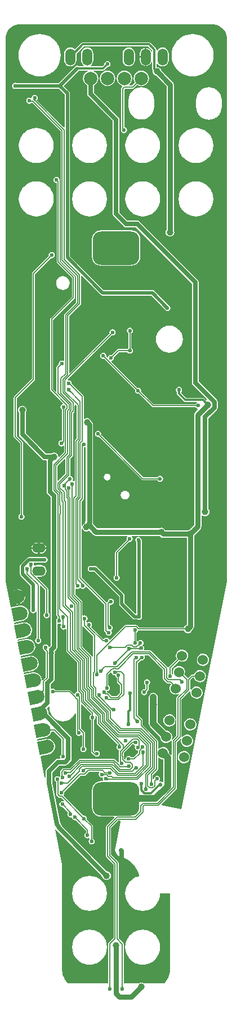
<source format=gbr>
G04 Layer_Physical_Order=2*
G04 Layer_Color=16711680*
%FSLAX25Y25*%
%MOIN*%
%TF.FileFunction,Copper,L2,Bot,Signal*%
%TF.Part,Single*%
G01*
G75*
%TA.AperFunction,Conductor*%
%ADD56C,0.01968*%
%ADD57C,0.00591*%
%ADD58C,0.03150*%
%ADD59C,0.01181*%
%ADD63C,0.02756*%
%ADD64C,0.02500*%
%ADD65C,0.03937*%
%TA.AperFunction,ComponentPad*%
%ADD66O,0.07874X0.05512*%
%TA.AperFunction,ViaPad*%
%ADD67C,0.07874*%
%TA.AperFunction,ComponentPad*%
%ADD68C,0.06000*%
%ADD69O,0.06000X0.09937*%
%ADD70C,0.02500*%
%ADD71C,0.07874*%
%TA.AperFunction,ViaPad*%
%ADD72C,0.02362*%
%ADD73C,0.03937*%
%ADD74C,0.03150*%
%ADD75C,0.01575*%
%ADD76C,0.01968*%
%TA.AperFunction,NonConductor*%
G04:AMPARAMS|DCode=77|XSize=52.83mil|YSize=78.74mil|CornerRadius=0mil|HoleSize=0mil|Usage=FLASHONLY|Rotation=11.000|XOffset=0mil|YOffset=0mil|HoleType=Round|Shape=Rectangle|*
%AMROTATEDRECTD77*
4,1,4,-0.01842,-0.04369,-0.03344,0.03361,0.01842,0.04369,0.03344,-0.03361,-0.01842,-0.04369,0.0*
%
%ADD77ROTATEDRECTD77*%

%TA.AperFunction,SMDPad,CuDef*%
G04:AMPARAMS|DCode=78|XSize=275.59mil|YSize=196.85mil|CornerRadius=49.21mil|HoleSize=0mil|Usage=FLASHONLY|Rotation=180.000|XOffset=0mil|YOffset=0mil|HoleType=Round|Shape=RoundedRectangle|*
%AMROUNDEDRECTD78*
21,1,0.27559,0.09842,0,0,180.0*
21,1,0.17716,0.19685,0,0,180.0*
1,1,0.09842,-0.08858,0.04921*
1,1,0.09842,0.08858,0.04921*
1,1,0.09842,0.08858,-0.04921*
1,1,0.09842,-0.08858,-0.04921*
%
%ADD78ROUNDEDRECTD78*%
G36*
X-63Y235640D02*
X175Y235490D01*
X289Y235429D01*
X399Y235378D01*
X506Y235335D01*
X609Y235303D01*
X709Y235279D01*
X804Y235265D01*
X897Y235261D01*
X994Y234670D01*
X892Y234664D01*
X793Y234647D01*
X695Y234618D01*
X600Y234578D01*
X507Y234526D01*
X416Y234463D01*
X326Y234389D01*
X240Y234302D01*
X155Y234205D01*
X72Y234096D01*
X-188Y235729D01*
X-63Y235640D01*
D02*
G37*
G36*
X38050Y230367D02*
X38125Y230307D01*
X38202Y230256D01*
X38280Y230214D01*
X38358Y230182D01*
X38438Y230158D01*
X38519Y230143D01*
X38602Y230137D01*
X38685Y230141D01*
X38770Y230153D01*
X37841Y229224D01*
X37854Y229309D01*
X37857Y229393D01*
X37852Y229475D01*
X37837Y229556D01*
X37813Y229636D01*
X37780Y229715D01*
X37738Y229793D01*
X37687Y229869D01*
X37627Y229945D01*
X37558Y230019D01*
X37976Y230436D01*
X38050Y230367D01*
D02*
G37*
G36*
X-42705Y223780D02*
X-42842Y223627D01*
X-42954Y223466D01*
X-43041Y223298D01*
X-43104Y223122D01*
X-43142Y222938D01*
X-43155Y222747D01*
X-43144Y222548D01*
X-43108Y222342D01*
X-43047Y222128D01*
X-42961Y221907D01*
X-44995Y223941D01*
X-44774Y223856D01*
X-44560Y223795D01*
X-44354Y223758D01*
X-44155Y223747D01*
X-43964Y223760D01*
X-43781Y223798D01*
X-43605Y223861D01*
X-43436Y223948D01*
X-43275Y224060D01*
X-43122Y224198D01*
X-42705Y223780D01*
D02*
G37*
G36*
X786Y241063D02*
X723Y240993D01*
X665Y240914D01*
X612Y240827D01*
X563Y240730D01*
X520Y240625D01*
X481Y240511D01*
X447Y240388D01*
X393Y240115D01*
X374Y239965D01*
X-647Y241266D01*
X-509Y241252D01*
X-378Y241247D01*
X-253Y241251D01*
X-136Y241264D01*
X-26Y241286D01*
X77Y241317D01*
X173Y241357D01*
X263Y241407D01*
X345Y241465D01*
X420Y241532D01*
X786Y241063D01*
D02*
G37*
G36*
X-7520Y236662D02*
X-7587Y236588D01*
X-7645Y236506D01*
X-7695Y236417D01*
X-7738Y236320D01*
X-7772Y236216D01*
X-7798Y236104D01*
X-7816Y235985D01*
X-7826Y235858D01*
X-7828Y235724D01*
X-7822Y235582D01*
X-9059Y236680D01*
X-8911Y236690D01*
X-8642Y236729D01*
X-8519Y236758D01*
X-8406Y236792D01*
X-8300Y236833D01*
X-8203Y236879D01*
X-8115Y236931D01*
X-8035Y236990D01*
X-7964Y237054D01*
X-7520Y236662D01*
D02*
G37*
G36*
X-10999Y235254D02*
X-10983Y235156D01*
X-10957Y235057D01*
X-10920Y234957D01*
X-10872Y234856D01*
X-10813Y234755D01*
X-10744Y234653D01*
X-10665Y234550D01*
X-10574Y234447D01*
X-10473Y234344D01*
X-12127D01*
X-12026Y234447D01*
X-11856Y234653D01*
X-11787Y234755D01*
X-11728Y234856D01*
X-11680Y234957D01*
X-11643Y235057D01*
X-11616Y235156D01*
X-11601Y235254D01*
X-11595Y235352D01*
X-11005D01*
X-10999Y235254D01*
D02*
G37*
G36*
X-21677Y221110D02*
X-21681Y221047D01*
X-21677Y220984D01*
X-21665Y220920D01*
X-21643Y220855D01*
X-21613Y220789D01*
X-21575Y220722D01*
X-21527Y220655D01*
X-21472Y220587D01*
X-21407Y220519D01*
X-21824Y220101D01*
X-21893Y220166D01*
X-21961Y220222D01*
X-22028Y220269D01*
X-22094Y220308D01*
X-22160Y220338D01*
X-22225Y220359D01*
X-22289Y220372D01*
X-22353Y220376D01*
X-22416Y220371D01*
X-22478Y220358D01*
X-21664Y221173D01*
X-21677Y221110D01*
D02*
G37*
G36*
X-9169Y220755D02*
X-9213Y220658D01*
X-9242Y220564D01*
X-9257Y220471D01*
X-9257Y220380D01*
X-9242Y220292D01*
X-9214Y220205D01*
X-9170Y220121D01*
X-9113Y220039D01*
X-9041Y219958D01*
X-9744Y219827D01*
X-9807Y219887D01*
X-9952Y220009D01*
X-10123Y220135D01*
X-10320Y220263D01*
X-10663Y220462D01*
X-9111Y220854D01*
X-9169Y220755D01*
D02*
G37*
G36*
X-4750Y219494D02*
X-4753Y219406D01*
X-4746Y219320D01*
X-4731Y219235D01*
X-4707Y219152D01*
X-4673Y219071D01*
X-4631Y218991D01*
X-4579Y218913D01*
X-4518Y218836D01*
X-4449Y218761D01*
X-4866Y218343D01*
X-4941Y218413D01*
X-5018Y218474D01*
X-5096Y218525D01*
X-5176Y218568D01*
X-5257Y218601D01*
X-5341Y218626D01*
X-5425Y218641D01*
X-5511Y218647D01*
X-5599Y218644D01*
X-5689Y218633D01*
X-4738Y219583D01*
X-4750Y219494D01*
D02*
G37*
G36*
X-6163Y222327D02*
X-6160Y222314D01*
X-6151Y222297D01*
X-6138Y222276D01*
X-6120Y222252D01*
X-6068Y222190D01*
X-5953Y222070D01*
X-6370Y221653D01*
X-6414Y221696D01*
X-6576Y221838D01*
X-6597Y221851D01*
X-6614Y221860D01*
X-6627Y221864D01*
X-6637Y221862D01*
X-6162Y222337D01*
X-6163Y222327D01*
D02*
G37*
G36*
X8882Y221601D02*
X8842Y221541D01*
X8806Y221474D01*
X8776Y221398D01*
X8750Y221313D01*
X8728Y221220D01*
X8712Y221119D01*
X8700Y221009D01*
X8691Y220763D01*
X7509D01*
X7507Y220890D01*
X7488Y221119D01*
X7472Y221220D01*
X7450Y221313D01*
X7424Y221398D01*
X7394Y221474D01*
X7358Y221541D01*
X7318Y221601D01*
X7273Y221651D01*
X8927D01*
X8882Y221601D01*
D02*
G37*
G36*
X-2631Y234446D02*
X-2560Y234088D01*
X-2168Y233502D01*
X-1582Y233111D01*
X-891Y232973D01*
X-860Y232979D01*
X-342Y232573D01*
X-269Y232203D01*
X123Y231617D01*
X497Y231367D01*
Y229395D01*
X566Y229049D01*
X761Y228756D01*
X2416Y227101D01*
Y222563D01*
X489Y220636D01*
X-2541D01*
X-4405Y222500D01*
X-4698Y222696D01*
X-5044Y222765D01*
X-5283D01*
X-5394Y222900D01*
X-5440Y223134D01*
X-5500Y223594D01*
X-4809Y223731D01*
X-4223Y224123D01*
X-3831Y224709D01*
X-3694Y225400D01*
X-3831Y226091D01*
X-4223Y226677D01*
X-4597Y226927D01*
Y233187D01*
X-3173Y234611D01*
X-2631Y234446D01*
D02*
G37*
G36*
X-32824Y263307D02*
X-32585Y263147D01*
X-32540Y262784D01*
X-32869Y262291D01*
X-33006Y261600D01*
X-32869Y260909D01*
X-32477Y260323D01*
X-31891Y259931D01*
X-31200Y259794D01*
X-30509Y259931D01*
X-30003Y260269D01*
X-29700Y260178D01*
X-29503Y260051D01*
Y247278D01*
X-29434Y246933D01*
X-29239Y246639D01*
X-23893Y241294D01*
X-23846Y241263D01*
X-23046Y240463D01*
Y223761D01*
X-23380Y223185D01*
X-23491Y223163D01*
X-24077Y222772D01*
X-24444Y222223D01*
X-24544Y222146D01*
X-24951Y222023D01*
X-26761Y223833D01*
X-27054Y224029D01*
X-27400Y224098D01*
X-35973D01*
X-36223Y224472D01*
X-36809Y224863D01*
X-37500Y225001D01*
X-38142Y224873D01*
X-38278Y224897D01*
X-38642Y225092D01*
Y227568D01*
X-36981Y229229D01*
X-36546Y229881D01*
X-36393Y230649D01*
Y245201D01*
X-36360Y245250D01*
X-36192Y246094D01*
X-36360Y246939D01*
X-36393Y246988D01*
Y247063D01*
X-35381Y248075D01*
X-34946Y248726D01*
X-34793Y249495D01*
Y263144D01*
X-34293Y263412D01*
X-33700Y263294D01*
X-33037Y263426D01*
X-32824Y263307D01*
D02*
G37*
G36*
X-4299Y262709D02*
X-4282Y262611D01*
X-4253Y262521D01*
X-4213Y262442D01*
X-4162Y262372D01*
X-4099Y262312D01*
X-4025Y262262D01*
X-3940Y262221D01*
X-3842Y262191D01*
X-3734Y262169D01*
X-5045Y261289D01*
X-5017Y261410D01*
X-4949Y261793D01*
X-4933Y261929D01*
X-4897Y262506D01*
X-4895Y262660D01*
X-4305Y262818D01*
X-4299Y262709D01*
D02*
G37*
G36*
X-2753Y250126D02*
X-2547Y249956D01*
X-2445Y249887D01*
X-2344Y249828D01*
X-2243Y249780D01*
X-2143Y249743D01*
X-2044Y249716D01*
X-1946Y249701D01*
X-1848Y249695D01*
Y249105D01*
X-1946Y249099D01*
X-2044Y249083D01*
X-2143Y249057D01*
X-2243Y249020D01*
X-2344Y248972D01*
X-2445Y248913D01*
X-2547Y248844D01*
X-2650Y248765D01*
X-2753Y248674D01*
X-2857Y248573D01*
Y250227D01*
X-2753Y250126D01*
D02*
G37*
G36*
X-19835Y318905D02*
X-19425Y318370D01*
X-18891Y317960D01*
X-18268Y317702D01*
X-17600Y317614D01*
X-16932Y317702D01*
X-16309Y317960D01*
X-15957Y318230D01*
X-13489Y315762D01*
X-12773Y315283D01*
X-11928Y315115D01*
X6636D01*
X6787Y314615D01*
X6723Y314572D01*
X6331Y313986D01*
X6194Y313295D01*
X6315Y312686D01*
X-339Y306033D01*
X-534Y305740D01*
X-603Y305395D01*
Y291922D01*
X-977Y291672D01*
X-1369Y291086D01*
X-1506Y290394D01*
X-1369Y289703D01*
X-977Y289117D01*
X-391Y288726D01*
X300Y288588D01*
X991Y288726D01*
X1577Y289117D01*
X1969Y289703D01*
X2106Y290394D01*
X1969Y291086D01*
X1577Y291672D01*
X1203Y291922D01*
Y305020D01*
X7726Y311543D01*
X8000Y311488D01*
X8691Y311626D01*
X9277Y312017D01*
X9669Y312603D01*
X9806Y313295D01*
X9669Y313986D01*
X9277Y314572D01*
X9212Y314615D01*
X9364Y315115D01*
X25445D01*
X25481Y315088D01*
X26104Y314830D01*
X26149Y314824D01*
X26339Y314633D01*
X27055Y314155D01*
X27900Y313987D01*
X41792D01*
Y262671D01*
X41209Y262430D01*
X40675Y262020D01*
X40265Y261485D01*
X40104Y261098D01*
X13803D01*
X12595Y262306D01*
X12302Y262501D01*
X11956Y262570D01*
X5644D01*
X5298Y262501D01*
X5005Y262306D01*
X-3503Y253798D01*
X-3994Y253885D01*
X-4046Y253961D01*
X-4432Y254538D01*
X-5018Y254929D01*
X-5709Y255067D01*
X-6400Y254929D01*
X-6986Y254538D01*
X-7098Y254370D01*
X-7675Y254326D01*
X-14802Y261454D01*
X-14431Y262009D01*
X-14294Y262700D01*
X-14431Y263391D01*
X-14823Y263977D01*
X-15409Y264369D01*
X-16100Y264506D01*
X-16791Y264369D01*
X-17197Y264098D01*
X-17697Y264331D01*
Y264873D01*
X-17323Y265123D01*
X-16931Y265709D01*
X-16794Y266400D01*
X-16931Y267091D01*
X-17323Y267677D01*
X-17909Y268069D01*
X-18600Y268206D01*
X-19291Y268069D01*
X-19416Y267986D01*
X-19916Y268253D01*
Y276119D01*
X-19985Y276465D01*
X-20180Y276758D01*
X-24097Y280674D01*
Y283734D01*
X-23597Y284002D01*
X-23491Y283931D01*
X-22800Y283794D01*
X-22109Y283931D01*
X-21523Y284323D01*
X-21450Y284432D01*
X-20950D01*
X-20877Y284323D01*
X-20291Y283931D01*
X-19600Y283794D01*
X-18909Y283931D01*
X-18323Y284323D01*
X-17947Y284885D01*
X-17886Y284949D01*
X-17414Y285060D01*
X-7003Y274649D01*
Y259395D01*
X-6934Y259049D01*
X-6739Y258756D01*
X-6109Y258126D01*
X-6137Y257985D01*
X-6000Y257294D01*
X-5608Y256708D01*
X-5022Y256316D01*
X-4331Y256179D01*
X-3640Y256316D01*
X-3054Y256708D01*
X-2662Y257294D01*
X-2525Y257985D01*
X-2662Y258676D01*
X-2878Y258999D01*
X-2767Y259626D01*
X-2623Y259723D01*
X-2231Y260309D01*
X-2094Y261000D01*
X-2231Y261691D01*
X-2623Y262277D01*
X-3209Y262669D01*
X-3508Y262728D01*
X-3611Y262797D01*
X-3697Y263284D01*
Y274221D01*
X-3310Y274538D01*
X-3051Y274487D01*
X-2360Y274624D01*
X-1774Y275016D01*
X-1383Y275602D01*
X-1245Y276293D01*
X-1383Y276984D01*
X-1557Y277245D01*
X-1566Y277290D01*
X-1761Y277583D01*
X-2054Y277779D01*
X-2099Y277788D01*
X-2360Y277962D01*
X-3051Y278099D01*
X-3743Y277962D01*
X-4329Y277570D01*
X-4720Y276984D01*
X-4803Y276569D01*
X-5239Y276133D01*
X-5861Y276062D01*
X-20553Y290754D01*
Y293203D01*
X-20553Y293203D01*
X-20564Y293254D01*
Y319418D01*
X-20093Y319527D01*
X-19835Y318905D01*
D02*
G37*
G36*
X-33399Y266854D02*
X-33384Y266756D01*
X-33357Y266657D01*
X-33320Y266557D01*
X-33272Y266456D01*
X-33213Y266355D01*
X-33144Y266253D01*
X-33065Y266150D01*
X-32974Y266047D01*
X-32873Y265944D01*
X-34527D01*
X-34426Y266047D01*
X-34256Y266253D01*
X-34187Y266355D01*
X-34128Y266456D01*
X-34080Y266557D01*
X-34043Y266657D01*
X-34016Y266756D01*
X-34001Y266854D01*
X-33995Y266952D01*
X-33405D01*
X-33399Y266854D01*
D02*
G37*
G36*
X-30774Y266253D02*
X-30944Y266047D01*
X-31013Y265945D01*
X-31072Y265844D01*
X-31120Y265743D01*
X-31157Y265643D01*
X-31183Y265544D01*
X-31199Y265446D01*
X-31205Y265348D01*
X-31795D01*
X-31801Y265446D01*
X-31817Y265544D01*
X-31843Y265643D01*
X-31880Y265743D01*
X-31928Y265844D01*
X-31987Y265945D01*
X-32056Y266047D01*
X-32135Y266149D01*
X-32226Y266253D01*
X-32327Y266356D01*
X-30673D01*
X-30774Y266253D01*
D02*
G37*
G36*
X-19416Y261826D02*
X-19239Y261561D01*
X-13703Y256026D01*
Y244071D01*
X-14203Y244022D01*
X-14222Y244118D01*
X-14418Y244411D01*
X-14418Y244411D01*
X-19665Y249658D01*
X-19711Y249689D01*
X-19916Y249893D01*
Y261598D01*
X-19453Y261832D01*
X-19416Y261826D01*
D02*
G37*
G36*
X11569Y242300D02*
X11491Y242326D01*
X11414Y242342D01*
X11339Y242349D01*
X11265Y242345D01*
X11191Y242332D01*
X11119Y242309D01*
X11048Y242276D01*
X10978Y242233D01*
X10909Y242181D01*
X10842Y242119D01*
X10424Y242536D01*
X10501Y242617D01*
X10569Y242699D01*
X10629Y242781D01*
X10681Y242864D01*
X10725Y242948D01*
X10760Y243033D01*
X10787Y243118D01*
X10806Y243204D01*
X10817Y243290D01*
X10819Y243377D01*
X11569Y242300D01*
D02*
G37*
G36*
X27749Y236098D02*
Y230949D01*
X27817Y230604D01*
X28013Y230311D01*
X29916Y228408D01*
X30209Y228212D01*
X30555Y228143D01*
X30555Y228143D01*
X31974D01*
X32544Y227573D01*
X32544Y227551D01*
X32022Y226763D01*
X31722Y225866D01*
X31664Y224922D01*
X31853Y223996D01*
X32275Y223150D01*
X32901Y222442D01*
X33689Y221920D01*
X34586Y221620D01*
X35530Y221562D01*
X36456Y221751D01*
X37302Y222173D01*
X37623Y221795D01*
X36026Y220198D01*
X35830Y219905D01*
X35762Y219559D01*
Y197433D01*
X33403Y195075D01*
X32967Y195345D01*
X33188Y196007D01*
X33246Y196951D01*
X33057Y197877D01*
X32635Y198723D01*
X32009Y199432D01*
X31221Y199953D01*
X30324Y200253D01*
X29689Y200292D01*
X24581Y205401D01*
Y215097D01*
X24593Y215126D01*
X24681Y215794D01*
X24593Y216462D01*
X24581Y216492D01*
Y219994D01*
X24493Y220662D01*
X24235Y221285D01*
X23825Y221820D01*
X23291Y222230D01*
X22668Y222488D01*
X22000Y222576D01*
X21332Y222488D01*
X20709Y222230D01*
X20175Y221820D01*
X19765Y221285D01*
X19507Y220662D01*
X19419Y219994D01*
Y204331D01*
X19507Y203663D01*
X19765Y203041D01*
X20175Y202506D01*
X26033Y196648D01*
X26020Y196446D01*
X26209Y195519D01*
X26631Y194673D01*
X27257Y193965D01*
X28045Y193443D01*
X28942Y193143D01*
X29886Y193086D01*
X30812Y193274D01*
X31658Y193696D01*
X32366Y194323D01*
X32547Y194595D01*
X33018Y194401D01*
X32997Y194295D01*
Y186045D01*
X32497Y185875D01*
X32265Y186177D01*
X31355Y187087D01*
X31368Y187289D01*
X31179Y188216D01*
X30757Y189062D01*
X30131Y189770D01*
X29343Y190292D01*
X28446Y190592D01*
X27502Y190649D01*
X26576Y190461D01*
X25730Y190039D01*
X25272Y189634D01*
X24772Y189859D01*
Y194131D01*
X24704Y194476D01*
X24508Y194770D01*
X15703Y203574D01*
Y206400D01*
X15634Y206746D01*
X15439Y207039D01*
X12803Y209674D01*
Y240097D01*
X13210Y240504D01*
X13495Y240694D01*
X14594Y241794D01*
X15100Y241694D01*
X15791Y241831D01*
X16377Y242223D01*
X16769Y242809D01*
X16906Y243500D01*
X16774Y244164D01*
X16772Y244251D01*
X17028Y244664D01*
X19183D01*
X27749Y236098D01*
D02*
G37*
G36*
X14149Y247915D02*
X14017Y247998D01*
X13651Y248198D01*
X13538Y248246D01*
X13429Y248286D01*
X13326Y248317D01*
X13227Y248339D01*
X13132Y248352D01*
X13043Y248357D01*
X12911Y248947D01*
X13014Y248953D01*
X13114Y248971D01*
X13210Y249000D01*
X13304Y249041D01*
X13395Y249093D01*
X13482Y249158D01*
X13566Y249233D01*
X13648Y249321D01*
X13726Y249420D01*
X13802Y249531D01*
X14149Y247915D01*
D02*
G37*
G36*
X8547Y249420D02*
X8753Y249250D01*
X8855Y249181D01*
X8956Y249123D01*
X9057Y249075D01*
X9157Y249038D01*
X9256Y249011D01*
X9354Y248995D01*
X9452Y248990D01*
Y248399D01*
X9354Y248394D01*
X9256Y248378D01*
X9157Y248351D01*
X9057Y248314D01*
X8956Y248266D01*
X8855Y248208D01*
X8753Y248139D01*
X8651Y248059D01*
X8547Y247969D01*
X8444Y247868D01*
Y249521D01*
X8547Y249420D01*
D02*
G37*
G36*
X7871Y247545D02*
X7718Y247506D01*
X7318Y247377D01*
X7203Y247330D01*
X7005Y247227D01*
X6920Y247173D01*
X6845Y247116D01*
X6779Y247056D01*
X6255Y247367D01*
X6324Y247444D01*
X6382Y247527D01*
X6429Y247616D01*
X6465Y247711D01*
X6491Y247811D01*
X6506Y247917D01*
X6510Y248029D01*
X6503Y248147D01*
X6485Y248271D01*
X6456Y248400D01*
X7871Y247545D01*
D02*
G37*
G36*
X21101Y170454D02*
X21116Y170356D01*
X21143Y170257D01*
X21180Y170157D01*
X21228Y170056D01*
X21287Y169955D01*
X21356Y169853D01*
X21435Y169750D01*
X21526Y169647D01*
X21627Y169544D01*
X19973D01*
X20074Y169647D01*
X20244Y169853D01*
X20313Y169955D01*
X20372Y170056D01*
X20420Y170157D01*
X20457Y170257D01*
X20483Y170356D01*
X20499Y170454D01*
X20505Y170552D01*
X21095D01*
X21101Y170454D01*
D02*
G37*
G36*
X-31453Y170220D02*
X-31247Y170050D01*
X-31145Y169981D01*
X-31044Y169923D01*
X-30943Y169875D01*
X-30843Y169838D01*
X-30744Y169811D01*
X-30646Y169795D01*
X-30548Y169790D01*
Y169199D01*
X-30646Y169194D01*
X-30744Y169178D01*
X-30843Y169151D01*
X-30943Y169114D01*
X-31044Y169066D01*
X-31145Y169008D01*
X-31247Y168939D01*
X-31350Y168859D01*
X-31453Y168769D01*
X-31556Y168668D01*
Y170321D01*
X-31453Y170220D01*
D02*
G37*
G36*
X25839Y167375D02*
X25774Y167390D01*
X25705Y167394D01*
X25634Y167386D01*
X25559Y167366D01*
X25482Y167336D01*
X25402Y167294D01*
X25319Y167240D01*
X25233Y167175D01*
X25144Y167099D01*
X25052Y167011D01*
X24529Y168158D01*
X24620Y168251D01*
X24953Y168633D01*
X24995Y168693D01*
X25028Y168747D01*
X25052Y168796D01*
X25068Y168838D01*
X25839Y167375D01*
D02*
G37*
G36*
X-4961Y172301D02*
X-4902Y172200D01*
X-4837Y172110D01*
X-4766Y172032D01*
X-4690Y171967D01*
X-4608Y171913D01*
X-4520Y171871D01*
X-4426Y171841D01*
X-4327Y171823D01*
X-4221Y171817D01*
X-4466Y171227D01*
X-4544Y171223D01*
X-4631Y171213D01*
X-4726Y171195D01*
X-4941Y171140D01*
X-5061Y171101D01*
X-5470Y170944D01*
X-5623Y170878D01*
X-5014Y172415D01*
X-4961Y172301D01*
D02*
G37*
G36*
X23971Y170730D02*
X23869Y170740D01*
X23770Y170741D01*
X23673Y170733D01*
X23580Y170716D01*
X23489Y170690D01*
X23400Y170654D01*
X23315Y170610D01*
X23232Y170557D01*
X23153Y170495D01*
X23076Y170424D01*
X22658Y170842D01*
X22729Y170919D01*
X22791Y170999D01*
X22844Y171081D01*
X22888Y171167D01*
X22923Y171255D01*
X22950Y171346D01*
X22967Y171439D01*
X22975Y171536D01*
X22974Y171635D01*
X22964Y171738D01*
X23971Y170730D01*
D02*
G37*
G36*
X25379Y184303D02*
X26167Y183782D01*
X27064Y183482D01*
X27698Y183443D01*
X27859Y183282D01*
Y170037D01*
X27359Y169856D01*
X26891Y170169D01*
X26200Y170306D01*
X25684Y170204D01*
X25489Y170504D01*
X25439Y170665D01*
X25803Y171209D01*
X25940Y171900D01*
X25803Y172591D01*
X25411Y173177D01*
X24825Y173569D01*
X24134Y173706D01*
X23443Y173569D01*
X22857Y173177D01*
X22465Y172591D01*
X22328Y171900D01*
X22348Y171795D01*
X22325Y171738D01*
X22277Y171631D01*
X22203Y171564D01*
X21744Y171765D01*
X21703Y171820D01*
Y174175D01*
X24508Y176980D01*
X24704Y177273D01*
X24772Y177619D01*
Y184284D01*
X25240Y184461D01*
X25379Y184303D01*
D02*
G37*
G36*
X2569Y146841D02*
X-505Y131025D01*
X-584Y130619D01*
X-581Y129792D01*
X-416Y128981D01*
X-96Y128218D01*
X367Y127532D01*
X955Y126950D01*
X1644Y126493D01*
X2410Y126180D01*
X2816Y126101D01*
X3743Y125921D01*
X4732Y125506D01*
X6618Y124486D01*
X8356Y123228D01*
X9914Y121755D01*
X11266Y120091D01*
X12390Y118264D01*
X13266Y116307D01*
X13676Y114933D01*
X13672Y114448D01*
X11853Y113897D01*
X11803Y113855D01*
X11738Y113849D01*
X10062Y112953D01*
X10020Y112903D01*
X9958Y112884D01*
X8489Y111678D01*
X8458Y111621D01*
X8400Y111590D01*
X7195Y110121D01*
X7176Y110058D01*
X7125Y110017D01*
X6230Y108341D01*
X6223Y108276D01*
X6182Y108225D01*
X5630Y106407D01*
X5637Y106342D01*
X5606Y106284D01*
X5420Y104393D01*
X5439Y104331D01*
X5420Y104268D01*
X5606Y102377D01*
X5637Y102319D01*
X5630Y102254D01*
X6182Y100436D01*
X6223Y100385D01*
X6230Y100320D01*
X7125Y98645D01*
X7176Y98603D01*
X7195Y98540D01*
X8400Y97072D01*
X8458Y97041D01*
X8489Y96983D01*
X9958Y95778D01*
X10020Y95759D01*
X10062Y95708D01*
X11738Y94812D01*
X11803Y94806D01*
X11853Y94765D01*
X13672Y94213D01*
X13737Y94219D01*
X13794Y94188D01*
X15685Y94002D01*
X15717Y94012D01*
X15748Y93999D01*
X15779Y94012D01*
X15811Y94002D01*
X17702Y94188D01*
X17759Y94219D01*
X17824Y94213D01*
X19643Y94765D01*
X19693Y94806D01*
X19758Y94812D01*
X21434Y95708D01*
X21476Y95759D01*
X21538Y95778D01*
X23007Y96983D01*
X23038Y97041D01*
X23096Y97072D01*
X24301Y98540D01*
X24320Y98603D01*
X24371Y98645D01*
X25266Y100320D01*
X25273Y100385D01*
X25314Y100436D01*
X25866Y102254D01*
X25859Y102319D01*
X25890Y102377D01*
X26076Y104268D01*
X26547Y104333D01*
X31998D01*
X31997Y59852D01*
X31998Y59266D01*
X31883Y58100D01*
X31654Y56951D01*
X31315Y55830D01*
X30866Y54747D01*
X30314Y53714D01*
X29664Y52740D01*
X28921Y51834D01*
X28506Y51419D01*
X28506D01*
X28506Y51419D01*
X16205Y51419D01*
X16191Y51430D01*
X15568Y51688D01*
X14900Y51776D01*
X14232Y51688D01*
X13609Y51430D01*
X13595Y51419D01*
X4997Y51418D01*
X4643Y51772D01*
Y74454D01*
X4643Y74454D01*
X4575Y74800D01*
X4379Y75093D01*
X4379Y75093D01*
X1484Y77987D01*
Y122296D01*
X1416Y122642D01*
X1220Y122934D01*
X1220Y122934D01*
X-2964Y127118D01*
Y142959D01*
X1304Y147227D01*
X2251D01*
X2569Y146841D01*
D02*
G37*
G36*
X4041Y49789D02*
X4057Y49690D01*
X4083Y49591D01*
X4121Y49491D01*
X4168Y49391D01*
X4227Y49290D01*
X4296Y49188D01*
X4376Y49085D01*
X4466Y48982D01*
X4567Y48878D01*
X2913D01*
X3014Y48982D01*
X3184Y49188D01*
X3254Y49290D01*
X3312Y49391D01*
X3360Y49491D01*
X3397Y49591D01*
X3424Y49690D01*
X3440Y49789D01*
X3445Y49887D01*
X4035D01*
X4041Y49789D01*
D02*
G37*
G36*
X-3440Y49709D02*
X-3424Y49610D01*
X-3397Y49511D01*
X-3360Y49411D01*
X-3312Y49310D01*
X-3254Y49209D01*
X-3184Y49107D01*
X-3105Y49005D01*
X-3014Y48902D01*
X-2913Y48798D01*
X-4567D01*
X-4466Y48902D01*
X-4296Y49107D01*
X-4227Y49209D01*
X-4168Y49310D01*
X-4121Y49411D01*
X-4083Y49511D01*
X-4057Y49610D01*
X-4041Y49709D01*
X-4035Y49807D01*
X-3445D01*
X-3440Y49709D01*
D02*
G37*
G36*
X15798Y168124D02*
X15751Y168074D01*
X15709Y168016D01*
X15672Y167949D01*
X15640Y167874D01*
X15613Y167790D01*
X15591Y167697D01*
X15573Y167596D01*
X15561Y167487D01*
X15551Y167241D01*
X14370Y167287D01*
X14368Y167414D01*
X14350Y167643D01*
X14334Y167745D01*
X14314Y167838D01*
X14289Y167923D01*
X14260Y168000D01*
X14226Y168068D01*
X14188Y168128D01*
X14146Y168179D01*
X15798Y168124D01*
D02*
G37*
G36*
X17853Y167579D02*
X17870Y167480D01*
X17898Y167382D01*
X17938Y167286D01*
X17989Y167191D01*
X18052Y167098D01*
X18125Y167006D01*
X18210Y166916D01*
X18307Y166827D01*
X18415Y166740D01*
X16774Y166533D01*
X16866Y166654D01*
X17020Y166885D01*
X17083Y166997D01*
X17136Y167105D01*
X17179Y167211D01*
X17213Y167314D01*
X17237Y167413D01*
X17252Y167510D01*
X17257Y167603D01*
X17847Y167681D01*
X17853Y167579D01*
D02*
G37*
G36*
X-26310Y151853D02*
X-27839Y151726D01*
X-27772Y151802D01*
X-27720Y151879D01*
X-27685Y151956D01*
X-27665Y152034D01*
X-27660Y152113D01*
X-27672Y152192D01*
X-27699Y152272D01*
X-27742Y152353D01*
X-27801Y152434D01*
X-27875Y152516D01*
X-27310Y152785D01*
X-26310Y151853D01*
D02*
G37*
G36*
X10771Y192588D02*
X10667Y192689D01*
X10462Y192859D01*
X10360Y192928D01*
X10259Y192987D01*
X10158Y193035D01*
X10058Y193072D01*
X9959Y193098D01*
X9860Y193114D01*
X9763Y193120D01*
Y193710D01*
X9860Y193716D01*
X9959Y193731D01*
X10058Y193758D01*
X10158Y193795D01*
X10259Y193843D01*
X10360Y193902D01*
X10462Y193971D01*
X10564Y194050D01*
X10667Y194141D01*
X10771Y194242D01*
Y192588D01*
D02*
G37*
G36*
X-14880Y210387D02*
Y209598D01*
X-15254Y209348D01*
X-15645Y208762D01*
X-15783Y208071D01*
X-15645Y207380D01*
X-15254Y206794D01*
X-14836Y206515D01*
Y188028D01*
X-14767Y187682D01*
X-14572Y187389D01*
X-13244Y186061D01*
X-13169Y186011D01*
X-13169Y186009D01*
X-12777Y185423D01*
X-12191Y185031D01*
X-11500Y184894D01*
X-10809Y185031D01*
X-10223Y185423D01*
X-9831Y186009D01*
X-9694Y186700D01*
X-9831Y187391D01*
X-10223Y187977D01*
X-10809Y188369D01*
X-11500Y188506D01*
X-12191Y188369D01*
X-12674Y188046D01*
X-13030Y188402D01*
Y206573D01*
X-12699Y206794D01*
X-12308Y207380D01*
X-12170Y208071D01*
X-12308Y208762D01*
X-12340Y208810D01*
X-11951Y209129D01*
X-11422Y208600D01*
Y204696D01*
X-11353Y204350D01*
X-11157Y204057D01*
X-686Y193585D01*
X-685Y193585D01*
X349Y192550D01*
X349Y192550D01*
X815Y192085D01*
X790Y191829D01*
X398Y191242D01*
X261Y190551D01*
X398Y189860D01*
X790Y189274D01*
X1376Y188882D01*
X1646Y188829D01*
X1775Y188516D01*
X1706Y188171D01*
Y188130D01*
X1626Y188010D01*
X1558Y187664D01*
Y184974D01*
X1626Y184628D01*
X1706Y184508D01*
Y181993D01*
X1614Y181855D01*
X1435Y181759D01*
X1104Y181658D01*
X-710Y183472D01*
X-1003Y183668D01*
X-1349Y183736D01*
X-21557D01*
X-21903Y183668D01*
X-22196Y183472D01*
X-27503Y178165D01*
X-31080D01*
X-31426Y178096D01*
X-31719Y177900D01*
X-32806Y176813D01*
X-33001Y176520D01*
X-33070Y176174D01*
Y173736D01*
X-33403Y173239D01*
X-33661Y173131D01*
X-34009Y173363D01*
X-34700Y173501D01*
X-35391Y173363D01*
X-35977Y172972D01*
X-36369Y172386D01*
X-36506Y171695D01*
X-36369Y171003D01*
X-35977Y170417D01*
X-35400Y170032D01*
Y162730D01*
X-35331Y162384D01*
X-35136Y162091D01*
X-33925Y160880D01*
X-33632Y160684D01*
X-33286Y160616D01*
X-32498D01*
X-30810Y158927D01*
X-31103Y158522D01*
X-31795Y158659D01*
X-32486Y158522D01*
X-33072Y158130D01*
X-33463Y157544D01*
X-33601Y156853D01*
X-33463Y156161D01*
X-33072Y155576D01*
X-32486Y155184D01*
X-31795Y155046D01*
X-31353Y155134D01*
X-28373Y152154D01*
X-28348Y152086D01*
X-28345Y152082D01*
X-28352Y152060D01*
X-28669Y151586D01*
X-28806Y150894D01*
X-28669Y150203D01*
X-28277Y149617D01*
X-27691Y149226D01*
X-27000Y149088D01*
X-26675Y149153D01*
X-26299Y149202D01*
X-26132Y148790D01*
X-26078Y148521D01*
X-25687Y147935D01*
X-25101Y147544D01*
X-24409Y147406D01*
X-23968Y147494D01*
X-17832Y141358D01*
Y140110D01*
X-18206Y139860D01*
X-18598Y139274D01*
X-18735Y138583D01*
X-18598Y137891D01*
X-18206Y137305D01*
X-17620Y136914D01*
X-16929Y136776D01*
X-16252Y136911D01*
X-16236Y136913D01*
X-15739Y136646D01*
X-15726Y136396D01*
X-15844Y136317D01*
X-16236Y135731D01*
X-16373Y135039D01*
X-16236Y134348D01*
X-15844Y133762D01*
X-15258Y133370D01*
X-14567Y133233D01*
X-13876Y133370D01*
X-13290Y133762D01*
X-12898Y134348D01*
X-12761Y135039D01*
X-12898Y135731D01*
X-13290Y136317D01*
X-13664Y136567D01*
Y143961D01*
X-13733Y144307D01*
X-13928Y144600D01*
X-17381Y148053D01*
X-17294Y148495D01*
X-17431Y149186D01*
X-17823Y149772D01*
X-18409Y150163D01*
X-19100Y150301D01*
X-19541Y150213D01*
X-31196Y161868D01*
X-31153Y162309D01*
X-30761Y162894D01*
X-30624Y163586D01*
X-30629Y163611D01*
X-30589Y163810D01*
X-30645Y164093D01*
X-21114Y173624D01*
X-18644D01*
X-18298Y173693D01*
X-18005Y173889D01*
X-15870Y176024D01*
X-10210D01*
X-9943Y175524D01*
X-10169Y175186D01*
X-10306Y174495D01*
X-10169Y173803D01*
X-9777Y173217D01*
X-9191Y172826D01*
X-8500Y172688D01*
X-8264Y172735D01*
X-7839Y172310D01*
X-7909Y171957D01*
X-7772Y171266D01*
X-7607Y171020D01*
X-7874Y170520D01*
X-8858D01*
X-10297Y170331D01*
X-11638Y169775D01*
X-12789Y168892D01*
X-13673Y167740D01*
X-14228Y166400D01*
X-14418Y164961D01*
Y155118D01*
X-14228Y153679D01*
X-13673Y152338D01*
X-12789Y151187D01*
X-11638Y150303D01*
X-10297Y149748D01*
X-8858Y149559D01*
X-1242D01*
X-1051Y149097D01*
X-5687Y144461D01*
X-5883Y144168D01*
X-5951Y143822D01*
Y126255D01*
X-5883Y125909D01*
X-5687Y125616D01*
X-1503Y121432D01*
Y78169D01*
X-4379Y75293D01*
X-4575Y75000D01*
X-4643Y74654D01*
Y51418D01*
X-28504Y51417D01*
X-28902Y51815D01*
X-29619Y52681D01*
X-30251Y53612D01*
X-30793Y54598D01*
X-31240Y55630D01*
X-31587Y56700D01*
X-31833Y57797D01*
X-31974Y58913D01*
X-31992Y59475D01*
X-31992Y59475D01*
X-31993Y59485D01*
X-31995Y59504D01*
X-31997Y59523D01*
X-31998Y59542D01*
Y121210D01*
X-36160Y142025D01*
X-35688Y142187D01*
X-35590Y141991D01*
X-35392Y141737D01*
X-35214Y141470D01*
X-8242Y114498D01*
X-8193Y114126D01*
X-7935Y113504D01*
X-7525Y112969D01*
X-6991Y112559D01*
X-6368Y112301D01*
X-5700Y112213D01*
X-5032Y112301D01*
X-4409Y112559D01*
X-3875Y112969D01*
X-3465Y113504D01*
X-3207Y114126D01*
X-3119Y114795D01*
X-3207Y115463D01*
X-3465Y116085D01*
X-3875Y116620D01*
X-4409Y117030D01*
X-5032Y117288D01*
X-5404Y117337D01*
X-32145Y144078D01*
X-33085Y145957D01*
X-37793Y169499D01*
Y175569D01*
X-33661Y179700D01*
X-30229D01*
X-29461Y179853D01*
X-28810Y180288D01*
X-26965Y182133D01*
X-26530Y182784D01*
X-26377Y183552D01*
Y195779D01*
X-26530Y196547D01*
X-26965Y197198D01*
X-40076Y210309D01*
X-40147Y211410D01*
X-40530Y212539D01*
X-41125Y213432D01*
X-39870Y214686D01*
X-39390Y214459D01*
X-39451Y213842D01*
X-39432Y213779D01*
X-39451Y213717D01*
X-39310Y212289D01*
X-39279Y212231D01*
X-39286Y212166D01*
X-38869Y210793D01*
X-38828Y210743D01*
X-38821Y210677D01*
X-38145Y209412D01*
X-38094Y209371D01*
X-38076Y209308D01*
X-37165Y208199D01*
X-37108Y208168D01*
X-37077Y208110D01*
X-35968Y207200D01*
X-35905Y207181D01*
X-35863Y207131D01*
X-34598Y206454D01*
X-34533Y206448D01*
X-34482Y206406D01*
X-33109Y205990D01*
X-33044Y205996D01*
X-32987Y205965D01*
X-31559Y205825D01*
X-31527Y205834D01*
X-31496Y205822D01*
X-31465Y205834D01*
X-31433Y205825D01*
X-30006Y205965D01*
X-29948Y205996D01*
X-29883Y205990D01*
X-28510Y206406D01*
X-28459Y206448D01*
X-28394Y206454D01*
X-27129Y207131D01*
X-27087Y207181D01*
X-27024Y207200D01*
X-25915Y208110D01*
X-25885Y208168D01*
X-25827Y208199D01*
X-24917Y209308D01*
X-24898Y209371D01*
X-24847Y209412D01*
X-24429Y210194D01*
X-23760Y210385D01*
X-23700Y210350D01*
Y199691D01*
X-23674Y199560D01*
X-23806Y198895D01*
X-23669Y198203D01*
X-23277Y197617D01*
X-22691Y197226D01*
X-22000Y197088D01*
X-21309Y197226D01*
X-20723Y197617D01*
X-20703Y197646D01*
X-20203Y197495D01*
Y191022D01*
X-20577Y190772D01*
X-20969Y190186D01*
X-21106Y189495D01*
X-20969Y188803D01*
X-20577Y188217D01*
X-19991Y187826D01*
X-19300Y187688D01*
X-18609Y187826D01*
X-18023Y188217D01*
X-17631Y188803D01*
X-17494Y189495D01*
X-17631Y190186D01*
X-18023Y190772D01*
X-18397Y191022D01*
Y199118D01*
X-18397Y199118D01*
X-18466Y199463D01*
X-18661Y199756D01*
X-20713Y201807D01*
Y215567D01*
X-20251Y215758D01*
X-14880Y210387D01*
D02*
G37*
G36*
X16573Y186660D02*
X16403Y186454D01*
X16334Y186353D01*
X16275Y186251D01*
X16228Y186151D01*
X16190Y186051D01*
X16164Y185952D01*
X16148Y185853D01*
X16142Y185755D01*
X15552D01*
X15547Y185853D01*
X15531Y185952D01*
X15504Y186051D01*
X15467Y186151D01*
X15419Y186251D01*
X15361Y186353D01*
X15292Y186454D01*
X15212Y186557D01*
X15121Y186660D01*
X15021Y186764D01*
X16674D01*
X16573Y186660D01*
D02*
G37*
G36*
X-2726Y213651D02*
X-2643Y213594D01*
X-2557Y213550D01*
X-2468Y213520D01*
X-2377Y213504D01*
X-2283Y213502D01*
X-2185Y213513D01*
X-2085Y213539D01*
X-1982Y213578D01*
X-1876Y213631D01*
X-2362Y212083D01*
X-2430Y212219D01*
X-2750Y212774D01*
X-2810Y212860D01*
X-2926Y213004D01*
X-2982Y213064D01*
X-2805Y213723D01*
X-2726Y213651D01*
D02*
G37*
G36*
X11472Y207153D02*
X11553Y207095D01*
X11642Y207043D01*
X11739Y206999D01*
X11844Y206962D01*
X11957Y206931D01*
X12078Y206908D01*
X12207Y206892D01*
X12343Y206883D01*
X12488Y206881D01*
X11319Y205712D01*
X11317Y205857D01*
X11292Y206122D01*
X11269Y206243D01*
X11238Y206356D01*
X11201Y206461D01*
X11157Y206558D01*
X11105Y206647D01*
X11047Y206728D01*
X10982Y206801D01*
X11399Y207219D01*
X11472Y207153D01*
D02*
G37*
G36*
X7993Y205504D02*
X8012Y205276D01*
X8028Y205174D01*
X8050Y205081D01*
X8076Y204997D01*
X8106Y204921D01*
X8142Y204853D01*
X8182Y204794D01*
X8227Y204744D01*
X6573D01*
X6618Y204794D01*
X6658Y204853D01*
X6694Y204921D01*
X6724Y204997D01*
X6750Y205081D01*
X6772Y205174D01*
X6788Y205276D01*
X6800Y205386D01*
X6809Y205631D01*
X7991D01*
X7993Y205504D01*
D02*
G37*
G36*
X-17981Y177695D02*
X-18047Y177622D01*
X-18105Y177541D01*
X-18157Y177453D01*
X-18201Y177356D01*
X-18238Y177251D01*
X-18269Y177138D01*
X-18292Y177017D01*
X-18308Y176888D01*
X-18317Y176751D01*
X-18319Y176606D01*
X-19488Y177776D01*
X-19343Y177778D01*
X-19078Y177803D01*
X-18957Y177826D01*
X-18844Y177856D01*
X-18739Y177893D01*
X-18642Y177938D01*
X-18553Y177989D01*
X-18472Y178048D01*
X-18399Y178113D01*
X-17981Y177695D01*
D02*
G37*
G36*
X-29417Y176174D02*
X-28903Y175960D01*
X-28792Y175926D01*
X-28592Y175880D01*
X-28502Y175869D01*
X-28419Y175865D01*
X-28213Y175274D01*
X-28317Y175268D01*
X-28417Y175250D01*
X-28512Y175221D01*
X-28602Y175179D01*
X-28687Y175125D01*
X-28767Y175060D01*
X-28842Y174982D01*
X-28912Y174893D01*
X-28977Y174792D01*
X-29038Y174678D01*
X-29563Y176246D01*
X-29417Y176174D01*
D02*
G37*
G36*
X-32403Y195319D02*
Y186407D01*
X-32811Y186134D01*
X-33203Y185548D01*
X-33340Y184857D01*
X-33212Y184214D01*
X-33237Y184079D01*
X-33432Y183714D01*
X-34493D01*
X-35261Y183562D01*
X-35912Y183126D01*
X-41219Y177819D01*
X-41654Y177168D01*
X-41807Y176400D01*
Y172795D01*
X-42305Y172746D01*
X-44774Y185090D01*
X-44495Y185505D01*
X-39829Y186412D01*
X-39825Y186414D01*
X-39813Y186415D01*
X-38684Y186797D01*
X-37692Y187459D01*
X-36905Y188354D01*
X-36377Y189423D01*
X-36143Y190592D01*
X-36220Y191781D01*
X-36603Y192911D01*
X-37264Y193903D01*
X-38160Y194689D01*
X-39228Y195218D01*
X-40397Y195451D01*
X-41496Y195380D01*
X-41575Y195396D01*
X-46627Y194414D01*
X-46729Y194896D01*
X-46452Y195313D01*
X-41829Y196212D01*
X-41826Y196214D01*
X-41813Y196215D01*
X-40684Y196597D01*
X-39692Y197258D01*
X-38905Y198154D01*
X-38377Y199223D01*
X-38263Y199791D01*
X-36876D01*
X-32403Y195319D01*
D02*
G37*
G36*
X9864Y192462D02*
X9909Y192445D01*
X9961Y192420D01*
X10020Y192386D01*
X10078Y192347D01*
X10240Y192213D01*
X10326Y192130D01*
X10384Y192107D01*
X10922Y191747D01*
X11036Y191670D01*
X11203Y191267D01*
X11127Y191153D01*
X10989Y190462D01*
X11127Y189771D01*
X11519Y189185D01*
X12105Y188793D01*
X12796Y188656D01*
X12877Y188169D01*
Y187088D01*
X10363Y184574D01*
X8909D01*
X8659Y184948D01*
X8073Y185339D01*
X7382Y185477D01*
X6691Y185339D01*
X6105Y184948D01*
X5713Y184362D01*
X5579Y183688D01*
X5504Y183636D01*
X5110Y183450D01*
X4694Y183866D01*
Y185314D01*
X4625Y185660D01*
X4545Y185779D01*
Y186858D01*
X4625Y186978D01*
X4690Y187303D01*
X9852Y192465D01*
X9864Y192462D01*
D02*
G37*
G36*
X7035Y178409D02*
X6881Y178473D01*
X6236Y178694D01*
X6133Y178718D01*
X5953Y178746D01*
X5875Y178749D01*
X5621Y179340D01*
X5726Y179346D01*
X5825Y179364D01*
X5919Y179393D01*
X6007Y179435D01*
X6088Y179489D01*
X6163Y179555D01*
X6233Y179632D01*
X6296Y179722D01*
X6354Y179824D01*
X6405Y179937D01*
X7035Y178409D01*
D02*
G37*
G36*
X11788Y177313D02*
X11643Y177311D01*
X11378Y177286D01*
X11257Y177263D01*
X11144Y177233D01*
X11039Y177196D01*
X10942Y177151D01*
X10853Y177100D01*
X10772Y177041D01*
X10699Y176976D01*
X10282Y177393D01*
X10347Y177466D01*
X10405Y177548D01*
X10457Y177636D01*
X10501Y177733D01*
X10538Y177838D01*
X10569Y177951D01*
X10592Y178072D01*
X10608Y178201D01*
X10617Y178338D01*
X10619Y178483D01*
X11788Y177313D01*
D02*
G37*
G36*
X-27312Y347514D02*
X-27457Y347511D01*
X-27722Y347486D01*
X-27843Y347463D01*
X-27956Y347433D01*
X-28061Y347395D01*
X-28158Y347351D01*
X-28247Y347300D01*
X-28328Y347241D01*
X-28401Y347176D01*
X-28819Y347593D01*
X-28753Y347667D01*
X-28695Y347747D01*
X-28643Y347836D01*
X-28599Y347933D01*
X-28562Y348038D01*
X-28532Y348151D01*
X-28508Y348272D01*
X-28492Y348401D01*
X-28483Y348538D01*
X-28481Y348683D01*
X-27312Y347514D01*
D02*
G37*
G36*
X-23365Y391883D02*
Y372476D01*
X-24282Y371559D01*
X-24478Y371266D01*
X-24546Y370920D01*
Y347561D01*
X-25005Y347316D01*
X-25198Y347395D01*
X-25309Y347469D01*
X-25444Y347496D01*
X-25470Y347506D01*
X-25625Y347882D01*
X-25624Y348041D01*
X-25494Y348694D01*
X-25631Y349386D01*
X-26023Y349972D01*
X-26609Y350363D01*
X-27150Y350471D01*
X-27185Y350553D01*
X-27116Y350899D01*
Y360596D01*
X-25737Y361975D01*
X-25541Y362268D01*
X-25472Y362613D01*
X-25472Y362614D01*
Y387511D01*
X-24851Y388132D01*
X-24655Y388425D01*
X-24587Y388771D01*
Y391556D01*
X-24551Y391736D01*
Y392415D01*
X-24089Y392606D01*
X-23365Y391883D01*
D02*
G37*
G36*
X-30103Y360296D02*
Y351762D01*
X-34302Y347563D01*
X-34764Y347755D01*
Y356289D01*
X-30565Y360487D01*
X-30103Y360296D01*
D02*
G37*
G36*
X-18416Y367389D02*
X-18061Y367200D01*
Y323879D01*
X-18240Y323612D01*
X-18408Y322767D01*
Y322631D01*
X-18891Y322431D01*
X-19425Y322020D01*
X-19835Y321486D01*
X-20093Y320863D01*
X-20564Y320972D01*
Y335395D01*
X-19461Y336497D01*
X-19266Y336790D01*
X-19197Y337136D01*
Y367283D01*
X-19191Y367295D01*
X-18561Y367421D01*
X-18416Y367389D01*
D02*
G37*
G36*
X-25274Y344853D02*
X-25444Y344647D01*
X-25513Y344545D01*
X-25572Y344444D01*
X-25620Y344343D01*
X-25657Y344243D01*
X-25684Y344144D01*
X-25699Y344046D01*
X-25705Y343948D01*
X-26295D01*
X-26301Y344046D01*
X-26316Y344144D01*
X-26343Y344243D01*
X-26380Y344343D01*
X-26428Y344444D01*
X-26487Y344545D01*
X-26556Y344647D01*
X-26635Y344749D01*
X-26726Y344853D01*
X-26827Y344956D01*
X-25173D01*
X-25274Y344853D01*
D02*
G37*
G36*
X-29515Y346062D02*
X-29583Y345986D01*
X-29641Y345903D01*
X-29689Y345814D01*
X-29727Y345719D01*
X-29755Y345617D01*
X-29772Y345509D01*
X-29780Y345394D01*
X-29777Y345274D01*
X-29765Y345147D01*
X-29742Y345014D01*
X-31113Y345938D01*
X-30961Y345969D01*
X-30685Y346040D01*
X-30561Y346081D01*
X-30342Y346172D01*
X-30246Y346223D01*
X-30160Y346277D01*
X-30084Y346335D01*
X-30016Y346396D01*
X-29515Y346062D01*
D02*
G37*
G36*
X-16802Y588996D02*
X-17383Y588755D01*
X-18329Y588029D01*
X-19055Y587083D01*
X-19511Y585982D01*
X-19667Y584800D01*
X-19511Y583618D01*
X-19055Y582517D01*
X-18329Y581571D01*
X-17383Y580845D01*
X-17107Y580731D01*
Y575600D01*
X-16954Y574832D01*
X-16519Y574181D01*
X-2007Y559669D01*
Y504921D01*
X-1854Y504153D01*
X-1419Y503502D01*
X4486Y497597D01*
X5137Y497161D01*
X5906Y497009D01*
X11653D01*
X44842Y463819D01*
Y405418D01*
X44995Y404650D01*
X45430Y403999D01*
X53750Y395679D01*
X53592Y395130D01*
X53333Y395070D01*
X52351Y396052D01*
X51961Y396313D01*
X51500Y396404D01*
X51500Y396404D01*
X41499D01*
X38484Y399419D01*
X38477Y399923D01*
X38869Y400509D01*
X39006Y401200D01*
X38869Y401891D01*
X38477Y402477D01*
X37891Y402869D01*
X37200Y403006D01*
X36509Y402869D01*
X35923Y402477D01*
X35531Y401891D01*
X35394Y401200D01*
X35531Y400509D01*
X35923Y399923D01*
X35996Y399874D01*
Y399000D01*
X35996Y399000D01*
X36087Y398539D01*
X36349Y398148D01*
X40148Y394349D01*
X40539Y394087D01*
X41000Y393996D01*
X47687D01*
X47799Y393496D01*
X47323Y393177D01*
X47073Y392803D01*
X22174D01*
X14719Y400259D01*
X14806Y400700D01*
X14669Y401391D01*
X14277Y401977D01*
X13691Y402369D01*
X13000Y402506D01*
X12559Y402419D01*
X-2772Y417749D01*
X-2607Y418292D01*
X-2409Y418331D01*
X-1823Y418723D01*
X-1431Y419309D01*
X-1294Y420000D01*
X-1381Y420441D01*
X1674Y423497D01*
X6573D01*
X6823Y423123D01*
X7409Y422731D01*
X8100Y422594D01*
X8791Y422731D01*
X9377Y423123D01*
X9769Y423709D01*
X9906Y424400D01*
X9769Y425091D01*
X9377Y425677D01*
X9003Y425927D01*
Y434567D01*
X9377Y434817D01*
X9769Y435403D01*
X9906Y436095D01*
X9769Y436786D01*
X9377Y437372D01*
X8791Y437763D01*
X8100Y437901D01*
X7409Y437763D01*
X6823Y437372D01*
X6431Y436786D01*
X6294Y436095D01*
X6431Y435403D01*
X6823Y434817D01*
X7197Y434567D01*
Y425927D01*
X6823Y425677D01*
X6573Y425303D01*
X1300D01*
X954Y425234D01*
X661Y425039D01*
X-2659Y421719D01*
X-3100Y421806D01*
X-3791Y421669D01*
X-4377Y421277D01*
X-4769Y420691D01*
X-4808Y420493D01*
X-5351Y420328D01*
X-5881Y420859D01*
X-5794Y421300D01*
X-5931Y421991D01*
X-6323Y422577D01*
X-6909Y422969D01*
X-7600Y423106D01*
X-8291Y422969D01*
X-8877Y422577D01*
X-9269Y421991D01*
X-9406Y421300D01*
X-9269Y420609D01*
X-8877Y420023D01*
X-8291Y419631D01*
X-7600Y419494D01*
X-7159Y419581D01*
X11281Y401141D01*
X11194Y400700D01*
X11331Y400009D01*
X11723Y399423D01*
X12309Y399031D01*
X13000Y398894D01*
X13441Y398981D01*
X21161Y391261D01*
X21454Y391066D01*
X21800Y390997D01*
X47073D01*
X47323Y390623D01*
X47909Y390231D01*
X48237Y390166D01*
X48401Y389623D01*
X46792Y388014D01*
X46313Y387298D01*
X46145Y386453D01*
Y321462D01*
X43377Y318694D01*
X43332Y318688D01*
X42709Y318430D01*
X42674Y318402D01*
X29094D01*
X29007Y318613D01*
X28597Y319148D01*
X28062Y319558D01*
X27440Y319816D01*
X26772Y319904D01*
X26104Y319816D01*
X25481Y319558D01*
X25445Y319531D01*
X-11013D01*
X-13803Y322321D01*
X-13646Y323114D01*
Y380648D01*
X-13814Y381493D01*
X-14292Y382209D01*
X-14701Y382618D01*
X-14707Y382663D01*
X-14965Y383285D01*
X-15375Y383820D01*
X-15909Y384230D01*
X-16532Y384488D01*
X-17200Y384576D01*
X-17868Y384488D01*
X-18491Y384230D01*
X-18697Y384071D01*
X-19197Y384318D01*
Y397395D01*
X-19266Y397740D01*
X-19461Y398033D01*
X-24061Y402633D01*
X-24756Y403328D01*
X-26315Y404887D01*
X-26294Y404994D01*
X-26431Y405686D01*
X-26823Y406272D01*
X-27409Y406663D01*
X-28100Y406801D01*
X-28486Y406724D01*
X-28732Y407185D01*
X-2541Y433376D01*
X-2100Y433288D01*
X-1409Y433426D01*
X-823Y433817D01*
X-431Y434403D01*
X-294Y435094D01*
X-431Y435786D01*
X-823Y436372D01*
X-1409Y436763D01*
X-2100Y436901D01*
X-2791Y436763D01*
X-3377Y436372D01*
X-3769Y435786D01*
X-3906Y435094D01*
X-3819Y434653D01*
X-27335Y411137D01*
X-27797Y411328D01*
Y444526D01*
X-21080Y451242D01*
X-20885Y451536D01*
X-20816Y451881D01*
X-20816Y451881D01*
Y468292D01*
X-20354Y468483D01*
X-9135Y457265D01*
X-9135Y457265D01*
X-8614Y456917D01*
X-8000Y456794D01*
X-8000Y456794D01*
X20835D01*
X28709Y448920D01*
X28731Y448809D01*
X29123Y448223D01*
X29709Y447831D01*
X30400Y447694D01*
X31091Y447831D01*
X31677Y448223D01*
X32069Y448809D01*
X32206Y449500D01*
X32069Y450191D01*
X31677Y450777D01*
X31091Y451169D01*
X30980Y451191D01*
X22635Y459535D01*
X22115Y459883D01*
X21500Y460006D01*
X21500Y460006D01*
X-7335D01*
X-27276Y479947D01*
Y575882D01*
X-27276Y575882D01*
X-27398Y576496D01*
X-27746Y577017D01*
X-27747Y577017D01*
X-31129Y580400D01*
X-22034Y589496D01*
X-16901D01*
X-16802Y588996D01*
D02*
G37*
G36*
X-47599Y572283D02*
X-47666Y572237D01*
X-47717Y572186D01*
X-47751Y572131D01*
X-47770Y572072D01*
X-47772Y572009D01*
X-47758Y571941D01*
X-47728Y571869D01*
X-47682Y571793D01*
X-47619Y571713D01*
X-47541Y571629D01*
X-48191Y571443D01*
X-49035Y572464D01*
X-47599Y572283D01*
D02*
G37*
G36*
X57087Y616643D02*
X57911Y616643D01*
X59530Y616321D01*
X61054Y615690D01*
X62426Y614773D01*
X63592Y613607D01*
X64509Y612235D01*
X65140Y610711D01*
X65462Y609093D01*
X65462Y608268D01*
X65462Y608268D01*
X65462Y608268D01*
X65462Y288585D01*
X65452Y288090D01*
X65452Y288089D01*
X65452Y288089D01*
X65452D01*
X65452Y288089D01*
X38666Y154157D01*
X27025Y156428D01*
X26879Y156906D01*
X35720Y165746D01*
X35720Y165746D01*
X35915Y166039D01*
X35984Y166385D01*
X35984Y166385D01*
Y193431D01*
X38108Y195555D01*
X38545Y195285D01*
X38445Y194985D01*
X38387Y194042D01*
X38576Y193115D01*
X38998Y192269D01*
X39624Y191561D01*
X40412Y191040D01*
X41309Y190740D01*
X42253Y190682D01*
X43179Y190870D01*
X44025Y191292D01*
X44733Y191919D01*
X45255Y192707D01*
X45555Y193604D01*
X45613Y194547D01*
X45424Y195474D01*
X45002Y196320D01*
X44376Y197028D01*
X43588Y197549D01*
X42691Y197850D01*
X41747Y197907D01*
X40821Y197719D01*
X39975Y197297D01*
X39267Y196670D01*
X39249Y196644D01*
X38749Y196794D01*
Y218696D01*
X43619Y223566D01*
X43681Y223552D01*
X44081Y223332D01*
X44031Y222518D01*
X44220Y221592D01*
X44642Y220746D01*
X45268Y220038D01*
X46056Y219516D01*
X46953Y219216D01*
X47897Y219158D01*
X48823Y219347D01*
X49669Y219769D01*
X50377Y220395D01*
X50899Y221184D01*
X51199Y222080D01*
X51257Y223024D01*
X51068Y223950D01*
X50646Y224796D01*
X50020Y225504D01*
X49231Y226026D01*
X48335Y226326D01*
X47391Y226384D01*
X46465Y226195D01*
X45619Y225774D01*
X44911Y225147D01*
X44484Y224503D01*
X43984Y224653D01*
Y230120D01*
X45393Y231530D01*
X46042D01*
X46098Y231254D01*
X46520Y230408D01*
X47146Y229700D01*
X47934Y229178D01*
X48831Y228878D01*
X49775Y228820D01*
X50701Y229009D01*
X51547Y229430D01*
X52255Y230057D01*
X52777Y230845D01*
X53077Y231742D01*
X53135Y232685D01*
X52946Y233612D01*
X52524Y234458D01*
X51898Y235166D01*
X51109Y235688D01*
X50213Y235988D01*
X49269Y236046D01*
X48343Y235857D01*
X47497Y235435D01*
X46789Y234809D01*
X46267Y234020D01*
X46038Y233336D01*
X45019D01*
X44674Y233267D01*
X44381Y233071D01*
X44381Y233071D01*
X42491Y231181D01*
X40413Y233259D01*
X40710Y234146D01*
X40768Y235089D01*
X40579Y236016D01*
X40157Y236862D01*
X39531Y237570D01*
X38743Y238092D01*
X37846Y238392D01*
X36902Y238449D01*
X35976Y238261D01*
X35130Y237839D01*
X34422Y237213D01*
X33900Y236424D01*
X33600Y235528D01*
X33542Y234584D01*
X33731Y233658D01*
X33759Y233602D01*
X33325Y233350D01*
X33177Y233572D01*
X32803Y233822D01*
Y236991D01*
X37211Y241399D01*
X37446Y241243D01*
X38342Y240943D01*
X39286Y240886D01*
X40212Y241074D01*
X41058Y241496D01*
X41766Y242122D01*
X42288Y242911D01*
X42588Y243807D01*
X42646Y244751D01*
X42457Y245677D01*
X42035Y246523D01*
X41409Y247232D01*
X40621Y247753D01*
X39724Y248053D01*
X38780Y248111D01*
X37854Y247923D01*
X37008Y247501D01*
X36300Y246874D01*
X35778Y246086D01*
X35478Y245189D01*
X35420Y244246D01*
X35609Y243319D01*
X35931Y242673D01*
X31261Y238004D01*
X31066Y237711D01*
X31050Y237634D01*
X30520Y237528D01*
X30472Y237600D01*
X20666Y247405D01*
X20373Y247601D01*
X20028Y247670D01*
X16639D01*
X16404Y248111D01*
X16469Y248209D01*
X16606Y248900D01*
X16469Y249591D01*
X16077Y250177D01*
X15706Y250426D01*
Y250575D01*
X16097Y251162D01*
X16235Y251853D01*
X16097Y252544D01*
X15706Y253130D01*
X15120Y253522D01*
X14428Y253659D01*
X13737Y253522D01*
X13151Y253130D01*
X13081Y253025D01*
X12479D01*
X12377Y253177D01*
X12003Y253427D01*
Y258073D01*
X12377Y258323D01*
X12769Y258909D01*
X12839Y259259D01*
X13083Y259360D01*
X13429Y259291D01*
X40104D01*
X40265Y258904D01*
X40675Y258369D01*
X41209Y257959D01*
X41832Y257701D01*
X42500Y257613D01*
X43168Y257701D01*
X43791Y257959D01*
X44325Y258369D01*
X44735Y258904D01*
X44993Y259526D01*
X44999Y259571D01*
X45561Y260133D01*
X46040Y260850D01*
X46208Y261695D01*
Y314868D01*
X46235Y314904D01*
X46493Y315526D01*
X46499Y315571D01*
X49914Y318986D01*
X50393Y319702D01*
X50560Y320547D01*
Y327095D01*
X51060Y327332D01*
X51409Y327065D01*
X52032Y326807D01*
X52700Y326719D01*
X53368Y326807D01*
X53991Y327065D01*
X54525Y327475D01*
X54935Y328009D01*
X55193Y328632D01*
X55281Y329300D01*
X55193Y329968D01*
X54935Y330591D01*
X54707Y330888D01*
Y384401D01*
X59656Y389350D01*
X60091Y390001D01*
X60244Y390769D01*
Y394031D01*
X60091Y394799D01*
X59656Y395450D01*
X48857Y406250D01*
Y464650D01*
X48704Y465418D01*
X48269Y466070D01*
X13904Y500435D01*
X13252Y500870D01*
X12484Y501023D01*
X6737D01*
X2007Y505753D01*
Y560500D01*
X1854Y561268D01*
X1419Y561919D01*
X-13093Y576431D01*
Y580731D01*
X-12817Y580845D01*
X-11871Y581571D01*
X-11145Y582517D01*
X-10689Y583618D01*
X-10533Y584800D01*
X-10689Y585982D01*
X-11145Y587083D01*
X-11871Y588029D01*
X-12817Y588755D01*
X-13398Y588996D01*
X-13299Y589496D01*
X-7600D01*
X-7600Y589496D01*
X-7139Y589587D01*
X-6748Y589849D01*
X-5186Y591411D01*
X-5100Y591394D01*
X-4409Y591531D01*
X-3823Y591923D01*
X-3431Y592509D01*
X-3294Y593200D01*
X-3431Y593891D01*
X-3823Y594477D01*
X-4409Y594869D01*
X-5100Y595006D01*
X-5791Y594869D01*
X-6377Y594477D01*
X-6769Y593891D01*
X-6906Y593200D01*
X-6889Y593114D01*
X-8099Y591904D01*
X-15084D01*
X-15198Y592153D01*
X-15221Y592404D01*
X-14539Y592927D01*
X-13964Y593677D01*
X-13602Y594551D01*
X-13478Y595488D01*
Y599425D01*
X-13602Y600362D01*
X-13964Y601236D01*
X-14539Y601986D01*
X-15289Y602562D01*
X-16163Y602923D01*
X-17100Y603047D01*
X-18037Y602923D01*
X-18911Y602562D01*
X-19661Y601986D01*
X-20236Y601236D01*
X-20598Y600362D01*
X-20721Y599425D01*
Y595488D01*
X-20598Y594551D01*
X-20236Y593677D01*
X-19661Y592927D01*
X-18979Y592404D01*
X-19002Y592153D01*
X-19116Y591904D01*
X-22068D01*
X-22486Y592183D01*
X-23100Y592306D01*
X-23714Y592183D01*
X-24235Y591835D01*
X-34065Y582006D01*
X-59114D01*
X-59209Y582069D01*
X-59900Y582206D01*
X-60591Y582069D01*
X-61177Y581677D01*
X-61569Y581091D01*
X-61706Y580400D01*
X-61569Y579709D01*
X-61177Y579123D01*
X-60591Y578731D01*
X-59900Y578594D01*
X-59209Y578731D01*
X-59114Y578794D01*
X-34065D01*
X-30487Y575217D01*
Y556088D01*
X-30950Y555897D01*
X-46936Y571884D01*
X-46923Y572023D01*
X-46531Y572609D01*
X-46394Y573300D01*
X-46531Y573991D01*
X-46923Y574577D01*
X-47509Y574969D01*
X-48200Y575106D01*
X-48891Y574969D01*
X-49477Y574577D01*
X-49869Y573991D01*
X-49989Y573389D01*
X-50272Y573197D01*
X-50480Y573116D01*
X-50709Y573269D01*
X-51400Y573406D01*
X-52091Y573269D01*
X-52677Y572877D01*
X-53069Y572291D01*
X-53206Y571600D01*
X-53069Y570909D01*
X-52677Y570323D01*
X-52091Y569931D01*
X-51400Y569794D01*
X-50709Y569931D01*
X-50123Y570323D01*
X-49575Y570298D01*
X-32836Y553559D01*
Y477533D01*
X-32768Y477187D01*
X-32572Y476894D01*
X-23803Y468126D01*
Y452744D01*
X-30520Y446028D01*
X-30716Y445735D01*
X-30784Y445389D01*
Y418486D01*
X-31284Y418219D01*
X-31509Y418369D01*
X-32200Y418506D01*
X-32891Y418369D01*
X-33477Y417977D01*
X-33869Y417391D01*
X-34006Y416700D01*
X-33919Y416259D01*
X-35157Y415020D01*
X-35353Y414727D01*
X-35422Y414381D01*
Y400353D01*
X-35884Y400161D01*
X-37297Y401574D01*
Y442486D01*
X-24661Y455122D01*
X-24661Y455122D01*
X-24466Y455415D01*
X-24397Y455761D01*
Y467600D01*
X-24466Y467946D01*
X-24661Y468239D01*
X-33397Y476974D01*
Y523945D01*
X-33397Y523945D01*
X-33466Y524291D01*
X-33566Y524442D01*
X-33471Y524923D01*
X-33608Y525614D01*
X-34000Y526200D01*
X-34586Y526592D01*
X-35277Y526729D01*
X-35969Y526592D01*
X-36555Y526200D01*
X-36946Y525614D01*
X-37084Y524923D01*
X-36946Y524231D01*
X-36555Y523645D01*
X-35969Y523254D01*
X-35277Y523116D01*
X-35203Y523056D01*
Y476600D01*
X-35134Y476254D01*
X-34939Y475961D01*
X-26203Y467226D01*
Y456135D01*
X-38839Y443499D01*
X-39034Y443206D01*
X-39103Y442861D01*
Y401200D01*
X-39034Y400854D01*
X-38839Y400561D01*
X-31540Y393263D01*
X-31685Y392784D01*
X-31791Y392763D01*
X-32377Y392372D01*
X-32769Y391786D01*
X-32906Y391094D01*
X-32769Y390403D01*
X-32377Y389817D01*
X-32003Y389567D01*
Y371833D01*
X-32164Y371586D01*
X-32400Y371401D01*
X-33091Y371263D01*
X-33677Y370872D01*
X-34069Y370286D01*
X-34206Y369595D01*
X-34069Y368903D01*
X-33677Y368317D01*
X-33091Y367926D01*
X-32400Y367788D01*
X-31709Y367926D01*
X-31322Y368184D01*
X-30822Y367936D01*
Y364455D01*
X-33711Y361566D01*
X-34189Y361796D01*
X-34256Y362312D01*
X-34514Y362935D01*
X-34925Y363469D01*
X-35459Y363879D01*
X-36082Y364137D01*
X-36750Y364225D01*
X-37418Y364137D01*
X-38040Y363879D01*
X-38338Y363651D01*
X-41418D01*
X-53493Y375726D01*
Y387607D01*
X-53265Y387904D01*
X-53007Y388526D01*
X-52919Y389194D01*
X-53007Y389862D01*
X-53265Y390485D01*
X-53675Y391020D01*
X-54209Y391430D01*
X-54832Y391688D01*
X-55500Y391776D01*
X-56168Y391688D01*
X-56791Y391430D01*
X-57325Y391020D01*
X-57735Y390485D01*
X-57993Y389862D01*
X-58081Y389194D01*
X-57993Y388526D01*
X-57735Y387904D01*
X-57507Y387607D01*
Y374894D01*
X-57354Y374126D01*
X-56919Y373475D01*
X-43669Y360225D01*
X-43018Y359790D01*
X-42250Y359637D01*
X-41410D01*
X-41119Y359282D01*
Y341071D01*
X-40966Y340303D01*
X-40531Y339652D01*
X-38714Y337835D01*
Y331961D01*
X-38658Y331676D01*
Y329524D01*
X-38714Y329239D01*
Y267500D01*
X-38662Y267236D01*
X-38704Y267173D01*
X-38857Y266405D01*
Y263795D01*
X-38807Y263546D01*
Y250326D01*
X-39459Y249674D01*
X-40002Y249838D01*
X-40031Y249986D01*
X-40423Y250572D01*
X-41009Y250963D01*
X-41700Y251101D01*
X-42391Y250963D01*
X-42977Y250572D01*
X-43369Y249986D01*
X-43506Y249294D01*
X-43369Y248603D01*
X-42977Y248017D01*
X-42838Y247924D01*
X-42834Y247907D01*
X-42639Y247614D01*
X-41764Y246740D01*
Y231764D01*
X-43468Y230059D01*
X-43799Y230125D01*
X-43981Y230234D01*
X-44032Y231029D01*
X-44414Y232158D01*
X-45076Y233150D01*
X-45971Y233937D01*
X-47040Y234465D01*
X-48209Y234699D01*
X-49307Y234628D01*
X-49387Y234644D01*
X-54471Y233656D01*
X-54575Y234135D01*
X-54298Y234553D01*
X-49583Y235469D01*
X-49580Y235471D01*
X-49567Y235472D01*
X-48438Y235854D01*
X-47446Y236516D01*
X-46659Y237411D01*
X-46131Y238480D01*
X-45897Y239649D01*
X-45974Y240839D01*
X-46357Y241968D01*
X-47018Y242960D01*
X-47914Y243747D01*
X-48982Y244275D01*
X-50151Y244508D01*
X-51250Y244437D01*
X-51329Y244454D01*
X-56432Y243462D01*
X-56536Y243941D01*
X-56260Y244358D01*
X-51525Y245279D01*
X-51522Y245281D01*
X-51509Y245282D01*
X-50380Y245664D01*
X-49388Y246325D01*
X-48602Y247221D01*
X-48073Y248290D01*
X-47840Y249459D01*
X-47917Y250648D01*
X-48299Y251778D01*
X-48960Y252769D01*
X-49856Y253556D01*
X-50925Y254084D01*
X-52094Y254318D01*
X-53192Y254247D01*
X-53271Y254263D01*
X-58393Y253268D01*
X-58498Y253747D01*
X-58221Y254164D01*
X-53467Y255088D01*
X-53464Y255090D01*
X-53452Y255091D01*
X-52323Y255473D01*
X-51331Y256135D01*
X-50544Y257031D01*
X-50016Y258099D01*
X-49782Y259268D01*
X-49859Y260458D01*
X-50241Y261587D01*
X-50903Y262579D01*
X-51798Y263366D01*
X-52867Y263894D01*
X-54036Y264127D01*
X-55134Y264056D01*
X-55214Y264073D01*
X-60354Y263073D01*
X-60459Y263553D01*
X-60182Y263970D01*
X-55410Y264898D01*
X-55407Y264900D01*
X-55394Y264901D01*
X-54265Y265283D01*
X-53273Y265945D01*
X-52486Y266840D01*
X-51958Y267909D01*
X-51724Y269078D01*
X-51801Y270268D01*
X-52184Y271397D01*
X-52845Y272389D01*
X-53741Y273175D01*
X-54809Y273704D01*
X-55978Y273937D01*
X-57077Y273866D01*
X-57156Y273882D01*
X-62331Y272876D01*
X-65452Y288483D01*
X-65455Y288495D01*
X-65458Y288520D01*
X-65461Y288545D01*
X-65462Y288570D01*
Y608268D01*
Y609093D01*
X-65140Y610711D01*
X-64509Y612235D01*
X-63592Y613607D01*
X-62426Y614773D01*
X-61054Y615690D01*
X-59530Y616321D01*
X-57912Y616643D01*
X-57087D01*
X-57087Y616643D01*
X57087Y616643D01*
D02*
G37*
G36*
X-19307Y367924D02*
X-19402Y367927D01*
X-19486Y367916D01*
X-19561Y367894D01*
X-19626Y367858D01*
X-19680Y367810D01*
X-19725Y367749D01*
X-19760Y367675D01*
X-19785Y367588D01*
X-19800Y367489D01*
X-19805Y367377D01*
X-20395Y367627D01*
X-20375Y368980D01*
X-19307Y367924D01*
D02*
G37*
G36*
X-30891Y370686D02*
X-30963Y370607D01*
X-31026Y370524D01*
X-31081Y370436D01*
X-31127Y370343D01*
X-31164Y370246D01*
X-31193Y370144D01*
X-31213Y370037D01*
X-31225Y369925D01*
X-31228Y369809D01*
X-31223Y369687D01*
X-32307Y370772D01*
X-32186Y370766D01*
X-32069Y370770D01*
X-31958Y370781D01*
X-31851Y370801D01*
X-31748Y370830D01*
X-31651Y370868D01*
X-31558Y370914D01*
X-31470Y370968D01*
X-31387Y371032D01*
X-31309Y371103D01*
X-30891Y370686D01*
D02*
G37*
G36*
X-27017Y401038D02*
X-26992Y400772D01*
X-26969Y400651D01*
X-26938Y400538D01*
X-26901Y400433D01*
X-26857Y400336D01*
X-26805Y400247D01*
X-26747Y400167D01*
X-26682Y400094D01*
X-27099Y399676D01*
X-27172Y399741D01*
X-27253Y399800D01*
X-27342Y399851D01*
X-27439Y399896D01*
X-27544Y399933D01*
X-27657Y399963D01*
X-27778Y399986D01*
X-27907Y400002D01*
X-28043Y400011D01*
X-28188Y400013D01*
X-27019Y401183D01*
X-27017Y401038D01*
D02*
G37*
G36*
X-23393Y286621D02*
X-23821Y286193D01*
X-23823Y286196D01*
X-23829Y286204D01*
X-23838Y286215D01*
X-23952Y286334D01*
X-24028Y286410D01*
X-23610Y286828D01*
X-23393Y286621D01*
D02*
G37*
G36*
X-20176Y287222D02*
X-20107Y287168D01*
X-20028Y287113D01*
X-19837Y287001D01*
X-19725Y286943D01*
X-19325Y286762D01*
X-19170Y286700D01*
X-20691Y286052D01*
X-20648Y286170D01*
X-20617Y286283D01*
X-20599Y286392D01*
X-20594Y286496D01*
X-20601Y286596D01*
X-20621Y286692D01*
X-20653Y286784D01*
X-20698Y286871D01*
X-20756Y286954D01*
X-20827Y287033D01*
X-20233Y287275D01*
X-20176Y287222D01*
D02*
G37*
%LPC*%
G36*
X13100Y314606D02*
X12409Y314469D01*
X11823Y314077D01*
X11431Y313491D01*
X11294Y312800D01*
X11431Y312109D01*
X11823Y311523D01*
X11894Y311475D01*
Y269483D01*
X11394Y269276D01*
X5006Y275665D01*
Y280000D01*
X4883Y280614D01*
X4535Y281135D01*
X4535Y281135D01*
X-11165Y296835D01*
X-11686Y297183D01*
X-12300Y297306D01*
X-12300Y297306D01*
X-14214D01*
X-14309Y297369D01*
X-15000Y297506D01*
X-15691Y297369D01*
X-16277Y296977D01*
X-16669Y296391D01*
X-16806Y295700D01*
X-16669Y295009D01*
X-16277Y294423D01*
X-15691Y294031D01*
X-15000Y293894D01*
X-14309Y294031D01*
X-14214Y294094D01*
X-12965D01*
X1794Y279335D01*
Y275000D01*
X1794Y275000D01*
X1917Y274385D01*
X2265Y273865D01*
X9765Y266365D01*
X9765Y266365D01*
X10285Y266017D01*
X10900Y265894D01*
X12714D01*
X12809Y265831D01*
X13500Y265694D01*
X14191Y265831D01*
X14777Y266223D01*
X15169Y266809D01*
X15306Y267500D01*
X15169Y268191D01*
X15106Y268286D01*
Y312400D01*
X15106Y312400D01*
X14983Y313014D01*
X14813Y313270D01*
X14769Y313491D01*
X14377Y314077D01*
X13791Y314469D01*
X13100Y314606D01*
D02*
G37*
G36*
X18300Y230606D02*
X17609Y230469D01*
X17023Y230077D01*
X16631Y229491D01*
X16494Y228800D01*
X16631Y228109D01*
X17023Y227523D01*
X17397Y227273D01*
Y224974D01*
X17041Y224619D01*
X16600Y224706D01*
X15909Y224569D01*
X15323Y224177D01*
X14931Y223591D01*
X14794Y222900D01*
X14931Y222209D01*
X15323Y221623D01*
X15909Y221231D01*
X16600Y221094D01*
X17291Y221231D01*
X17877Y221623D01*
X18269Y222209D01*
X18406Y222900D01*
X18319Y223341D01*
X18939Y223961D01*
X19134Y224254D01*
X19203Y224600D01*
Y227273D01*
X19577Y227523D01*
X19969Y228109D01*
X20106Y228800D01*
X19969Y229491D01*
X19577Y230077D01*
X18991Y230469D01*
X18300Y230606D01*
D02*
G37*
G36*
X31258Y209973D02*
X30332Y209784D01*
X29486Y209363D01*
X28778Y208736D01*
X28256Y207948D01*
X27956Y207051D01*
X27898Y206107D01*
X28087Y205181D01*
X28509Y204335D01*
X29135Y203627D01*
X29923Y203105D01*
X30820Y202805D01*
X31764Y202747D01*
X32690Y202936D01*
X33536Y203358D01*
X34244Y203984D01*
X34766Y204772D01*
X35066Y205669D01*
X35124Y206613D01*
X34935Y207539D01*
X34514Y208385D01*
X33887Y209093D01*
X33099Y209615D01*
X32202Y209915D01*
X31258Y209973D01*
D02*
G37*
G36*
X15748Y82969D02*
X15717Y82957D01*
X15685Y82966D01*
X13794Y82780D01*
X13737Y82749D01*
X13672Y82756D01*
X11853Y82204D01*
X11803Y82162D01*
X11738Y82156D01*
X10062Y81260D01*
X10020Y81210D01*
X9958Y81191D01*
X8489Y79985D01*
X8458Y79928D01*
X8400Y79897D01*
X7195Y78428D01*
X7176Y78365D01*
X7125Y78324D01*
X6230Y76648D01*
X6223Y76583D01*
X6182Y76532D01*
X5630Y74714D01*
X5637Y74649D01*
X5606Y74591D01*
X5420Y72701D01*
X5439Y72638D01*
X5420Y72575D01*
X5606Y70684D01*
X5637Y70626D01*
X5630Y70561D01*
X6182Y68743D01*
X6223Y68692D01*
X6230Y68627D01*
X7125Y66952D01*
X7176Y66910D01*
X7195Y66847D01*
X8400Y65379D01*
X8458Y65348D01*
X8489Y65290D01*
X9958Y64085D01*
X10020Y64066D01*
X10062Y64015D01*
X11738Y63120D01*
X11803Y63113D01*
X11853Y63072D01*
X13672Y62520D01*
X13737Y62526D01*
X13794Y62496D01*
X15685Y62309D01*
X15717Y62319D01*
X15748Y62306D01*
X15779Y62319D01*
X15811Y62309D01*
X17702Y62496D01*
X17759Y62526D01*
X17824Y62520D01*
X19643Y63072D01*
X19693Y63113D01*
X19758Y63120D01*
X21434Y64015D01*
X21476Y64066D01*
X21538Y64085D01*
X23007Y65290D01*
X23038Y65348D01*
X23096Y65379D01*
X24301Y66847D01*
X24320Y66910D01*
X24371Y66952D01*
X25266Y68627D01*
X25273Y68692D01*
X25314Y68743D01*
X25866Y70561D01*
X25859Y70626D01*
X25890Y70684D01*
X26076Y72575D01*
X26057Y72638D01*
X26076Y72701D01*
X25890Y74591D01*
X25859Y74649D01*
X25866Y74714D01*
X25314Y76532D01*
X25273Y76583D01*
X25266Y76648D01*
X24371Y78324D01*
X24320Y78365D01*
X24301Y78428D01*
X23096Y79897D01*
X23038Y79928D01*
X23007Y79985D01*
X21538Y81191D01*
X21476Y81210D01*
X21434Y81260D01*
X19758Y82156D01*
X19693Y82162D01*
X19643Y82204D01*
X17824Y82756D01*
X17759Y82749D01*
X17702Y82780D01*
X15811Y82966D01*
X15779Y82957D01*
X15748Y82969D01*
D02*
G37*
G36*
X-15748Y114662D02*
X-15779Y114649D01*
X-15811Y114659D01*
X-17702Y114473D01*
X-17759Y114442D01*
X-17824Y114448D01*
X-19643Y113897D01*
X-19693Y113855D01*
X-19758Y113849D01*
X-21434Y112953D01*
X-21476Y112903D01*
X-21538Y112884D01*
X-23007Y111678D01*
X-23038Y111621D01*
X-23096Y111590D01*
X-24301Y110121D01*
X-24320Y110058D01*
X-24371Y110017D01*
X-25266Y108341D01*
X-25273Y108276D01*
X-25314Y108225D01*
X-25866Y106407D01*
X-25859Y106342D01*
X-25890Y106284D01*
X-26076Y104393D01*
X-26057Y104331D01*
X-26076Y104268D01*
X-25890Y102377D01*
X-25859Y102319D01*
X-25866Y102254D01*
X-25314Y100436D01*
X-25273Y100385D01*
X-25266Y100320D01*
X-24371Y98645D01*
X-24320Y98603D01*
X-24301Y98540D01*
X-23096Y97072D01*
X-23038Y97041D01*
X-23007Y96983D01*
X-21538Y95778D01*
X-21476Y95759D01*
X-21434Y95708D01*
X-19758Y94812D01*
X-19693Y94806D01*
X-19643Y94765D01*
X-17824Y94213D01*
X-17759Y94219D01*
X-17702Y94188D01*
X-15811Y94002D01*
X-15779Y94012D01*
X-15748Y93999D01*
X-15717Y94012D01*
X-15685Y94002D01*
X-13794Y94188D01*
X-13737Y94219D01*
X-13672Y94213D01*
X-11853Y94765D01*
X-11803Y94806D01*
X-11738Y94812D01*
X-10062Y95708D01*
X-10020Y95759D01*
X-9958Y95778D01*
X-8489Y96983D01*
X-8458Y97041D01*
X-8400Y97072D01*
X-7195Y98540D01*
X-7176Y98603D01*
X-7125Y98645D01*
X-6230Y100320D01*
X-6223Y100385D01*
X-6182Y100436D01*
X-5630Y102254D01*
X-5637Y102319D01*
X-5606Y102377D01*
X-5420Y104268D01*
X-5439Y104331D01*
X-5420Y104393D01*
X-5606Y106284D01*
X-5637Y106342D01*
X-5630Y106407D01*
X-6182Y108225D01*
X-6223Y108276D01*
X-6230Y108341D01*
X-7125Y110017D01*
X-7176Y110058D01*
X-7195Y110121D01*
X-8400Y111590D01*
X-8458Y111621D01*
X-8489Y111678D01*
X-9958Y112884D01*
X-10020Y112903D01*
X-10062Y112953D01*
X-11738Y113849D01*
X-11803Y113855D01*
X-11853Y113897D01*
X-13672Y114448D01*
X-13737Y114442D01*
X-13794Y114473D01*
X-15685Y114659D01*
X-15717Y114649D01*
X-15748Y114662D01*
D02*
G37*
G36*
Y82969D02*
X-15779Y82957D01*
X-15811Y82966D01*
X-17702Y82780D01*
X-17759Y82749D01*
X-17824Y82756D01*
X-19643Y82204D01*
X-19693Y82162D01*
X-19758Y82156D01*
X-21434Y81260D01*
X-21476Y81210D01*
X-21538Y81191D01*
X-23007Y79985D01*
X-23038Y79928D01*
X-23096Y79897D01*
X-24301Y78428D01*
X-24320Y78365D01*
X-24371Y78324D01*
X-25266Y76648D01*
X-25273Y76583D01*
X-25314Y76532D01*
X-25866Y74714D01*
X-25859Y74649D01*
X-25890Y74591D01*
X-26076Y72701D01*
X-26057Y72638D01*
X-26076Y72575D01*
X-25890Y70684D01*
X-25859Y70626D01*
X-25866Y70561D01*
X-25314Y68743D01*
X-25273Y68692D01*
X-25266Y68627D01*
X-24371Y66952D01*
X-24320Y66910D01*
X-24301Y66847D01*
X-23096Y65379D01*
X-23038Y65348D01*
X-23007Y65290D01*
X-21538Y64085D01*
X-21476Y64066D01*
X-21434Y64015D01*
X-19758Y63120D01*
X-19693Y63113D01*
X-19643Y63072D01*
X-17824Y62520D01*
X-17759Y62526D01*
X-17702Y62496D01*
X-15811Y62309D01*
X-15779Y62319D01*
X-15748Y62306D01*
X-15717Y62319D01*
X-15685Y62309D01*
X-13794Y62496D01*
X-13737Y62526D01*
X-13672Y62520D01*
X-11853Y63072D01*
X-11803Y63113D01*
X-11738Y63120D01*
X-10062Y64015D01*
X-10020Y64066D01*
X-9958Y64085D01*
X-8489Y65290D01*
X-8458Y65348D01*
X-8400Y65379D01*
X-7195Y66847D01*
X-7176Y66910D01*
X-7125Y66952D01*
X-6230Y68627D01*
X-6223Y68692D01*
X-6182Y68743D01*
X-5630Y70561D01*
X-5637Y70626D01*
X-5606Y70684D01*
X-5420Y72575D01*
X-5439Y72638D01*
X-5420Y72701D01*
X-5606Y74591D01*
X-5637Y74649D01*
X-5630Y74714D01*
X-6182Y76532D01*
X-6223Y76583D01*
X-6230Y76648D01*
X-7125Y78324D01*
X-7176Y78365D01*
X-7195Y78428D01*
X-8400Y79897D01*
X-8458Y79928D01*
X-8489Y79985D01*
X-9958Y81191D01*
X-10020Y81210D01*
X-10062Y81260D01*
X-11738Y82156D01*
X-11803Y82162D01*
X-11853Y82204D01*
X-13672Y82756D01*
X-13737Y82749D01*
X-13794Y82780D01*
X-15685Y82966D01*
X-15717Y82957D01*
X-15748Y82969D01*
D02*
G37*
G36*
Y555607D02*
X-15779Y555594D01*
X-15811Y555604D01*
X-17702Y555418D01*
X-17759Y555387D01*
X-17824Y555393D01*
X-19643Y554842D01*
X-19693Y554800D01*
X-19758Y554794D01*
X-21434Y553898D01*
X-21476Y553848D01*
X-21538Y553829D01*
X-23007Y552623D01*
X-23038Y552565D01*
X-23096Y552535D01*
X-24301Y551066D01*
X-24320Y551003D01*
X-24371Y550962D01*
X-25266Y549286D01*
X-25273Y549221D01*
X-25314Y549170D01*
X-25866Y547352D01*
X-25859Y547287D01*
X-25890Y547229D01*
X-26076Y545338D01*
X-26057Y545276D01*
X-26076Y545213D01*
X-25890Y543322D01*
X-25859Y543264D01*
X-25866Y543199D01*
X-25314Y541381D01*
X-25273Y541330D01*
X-25266Y541265D01*
X-24371Y539590D01*
X-24320Y539548D01*
X-24301Y539485D01*
X-23096Y538017D01*
X-23038Y537986D01*
X-23007Y537928D01*
X-21538Y536723D01*
X-21476Y536704D01*
X-21434Y536653D01*
X-19758Y535757D01*
X-19693Y535751D01*
X-19643Y535709D01*
X-17824Y535158D01*
X-17759Y535164D01*
X-17702Y535133D01*
X-15811Y534947D01*
X-15779Y534957D01*
X-15748Y534944D01*
X-15717Y534957D01*
X-15685Y534947D01*
X-13794Y535133D01*
X-13737Y535164D01*
X-13672Y535158D01*
X-11853Y535709D01*
X-11803Y535751D01*
X-11738Y535757D01*
X-10062Y536653D01*
X-10020Y536704D01*
X-9958Y536723D01*
X-8489Y537928D01*
X-8458Y537986D01*
X-8400Y538017D01*
X-7195Y539485D01*
X-7176Y539548D01*
X-7125Y539590D01*
X-6230Y541265D01*
X-6223Y541330D01*
X-6182Y541381D01*
X-5630Y543199D01*
X-5637Y543264D01*
X-5606Y543322D01*
X-5420Y545213D01*
X-5439Y545276D01*
X-5420Y545338D01*
X-5606Y547229D01*
X-5637Y547287D01*
X-5630Y547352D01*
X-6182Y549170D01*
X-6223Y549221D01*
X-6230Y549286D01*
X-7125Y550962D01*
X-7176Y551003D01*
X-7195Y551066D01*
X-8400Y552535D01*
X-8458Y552565D01*
X-8489Y552623D01*
X-9958Y553829D01*
X-10020Y553848D01*
X-10062Y553898D01*
X-11738Y554794D01*
X-11803Y554800D01*
X-11853Y554842D01*
X-13672Y555393D01*
X-13737Y555387D01*
X-13794Y555418D01*
X-15685Y555604D01*
X-15717Y555594D01*
X-15748Y555607D01*
D02*
G37*
G36*
Y524111D02*
X-15779Y524098D01*
X-15811Y524108D01*
X-17702Y523922D01*
X-17759Y523891D01*
X-17824Y523897D01*
X-19643Y523346D01*
X-19693Y523304D01*
X-19758Y523298D01*
X-21434Y522402D01*
X-21476Y522352D01*
X-21538Y522332D01*
X-23007Y521127D01*
X-23038Y521069D01*
X-23096Y521039D01*
X-24301Y519570D01*
X-24320Y519507D01*
X-24371Y519466D01*
X-25266Y517790D01*
X-25273Y517725D01*
X-25314Y517674D01*
X-25866Y515856D01*
X-25859Y515791D01*
X-25890Y515733D01*
X-26076Y513842D01*
X-26057Y513779D01*
X-26076Y513717D01*
X-25890Y511826D01*
X-25859Y511768D01*
X-25866Y511703D01*
X-25314Y509885D01*
X-25273Y509834D01*
X-25266Y509769D01*
X-24371Y508093D01*
X-24320Y508052D01*
X-24301Y507989D01*
X-23096Y506521D01*
X-23038Y506490D01*
X-23007Y506432D01*
X-21538Y505227D01*
X-21476Y505207D01*
X-21434Y505157D01*
X-19758Y504261D01*
X-19693Y504255D01*
X-19643Y504213D01*
X-17824Y503662D01*
X-17759Y503668D01*
X-17702Y503637D01*
X-15811Y503451D01*
X-15779Y503461D01*
X-15748Y503448D01*
X-15717Y503461D01*
X-15685Y503451D01*
X-13794Y503637D01*
X-13737Y503668D01*
X-13672Y503662D01*
X-11853Y504213D01*
X-11803Y504255D01*
X-11738Y504261D01*
X-10062Y505157D01*
X-10020Y505207D01*
X-9958Y505227D01*
X-8489Y506432D01*
X-8458Y506490D01*
X-8400Y506521D01*
X-7195Y507989D01*
X-7176Y508052D01*
X-7125Y508093D01*
X-6230Y509769D01*
X-6223Y509834D01*
X-6182Y509885D01*
X-5630Y511703D01*
X-5637Y511768D01*
X-5606Y511826D01*
X-5420Y513717D01*
X-5439Y513779D01*
X-5420Y513842D01*
X-5606Y515733D01*
X-5637Y515791D01*
X-5630Y515856D01*
X-6182Y517674D01*
X-6223Y517725D01*
X-6230Y517790D01*
X-7125Y519466D01*
X-7176Y519507D01*
X-7195Y519570D01*
X-8400Y521039D01*
X-8458Y521069D01*
X-8489Y521127D01*
X-9958Y522332D01*
X-10020Y522352D01*
X-10062Y522402D01*
X-11738Y523298D01*
X-11803Y523304D01*
X-11853Y523346D01*
X-13672Y523897D01*
X-13737Y523891D01*
X-13794Y523922D01*
X-15685Y524108D01*
X-15717Y524098D01*
X-15748Y524111D01*
D02*
G37*
G36*
X-10630Y377003D02*
X-11321Y376866D01*
X-11907Y376474D01*
X-12299Y375888D01*
X-12436Y375197D01*
X-12299Y374506D01*
X-11907Y373920D01*
X-11321Y373528D01*
X-10630Y373391D01*
X-10189Y373478D01*
X15109Y348180D01*
X15109Y348180D01*
X15402Y347985D01*
X15748Y347916D01*
X24457D01*
X24707Y347542D01*
X25293Y347150D01*
X25984Y347012D01*
X26676Y347150D01*
X27261Y347542D01*
X27653Y348128D01*
X27791Y348819D01*
X27653Y349510D01*
X27261Y350096D01*
X26676Y350488D01*
X25984Y350625D01*
X25293Y350488D01*
X24707Y350096D01*
X24457Y349722D01*
X16122D01*
X-8911Y374756D01*
X-8824Y375197D01*
X-8961Y375888D01*
X-9353Y376474D01*
X-9939Y376866D01*
X-10630Y377003D01*
D02*
G37*
G36*
X-5165Y351810D02*
X-5289Y351785D01*
X-5414Y351810D01*
X-5952Y351702D01*
X-6057Y351632D01*
X-6182Y351607D01*
X-6638Y351303D01*
X-6709Y351197D01*
X-6814Y351126D01*
X-7119Y350670D01*
X-7144Y350546D01*
X-7214Y350440D01*
X-7321Y349902D01*
X-7296Y349778D01*
X-7321Y349653D01*
X-7214Y349115D01*
X-7144Y349009D01*
X-7119Y348885D01*
X-6814Y348429D01*
X-6760Y348393D01*
X-6735Y348332D01*
X-6674Y348307D01*
X-6638Y348253D01*
X-6182Y347948D01*
X-6057Y347923D01*
X-5952Y347853D01*
X-5414Y347746D01*
X-5289Y347771D01*
X-5165Y347746D01*
X-4627Y347853D01*
X-4521Y347923D01*
X-4397Y347948D01*
X-3941Y348253D01*
X-3870Y348358D01*
X-3764Y348429D01*
X-3460Y348885D01*
X-3435Y349009D01*
X-3364Y349115D01*
X-3258Y349653D01*
X-3282Y349778D01*
X-3258Y349902D01*
X-3364Y350440D01*
X-3435Y350546D01*
X-3460Y350670D01*
X-3764Y351126D01*
X-3819Y351163D01*
X-3844Y351223D01*
X-3904Y351248D01*
X-3941Y351303D01*
X-4397Y351607D01*
X-4521Y351632D01*
X-4627Y351702D01*
X-5165Y351810D01*
D02*
G37*
G36*
X5414Y341833D02*
X5289Y341808D01*
X5165Y341833D01*
X4397Y341680D01*
X4291Y341609D01*
X4166Y341585D01*
X3515Y341149D01*
X3444Y341044D01*
X3339Y340973D01*
X2904Y340322D01*
X2879Y340197D01*
X2808Y340092D01*
X2655Y339323D01*
X2680Y339199D01*
X2655Y339074D01*
X2808Y338306D01*
X2879Y338200D01*
X2904Y338076D01*
X3339Y337424D01*
X3393Y337388D01*
X3418Y337328D01*
X3479Y337303D01*
X3515Y337248D01*
X4166Y336813D01*
X4291Y336788D01*
X4397Y336718D01*
X5165Y336565D01*
X5289Y336590D01*
X5414Y336565D01*
X6182Y336718D01*
X6288Y336788D01*
X6413Y336813D01*
X7064Y337248D01*
X7134Y337354D01*
X7240Y337424D01*
X7675Y338076D01*
X7700Y338200D01*
X7771Y338306D01*
X7923Y339074D01*
X7899Y339199D01*
X7923Y339323D01*
X7771Y340092D01*
X7700Y340197D01*
X7675Y340322D01*
X7240Y340973D01*
X7186Y341009D01*
X7161Y341070D01*
X7100Y341095D01*
X7064Y341149D01*
X6413Y341585D01*
X6288Y341609D01*
X6182Y341680D01*
X5414Y341833D01*
D02*
G37*
G36*
X8858Y495323D02*
X-8858D01*
X-10297Y495134D01*
X-11638Y494578D01*
X-12789Y493695D01*
X-13673Y492544D01*
X-14228Y491203D01*
X-14418Y489764D01*
Y479921D01*
X-14228Y478482D01*
X-13673Y477142D01*
X-12789Y475990D01*
X-11638Y475107D01*
X-10297Y474551D01*
X-8858Y474362D01*
X8858D01*
X10297Y474551D01*
X11638Y475107D01*
X12789Y475990D01*
X13673Y477142D01*
X14228Y478482D01*
X14418Y479921D01*
Y489764D01*
X14228Y491203D01*
X13673Y492544D01*
X12789Y493695D01*
X11638Y494578D01*
X10297Y495134D01*
X8858Y495323D01*
D02*
G37*
G36*
X31496Y439060D02*
X31465Y439047D01*
X31433Y439057D01*
X30006Y438917D01*
X29948Y438886D01*
X29883Y438892D01*
X28510Y438476D01*
X28459Y438434D01*
X28394Y438428D01*
X27129Y437751D01*
X27087Y437701D01*
X27024Y437682D01*
X25915Y436772D01*
X25885Y436714D01*
X25827Y436683D01*
X24917Y435574D01*
X24898Y435511D01*
X24847Y435470D01*
X24171Y434204D01*
X24164Y434139D01*
X24123Y434089D01*
X23706Y432716D01*
X23713Y432651D01*
X23682Y432593D01*
X23541Y431165D01*
X23560Y431102D01*
X23541Y431040D01*
X23682Y429612D01*
X23713Y429554D01*
X23706Y429489D01*
X24123Y428116D01*
X24164Y428065D01*
X24171Y428000D01*
X24847Y426735D01*
X24898Y426693D01*
X24917Y426631D01*
X25827Y425522D01*
X25885Y425491D01*
X25915Y425433D01*
X27024Y424523D01*
X27087Y424504D01*
X27129Y424453D01*
X28394Y423777D01*
X28459Y423771D01*
X28510Y423729D01*
X29883Y423313D01*
X29948Y423319D01*
X30006Y423288D01*
X31433Y423147D01*
X31465Y423157D01*
X31496Y423144D01*
X31527Y423157D01*
X31559Y423147D01*
X32987Y423288D01*
X33044Y423319D01*
X33109Y423313D01*
X34482Y423729D01*
X34533Y423771D01*
X34598Y423777D01*
X35863Y424453D01*
X35905Y424504D01*
X35968Y424523D01*
X37077Y425433D01*
X37108Y425491D01*
X37165Y425522D01*
X38076Y426631D01*
X38094Y426693D01*
X38145Y426735D01*
X38821Y428000D01*
X38828Y428065D01*
X38869Y428116D01*
X39286Y429489D01*
X39279Y429554D01*
X39310Y429612D01*
X39451Y431040D01*
X39432Y431102D01*
X39451Y431165D01*
X39310Y432593D01*
X39279Y432651D01*
X39286Y432716D01*
X38869Y434089D01*
X38828Y434139D01*
X38821Y434204D01*
X38145Y435470D01*
X38094Y435511D01*
X38076Y435574D01*
X37165Y436683D01*
X37108Y436714D01*
X37077Y436772D01*
X35968Y437682D01*
X35905Y437701D01*
X35863Y437751D01*
X34598Y438428D01*
X34533Y438434D01*
X34482Y438476D01*
X33109Y438892D01*
X33044Y438886D01*
X32987Y438917D01*
X31559Y439057D01*
X31527Y439047D01*
X31496Y439060D01*
D02*
G37*
G36*
X-53900Y279444D02*
X-57529Y278725D01*
X-56811Y275096D01*
X-56295Y275271D01*
X-55346Y275903D01*
X-54594Y276760D01*
X-54088Y277782D01*
X-53865Y278901D01*
X-53900Y279444D01*
D02*
G37*
G36*
X47244Y555607D02*
X47213Y555594D01*
X47181Y555604D01*
X45291Y555418D01*
X45233Y555387D01*
X45168Y555393D01*
X43349Y554842D01*
X43299Y554800D01*
X43234Y554794D01*
X41558Y553898D01*
X41516Y553848D01*
X41454Y553829D01*
X39985Y552623D01*
X39954Y552565D01*
X39897Y552535D01*
X38691Y551066D01*
X38672Y551003D01*
X38622Y550962D01*
X37726Y549286D01*
X37719Y549221D01*
X37678Y549170D01*
X37126Y547352D01*
X37133Y547287D01*
X37102Y547229D01*
X36916Y545338D01*
X36935Y545276D01*
X36916Y545213D01*
X37102Y543322D01*
X37133Y543264D01*
X37126Y543199D01*
X37678Y541381D01*
X37719Y541330D01*
X37726Y541265D01*
X38622Y539590D01*
X38672Y539548D01*
X38691Y539485D01*
X39897Y538017D01*
X39954Y537986D01*
X39985Y537928D01*
X41454Y536723D01*
X41516Y536704D01*
X41558Y536653D01*
X43234Y535757D01*
X43299Y535751D01*
X43349Y535709D01*
X45168Y535158D01*
X45233Y535164D01*
X45291Y535133D01*
X47181Y534947D01*
X47213Y534957D01*
X47244Y534944D01*
X47275Y534957D01*
X47307Y534947D01*
X49198Y535133D01*
X49255Y535164D01*
X49321Y535158D01*
X51139Y535709D01*
X51189Y535751D01*
X51254Y535757D01*
X52930Y536653D01*
X52972Y536704D01*
X53034Y536723D01*
X54503Y537928D01*
X54534Y537986D01*
X54592Y538017D01*
X55797Y539485D01*
X55816Y539548D01*
X55867Y539590D01*
X56762Y541265D01*
X56769Y541330D01*
X56810Y541381D01*
X57362Y543199D01*
X57355Y543264D01*
X57386Y543322D01*
X57573Y545213D01*
X57553Y545276D01*
X57573Y545338D01*
X57386Y547229D01*
X57355Y547287D01*
X57362Y547352D01*
X56810Y549170D01*
X56769Y549221D01*
X56762Y549286D01*
X55867Y550962D01*
X55816Y551003D01*
X55797Y551066D01*
X54592Y552535D01*
X54534Y552565D01*
X54503Y552623D01*
X53034Y553829D01*
X52972Y553848D01*
X52930Y553898D01*
X51254Y554794D01*
X51189Y554800D01*
X51139Y554842D01*
X49321Y555393D01*
X49255Y555387D01*
X49198Y555418D01*
X47307Y555604D01*
X47275Y555594D01*
X47244Y555607D01*
D02*
G37*
G36*
X54963Y579528D02*
X54900Y579509D01*
X54837Y579528D01*
X53487Y579395D01*
X53429Y579364D01*
X53364Y579370D01*
X52065Y578976D01*
X52014Y578935D01*
X51949Y578928D01*
X50752Y578289D01*
X50711Y578238D01*
X50648Y578219D01*
X49599Y577358D01*
X49568Y577300D01*
X49510Y577269D01*
X48649Y576220D01*
X48630Y576158D01*
X48580Y576116D01*
X47940Y574919D01*
X47934Y574854D01*
X47892Y574803D01*
X47498Y573505D01*
X47505Y573440D01*
X47474Y573382D01*
X47341Y572031D01*
X47350Y571999D01*
X47338Y571969D01*
Y568032D01*
X47350Y568001D01*
X47341Y567969D01*
X47474Y566618D01*
X47505Y566561D01*
X47498Y566495D01*
X47892Y565197D01*
X47934Y565146D01*
X47940Y565081D01*
X48580Y563884D01*
X48630Y563842D01*
X48649Y563780D01*
X49510Y562731D01*
X49568Y562700D01*
X49599Y562642D01*
X50648Y561781D01*
X50711Y561762D01*
X50752Y561711D01*
X51949Y561072D01*
X52014Y561065D01*
X52065Y561024D01*
X53364Y560630D01*
X53429Y560636D01*
X53487Y560605D01*
X54837Y560472D01*
X54900Y560491D01*
X54963Y560472D01*
X56313Y560605D01*
X56371Y560636D01*
X56436Y560630D01*
X57735Y561024D01*
X57785Y561065D01*
X57851Y561072D01*
X59048Y561711D01*
X59089Y561762D01*
X59152Y561781D01*
X60201Y562642D01*
X60232Y562700D01*
X60290Y562731D01*
X61150Y563780D01*
X61169Y563842D01*
X61220Y563884D01*
X61860Y565081D01*
X61866Y565146D01*
X61908Y565197D01*
X62302Y566495D01*
X62295Y566561D01*
X62326Y566618D01*
X62459Y567969D01*
X62450Y568001D01*
X62462Y568032D01*
Y571969D01*
X62450Y571999D01*
X62459Y572031D01*
X62326Y573382D01*
X62295Y573440D01*
X62302Y573505D01*
X61908Y574803D01*
X61866Y574854D01*
X61860Y574919D01*
X61220Y576116D01*
X61169Y576158D01*
X61150Y576220D01*
X60290Y577269D01*
X60232Y577300D01*
X60201Y577358D01*
X59152Y578219D01*
X59089Y578238D01*
X59048Y578289D01*
X57851Y578928D01*
X57785Y578935D01*
X57735Y578976D01*
X56436Y579370D01*
X56371Y579364D01*
X56313Y579395D01*
X54963Y579528D01*
D02*
G37*
G36*
X45276Y610912D02*
X45251Y610902D01*
X45225Y610910D01*
X43372Y610764D01*
X43325Y610740D01*
X43273Y610748D01*
X41465Y610314D01*
X41423Y610283D01*
X41370D01*
X39652Y609572D01*
X39615Y609535D01*
X39563Y609526D01*
X37978Y608555D01*
X37947Y608512D01*
X37897Y608496D01*
X36483Y607289D01*
X36459Y607242D01*
X36412Y607218D01*
X35205Y605804D01*
X35188Y605754D01*
X35146Y605723D01*
X34174Y604138D01*
X34166Y604086D01*
X34129Y604048D01*
X33417Y602331D01*
Y602278D01*
X33386Y602236D01*
X32952Y600428D01*
X32961Y600376D01*
X32937Y600329D01*
X32791Y598475D01*
X32807Y598425D01*
X32791Y598375D01*
X32937Y596522D01*
X32961Y596475D01*
X32952Y596423D01*
X33386Y594615D01*
X33417Y594572D01*
Y594520D01*
X34129Y592802D01*
X34166Y592765D01*
X34174Y592712D01*
X35146Y591127D01*
X35188Y591096D01*
X35205Y591046D01*
X36412Y589633D01*
X36459Y589609D01*
X36483Y589562D01*
X37897Y588354D01*
X37947Y588338D01*
X37978Y588295D01*
X39563Y587324D01*
X39615Y587316D01*
X39652Y587278D01*
X41370Y586567D01*
X41423D01*
X41465Y586536D01*
X43273Y586102D01*
X43325Y586110D01*
X43372Y586086D01*
X45225Y585940D01*
X45251Y585949D01*
X45276Y585938D01*
X45300Y585949D01*
X45326Y585940D01*
X47179Y586086D01*
X47226Y586110D01*
X47278Y586102D01*
X49086Y586536D01*
X49129Y586567D01*
X49181D01*
X50899Y587278D01*
X50936Y587316D01*
X50988Y587324D01*
X52573Y588295D01*
X52604Y588338D01*
X52654Y588354D01*
X54068Y589562D01*
X54092Y589609D01*
X54139Y589633D01*
X55347Y591046D01*
X55363Y591096D01*
X55405Y591127D01*
X56377Y592712D01*
X56385Y592765D01*
X56422Y592802D01*
X57134Y594520D01*
Y594572D01*
X57165Y594615D01*
X57599Y596423D01*
X57591Y596475D01*
X57614Y596522D01*
X57760Y598375D01*
X57744Y598425D01*
X57760Y598475D01*
X57614Y600329D01*
X57591Y600376D01*
X57599Y600428D01*
X57165Y602236D01*
X57134Y602278D01*
Y602331D01*
X56422Y604048D01*
X56385Y604086D01*
X56377Y604138D01*
X55405Y605723D01*
X55363Y605754D01*
X55347Y605804D01*
X54139Y607218D01*
X54092Y607242D01*
X54068Y607289D01*
X52654Y608496D01*
X52604Y608512D01*
X52573Y608555D01*
X50988Y609526D01*
X50936Y609535D01*
X50899Y609572D01*
X49181Y610283D01*
X49129D01*
X49086Y610314D01*
X47278Y610748D01*
X47226Y610740D01*
X47179Y610764D01*
X45326Y610910D01*
X45300Y610902D01*
X45276Y610912D01*
D02*
G37*
G36*
X14963Y579628D02*
X14900Y579609D01*
X14837Y579628D01*
X13487Y579495D01*
X13429Y579464D01*
X13364Y579470D01*
X12065Y579076D01*
X12015Y579035D01*
X11949Y579028D01*
X10752Y578389D01*
X10711Y578338D01*
X10648Y578319D01*
X9599Y577458D01*
X9568Y577400D01*
X9510Y577369D01*
X8649Y576320D01*
X8630Y576258D01*
X8580Y576216D01*
X7940Y575019D01*
X7934Y574954D01*
X7892Y574903D01*
X7498Y573605D01*
X7505Y573539D01*
X7474Y573482D01*
X7341Y572131D01*
X7350Y572099D01*
X7338Y572069D01*
Y568131D01*
X7350Y568101D01*
X7341Y568069D01*
X7474Y566718D01*
X7505Y566660D01*
X7498Y566595D01*
X7892Y565297D01*
X7934Y565246D01*
X7940Y565181D01*
X8580Y563984D01*
X8630Y563942D01*
X8649Y563880D01*
X9510Y562831D01*
X9568Y562800D01*
X9599Y562742D01*
X10648Y561881D01*
X10711Y561862D01*
X10752Y561811D01*
X11949Y561172D01*
X12015Y561165D01*
X12065Y561124D01*
X13364Y560730D01*
X13429Y560736D01*
X13487Y560705D01*
X14837Y560572D01*
X14900Y560591D01*
X14963Y560572D01*
X16313Y560705D01*
X16371Y560736D01*
X16436Y560730D01*
X17735Y561124D01*
X17785Y561165D01*
X17851Y561172D01*
X19048Y561811D01*
X19089Y561862D01*
X19152Y561881D01*
X20201Y562742D01*
X20232Y562800D01*
X20290Y562831D01*
X21150Y563880D01*
X21170Y563942D01*
X21220Y563984D01*
X21860Y565181D01*
X21866Y565246D01*
X21908Y565297D01*
X22302Y566595D01*
X22295Y566660D01*
X22326Y566718D01*
X22459Y568069D01*
X22450Y568101D01*
X22462Y568131D01*
Y572069D01*
X22450Y572099D01*
X22459Y572131D01*
X22326Y573482D01*
X22295Y573539D01*
X22302Y573605D01*
X21908Y574903D01*
X21866Y574954D01*
X21860Y575019D01*
X21220Y576216D01*
X21170Y576258D01*
X21150Y576320D01*
X20290Y577369D01*
X20232Y577400D01*
X20201Y577458D01*
X19152Y578319D01*
X19089Y578338D01*
X19048Y578389D01*
X17851Y579028D01*
X17785Y579035D01*
X17735Y579076D01*
X16436Y579470D01*
X16371Y579464D01*
X16313Y579495D01*
X14963Y579628D01*
D02*
G37*
G36*
X15748Y555607D02*
X15717Y555594D01*
X15685Y555604D01*
X13794Y555418D01*
X13737Y555387D01*
X13672Y555393D01*
X11853Y554842D01*
X11803Y554800D01*
X11738Y554794D01*
X10062Y553898D01*
X10020Y553848D01*
X9958Y553829D01*
X8489Y552623D01*
X8458Y552565D01*
X8400Y552535D01*
X7195Y551066D01*
X7176Y551003D01*
X7125Y550962D01*
X6230Y549286D01*
X6223Y549221D01*
X6182Y549170D01*
X5630Y547352D01*
X5637Y547287D01*
X5606Y547229D01*
X5420Y545338D01*
X5439Y545276D01*
X5420Y545213D01*
X5606Y543322D01*
X5637Y543264D01*
X5630Y543199D01*
X6182Y541381D01*
X6223Y541330D01*
X6230Y541265D01*
X7125Y539590D01*
X7176Y539548D01*
X7195Y539485D01*
X8400Y538017D01*
X8458Y537986D01*
X8489Y537928D01*
X9958Y536723D01*
X10020Y536704D01*
X10062Y536653D01*
X11738Y535757D01*
X11803Y535751D01*
X11853Y535709D01*
X13672Y535158D01*
X13737Y535164D01*
X13794Y535133D01*
X15685Y534947D01*
X15717Y534957D01*
X15748Y534944D01*
X15779Y534957D01*
X15811Y534947D01*
X17702Y535133D01*
X17759Y535164D01*
X17824Y535158D01*
X19643Y535709D01*
X19693Y535751D01*
X19758Y535757D01*
X21434Y536653D01*
X21476Y536704D01*
X21538Y536723D01*
X23007Y537928D01*
X23038Y537986D01*
X23096Y538017D01*
X24301Y539485D01*
X24320Y539548D01*
X24371Y539590D01*
X25266Y541265D01*
X25273Y541330D01*
X25314Y541381D01*
X25866Y543199D01*
X25859Y543264D01*
X25890Y543322D01*
X26076Y545213D01*
X26057Y545276D01*
X26076Y545338D01*
X25890Y547229D01*
X25859Y547287D01*
X25866Y547352D01*
X25314Y549170D01*
X25273Y549221D01*
X25266Y549286D01*
X24371Y550962D01*
X24320Y551003D01*
X24301Y551066D01*
X23096Y552535D01*
X23038Y552565D01*
X23007Y552623D01*
X21538Y553829D01*
X21476Y553848D01*
X21434Y553898D01*
X19758Y554794D01*
X19693Y554800D01*
X19643Y554842D01*
X17824Y555393D01*
X17759Y555387D01*
X17702Y555418D01*
X15811Y555604D01*
X15779Y555594D01*
X15748Y555607D01*
D02*
G37*
G36*
X47244Y524111D02*
X47213Y524098D01*
X47181Y524108D01*
X45291Y523922D01*
X45233Y523891D01*
X45168Y523897D01*
X43349Y523346D01*
X43299Y523304D01*
X43234Y523298D01*
X41558Y522402D01*
X41516Y522352D01*
X41454Y522332D01*
X39985Y521127D01*
X39954Y521069D01*
X39897Y521039D01*
X38691Y519570D01*
X38672Y519507D01*
X38622Y519466D01*
X37726Y517790D01*
X37719Y517725D01*
X37678Y517674D01*
X37126Y515856D01*
X37133Y515791D01*
X37102Y515733D01*
X36916Y513842D01*
X36935Y513779D01*
X36916Y513717D01*
X37102Y511826D01*
X37133Y511768D01*
X37126Y511703D01*
X37678Y509885D01*
X37719Y509834D01*
X37726Y509769D01*
X38622Y508093D01*
X38672Y508052D01*
X38691Y507989D01*
X39897Y506521D01*
X39954Y506490D01*
X39985Y506432D01*
X41454Y505227D01*
X41516Y505207D01*
X41558Y505157D01*
X43234Y504261D01*
X43299Y504255D01*
X43349Y504213D01*
X45168Y503662D01*
X45233Y503668D01*
X45291Y503637D01*
X47181Y503451D01*
X47213Y503461D01*
X47244Y503448D01*
X47275Y503461D01*
X47307Y503451D01*
X49198Y503637D01*
X49255Y503668D01*
X49321Y503662D01*
X51139Y504213D01*
X51189Y504255D01*
X51254Y504261D01*
X52930Y505157D01*
X52972Y505207D01*
X53034Y505227D01*
X54503Y506432D01*
X54534Y506490D01*
X54592Y506521D01*
X55797Y507989D01*
X55816Y508052D01*
X55867Y508093D01*
X56762Y509769D01*
X56769Y509834D01*
X56810Y509885D01*
X57362Y511703D01*
X57355Y511768D01*
X57386Y511826D01*
X57573Y513717D01*
X57553Y513779D01*
X57573Y513842D01*
X57386Y515733D01*
X57355Y515791D01*
X57362Y515856D01*
X56810Y517674D01*
X56769Y517725D01*
X56762Y517790D01*
X55867Y519466D01*
X55816Y519507D01*
X55797Y519570D01*
X54592Y521039D01*
X54534Y521069D01*
X54503Y521127D01*
X53034Y522332D01*
X52972Y522352D01*
X52930Y522402D01*
X51254Y523298D01*
X51189Y523304D01*
X51139Y523346D01*
X49321Y523897D01*
X49255Y523891D01*
X49198Y523922D01*
X47307Y524108D01*
X47275Y524098D01*
X47244Y524111D01*
D02*
G37*
G36*
X15748D02*
X15717Y524098D01*
X15685Y524108D01*
X13794Y523922D01*
X13737Y523891D01*
X13672Y523897D01*
X11853Y523346D01*
X11803Y523304D01*
X11738Y523298D01*
X10062Y522402D01*
X10020Y522352D01*
X9958Y522332D01*
X8489Y521127D01*
X8458Y521069D01*
X8400Y521039D01*
X7195Y519570D01*
X7176Y519507D01*
X7125Y519466D01*
X6230Y517790D01*
X6223Y517725D01*
X6182Y517674D01*
X5630Y515856D01*
X5637Y515791D01*
X5606Y515733D01*
X5420Y513842D01*
X5439Y513779D01*
X5420Y513717D01*
X5606Y511826D01*
X5637Y511768D01*
X5630Y511703D01*
X6182Y509885D01*
X6223Y509834D01*
X6230Y509769D01*
X7125Y508093D01*
X7176Y508052D01*
X7195Y507989D01*
X8400Y506521D01*
X8458Y506490D01*
X8489Y506432D01*
X9958Y505227D01*
X10020Y505207D01*
X10062Y505157D01*
X11738Y504261D01*
X11803Y504255D01*
X11853Y504213D01*
X13672Y503662D01*
X13737Y503668D01*
X13794Y503637D01*
X15685Y503451D01*
X15717Y503461D01*
X15748Y503448D01*
X15779Y503461D01*
X15811Y503451D01*
X17702Y503637D01*
X17759Y503668D01*
X17824Y503662D01*
X19643Y504213D01*
X19693Y504255D01*
X19758Y504261D01*
X21434Y505157D01*
X21476Y505207D01*
X21538Y505227D01*
X23007Y506432D01*
X23038Y506490D01*
X23096Y506521D01*
X24301Y507989D01*
X24320Y508052D01*
X24371Y508093D01*
X25266Y509769D01*
X25273Y509834D01*
X25314Y509885D01*
X25866Y511703D01*
X25859Y511768D01*
X25890Y511826D01*
X26076Y513717D01*
X26057Y513779D01*
X26076Y513842D01*
X25890Y515733D01*
X25859Y515791D01*
X25866Y515856D01*
X25314Y517674D01*
X25273Y517725D01*
X25266Y517790D01*
X24371Y519466D01*
X24320Y519507D01*
X24301Y519570D01*
X23096Y521039D01*
X23038Y521069D01*
X23007Y521127D01*
X21538Y522332D01*
X21476Y522352D01*
X21434Y522402D01*
X19758Y523298D01*
X19693Y523304D01*
X19643Y523346D01*
X17824Y523897D01*
X17759Y523891D01*
X17702Y523922D01*
X15811Y524108D01*
X15779Y524098D01*
X15748Y524111D01*
D02*
G37*
G36*
X39869Y188245D02*
X38943Y188057D01*
X38097Y187635D01*
X37389Y187009D01*
X36867Y186220D01*
X36567Y185324D01*
X36509Y184380D01*
X36698Y183454D01*
X37120Y182608D01*
X37746Y181900D01*
X38534Y181378D01*
X39431Y181078D01*
X40375Y181020D01*
X41301Y181209D01*
X42147Y181630D01*
X42855Y182257D01*
X43377Y183045D01*
X43677Y183942D01*
X43735Y184885D01*
X43546Y185812D01*
X43124Y186658D01*
X42498Y187366D01*
X41710Y187888D01*
X40813Y188188D01*
X39869Y188245D01*
D02*
G37*
G36*
X-47244Y555607D02*
X-47275Y555594D01*
X-47307Y555604D01*
X-49198Y555418D01*
X-49255Y555387D01*
X-49321Y555393D01*
X-51139Y554842D01*
X-51189Y554800D01*
X-51254Y554794D01*
X-52930Y553898D01*
X-52972Y553848D01*
X-53034Y553829D01*
X-54503Y552623D01*
X-54534Y552565D01*
X-54592Y552535D01*
X-55797Y551066D01*
X-55816Y551003D01*
X-55867Y550962D01*
X-56762Y549286D01*
X-56769Y549221D01*
X-56810Y549170D01*
X-57362Y547352D01*
X-57355Y547287D01*
X-57386Y547229D01*
X-57573Y545338D01*
X-57553Y545276D01*
X-57573Y545213D01*
X-57386Y543322D01*
X-57355Y543264D01*
X-57362Y543199D01*
X-56810Y541381D01*
X-56769Y541330D01*
X-56762Y541265D01*
X-55867Y539590D01*
X-55816Y539548D01*
X-55797Y539485D01*
X-54592Y538017D01*
X-54534Y537986D01*
X-54503Y537928D01*
X-53034Y536723D01*
X-52972Y536704D01*
X-52930Y536653D01*
X-51254Y535757D01*
X-51189Y535751D01*
X-51139Y535709D01*
X-49321Y535158D01*
X-49255Y535164D01*
X-49198Y535133D01*
X-47307Y534947D01*
X-47275Y534957D01*
X-47244Y534944D01*
X-47213Y534957D01*
X-47181Y534947D01*
X-45291Y535133D01*
X-45233Y535164D01*
X-45168Y535158D01*
X-43349Y535709D01*
X-43299Y535751D01*
X-43234Y535757D01*
X-41558Y536653D01*
X-41516Y536704D01*
X-41454Y536723D01*
X-39985Y537928D01*
X-39954Y537986D01*
X-39897Y538017D01*
X-38691Y539485D01*
X-38672Y539548D01*
X-38622Y539590D01*
X-37726Y541265D01*
X-37719Y541330D01*
X-37678Y541381D01*
X-37126Y543199D01*
X-37133Y543264D01*
X-37102Y543322D01*
X-36916Y545213D01*
X-36935Y545276D01*
X-36916Y545338D01*
X-37102Y547229D01*
X-37133Y547287D01*
X-37126Y547352D01*
X-37678Y549170D01*
X-37719Y549221D01*
X-37726Y549286D01*
X-38622Y550962D01*
X-38672Y551003D01*
X-38691Y551066D01*
X-39897Y552535D01*
X-39954Y552565D01*
X-39985Y552623D01*
X-41454Y553829D01*
X-41516Y553848D01*
X-41558Y553898D01*
X-43234Y554794D01*
X-43299Y554800D01*
X-43349Y554842D01*
X-45168Y555393D01*
X-45233Y555387D01*
X-45291Y555418D01*
X-47181Y555604D01*
X-47213Y555594D01*
X-47244Y555607D01*
D02*
G37*
G36*
X16909Y602770D02*
X16614Y602732D01*
X15789Y602390D01*
X15080Y601846D01*
X14536Y601137D01*
X14194Y600311D01*
X14077Y599425D01*
Y598047D01*
X16909D01*
Y602770D01*
D02*
G37*
G36*
X19500Y606104D02*
X19500Y606104D01*
X-19657D01*
X-19657Y606104D01*
X-20118Y606013D01*
X-20508Y605752D01*
X-24290Y601970D01*
X-24539Y601986D01*
X-25289Y602562D01*
X-26163Y602923D01*
X-27100Y603047D01*
X-28037Y602923D01*
X-28911Y602562D01*
X-29661Y601986D01*
X-30236Y601236D01*
X-30598Y600362D01*
X-30722Y599425D01*
Y595488D01*
X-30598Y594551D01*
X-30236Y593677D01*
X-29661Y592927D01*
X-28911Y592352D01*
X-28037Y591990D01*
X-27100Y591867D01*
X-26163Y591990D01*
X-25289Y592352D01*
X-24539Y592927D01*
X-23964Y593677D01*
X-23602Y594551D01*
X-23479Y595488D01*
Y599375D01*
X-19158Y603696D01*
X19001D01*
X21396Y601301D01*
Y599665D01*
X20896Y599632D01*
X20806Y600311D01*
X20464Y601137D01*
X19920Y601846D01*
X19211Y602390D01*
X18386Y602732D01*
X18090Y602770D01*
Y597457D01*
Y592143D01*
X18386Y592182D01*
X19211Y592524D01*
X19920Y593068D01*
X20464Y593777D01*
X20806Y594602D01*
X20896Y595281D01*
X21396Y595249D01*
Y590500D01*
X21396Y590500D01*
X21487Y590039D01*
X21661Y589780D01*
X21699Y589664D01*
X21731Y589627D01*
X21707Y589568D01*
X21619Y588900D01*
X21707Y588232D01*
X21965Y587609D01*
X22375Y587075D01*
X22909Y586665D01*
X23532Y586407D01*
X23577Y586401D01*
X29792Y580186D01*
Y495557D01*
X29665Y495391D01*
X29407Y494768D01*
X29319Y494100D01*
X29407Y493432D01*
X29665Y492809D01*
X30075Y492275D01*
X30609Y491865D01*
X31232Y491607D01*
X31900Y491519D01*
X32568Y491607D01*
X33191Y491865D01*
X33725Y492275D01*
X34135Y492809D01*
X34393Y493432D01*
X34481Y494100D01*
X34393Y494768D01*
X34208Y495216D01*
Y581100D01*
X34040Y581945D01*
X33561Y582661D01*
X26699Y589523D01*
X26693Y589568D01*
X26435Y590191D01*
X26025Y590725D01*
X25491Y591135D01*
X24868Y591393D01*
X24200Y591481D01*
X24180Y591478D01*
X23804Y591808D01*
Y593721D01*
X24304Y593821D01*
X24364Y593677D01*
X24939Y592927D01*
X25689Y592352D01*
X26563Y591990D01*
X27500Y591867D01*
X28437Y591990D01*
X29311Y592352D01*
X30061Y592927D01*
X30636Y593677D01*
X30998Y594551D01*
X31122Y595488D01*
Y599425D01*
X30998Y600362D01*
X30636Y601236D01*
X30061Y601986D01*
X29311Y602562D01*
X28437Y602923D01*
X27500Y603047D01*
X26563Y602923D01*
X25689Y602562D01*
X24939Y601986D01*
X24364Y601236D01*
X24304Y601092D01*
X23804Y601192D01*
Y601800D01*
X23713Y602261D01*
X23451Y602652D01*
X23451Y602652D01*
X20351Y605752D01*
X19961Y606013D01*
X19500Y606104D01*
D02*
G37*
G36*
X16909Y596866D02*
X14077D01*
Y595488D01*
X14194Y594602D01*
X14536Y593777D01*
X15080Y593068D01*
X15789Y592524D01*
X16614Y592182D01*
X16909Y592143D01*
Y596866D01*
D02*
G37*
G36*
X-45276Y610912D02*
X-45300Y610902D01*
X-45326Y610910D01*
X-47179Y610764D01*
X-47226Y610740D01*
X-47278Y610748D01*
X-49086Y610314D01*
X-49129Y610283D01*
X-49181D01*
X-50899Y609572D01*
X-50936Y609535D01*
X-50988Y609526D01*
X-52573Y608555D01*
X-52604Y608512D01*
X-52654Y608496D01*
X-54068Y607289D01*
X-54092Y607242D01*
X-54139Y607218D01*
X-55347Y605804D01*
X-55363Y605754D01*
X-55405Y605723D01*
X-56377Y604138D01*
X-56385Y604086D01*
X-56422Y604048D01*
X-57134Y602331D01*
Y602278D01*
X-57165Y602236D01*
X-57599Y600428D01*
X-57591Y600376D01*
X-57614Y600329D01*
X-57760Y598475D01*
X-57744Y598425D01*
X-57760Y598375D01*
X-57614Y596522D01*
X-57591Y596475D01*
X-57599Y596423D01*
X-57165Y594615D01*
X-57134Y594572D01*
Y594520D01*
X-56422Y592802D01*
X-56385Y592765D01*
X-56377Y592712D01*
X-55405Y591127D01*
X-55363Y591096D01*
X-55347Y591046D01*
X-54139Y589633D01*
X-54092Y589609D01*
X-54068Y589562D01*
X-52654Y588354D01*
X-52604Y588338D01*
X-52573Y588295D01*
X-50988Y587324D01*
X-50936Y587316D01*
X-50899Y587278D01*
X-49181Y586567D01*
X-49129D01*
X-49086Y586536D01*
X-47278Y586102D01*
X-47226Y586110D01*
X-47179Y586086D01*
X-45326Y585940D01*
X-45300Y585949D01*
X-45276Y585938D01*
X-45251Y585949D01*
X-45225Y585940D01*
X-43372Y586086D01*
X-43325Y586110D01*
X-43273Y586102D01*
X-41465Y586536D01*
X-41423Y586567D01*
X-41370D01*
X-39652Y587278D01*
X-39615Y587316D01*
X-39563Y587324D01*
X-37978Y588295D01*
X-37947Y588338D01*
X-37897Y588354D01*
X-36483Y589562D01*
X-36459Y589609D01*
X-36412Y589633D01*
X-35205Y591046D01*
X-35188Y591096D01*
X-35146Y591127D01*
X-34174Y592712D01*
X-34166Y592765D01*
X-34129Y592802D01*
X-33417Y594520D01*
Y594572D01*
X-33386Y594615D01*
X-32952Y596423D01*
X-32961Y596475D01*
X-32937Y596522D01*
X-32791Y598375D01*
X-32807Y598425D01*
X-32791Y598475D01*
X-32937Y600329D01*
X-32961Y600376D01*
X-32952Y600428D01*
X-33386Y602236D01*
X-33417Y602278D01*
Y602331D01*
X-34129Y604048D01*
X-34166Y604086D01*
X-34174Y604138D01*
X-35146Y605723D01*
X-35188Y605754D01*
X-35205Y605804D01*
X-36412Y607218D01*
X-36459Y607242D01*
X-36483Y607289D01*
X-37897Y608496D01*
X-37947Y608512D01*
X-37978Y608555D01*
X-39563Y609526D01*
X-39615Y609535D01*
X-39652Y609572D01*
X-41370Y610283D01*
X-41423D01*
X-41465Y610314D01*
X-43273Y610748D01*
X-43325Y610740D01*
X-43372Y610764D01*
X-45225Y610910D01*
X-45251Y610902D01*
X-45276Y610912D01*
D02*
G37*
G36*
X-5100Y589367D02*
X-6282Y589211D01*
X-7383Y588755D01*
X-8329Y588029D01*
X-9055Y587083D01*
X-9511Y585982D01*
X-9667Y584800D01*
X-9511Y583618D01*
X-9055Y582517D01*
X-8329Y581571D01*
X-7383Y580845D01*
X-6282Y580389D01*
X-5100Y580233D01*
X-3918Y580389D01*
X-2817Y580845D01*
X-1871Y581571D01*
X-1145Y582517D01*
X-689Y583618D01*
X-533Y584800D01*
X-689Y585982D01*
X-1145Y587083D01*
X-1871Y588029D01*
X-2817Y588755D01*
X-3918Y589211D01*
X-5100Y589367D01*
D02*
G37*
G36*
X14900D02*
X13718Y589211D01*
X12617Y588755D01*
X11671Y588029D01*
X10945Y587083D01*
X10489Y585982D01*
X10333Y584800D01*
X10489Y583618D01*
X10945Y582517D01*
X11116Y582294D01*
X9426Y580603D01*
X7689D01*
X7519Y581103D01*
X8129Y581571D01*
X8855Y582517D01*
X9311Y583618D01*
X9467Y584800D01*
X9311Y585982D01*
X8855Y587083D01*
X8129Y588029D01*
X7183Y588755D01*
X6082Y589211D01*
X4900Y589367D01*
X3718Y589211D01*
X2617Y588755D01*
X1671Y588029D01*
X945Y587083D01*
X489Y585982D01*
X333Y584800D01*
X489Y583618D01*
X945Y582517D01*
X1671Y581571D01*
X2617Y580845D01*
X3567Y580451D01*
X3750Y579927D01*
X3261Y579439D01*
X3066Y579146D01*
X2997Y578800D01*
Y555100D01*
X3025Y554959D01*
X2894Y554300D01*
X3031Y553609D01*
X3423Y553023D01*
X4009Y552631D01*
X4700Y552494D01*
X5391Y552631D01*
X5977Y553023D01*
X6369Y553609D01*
X6506Y554300D01*
X6369Y554991D01*
X5977Y555577D01*
X5391Y555969D01*
X4803Y556086D01*
Y578426D01*
X5174Y578797D01*
X9800D01*
X10146Y578866D01*
X10439Y579061D01*
X12394Y581016D01*
X12617Y580845D01*
X13718Y580389D01*
X14900Y580233D01*
X16082Y580389D01*
X17183Y580845D01*
X18129Y581571D01*
X18855Y582517D01*
X19311Y583618D01*
X19467Y584800D01*
X19311Y585982D01*
X18855Y587083D01*
X18129Y588029D01*
X17183Y588755D01*
X16082Y589211D01*
X14900Y589367D01*
D02*
G37*
G36*
X7500Y603047D02*
X6563Y602923D01*
X5689Y602562D01*
X4939Y601986D01*
X4364Y601236D01*
X4002Y600362D01*
X3878Y599425D01*
Y595488D01*
X4002Y594551D01*
X4364Y593677D01*
X4939Y592927D01*
X5689Y592352D01*
X6563Y591990D01*
X7500Y591867D01*
X8437Y591990D01*
X9311Y592352D01*
X10061Y592927D01*
X10636Y593677D01*
X10998Y594551D01*
X11122Y595488D01*
Y599425D01*
X10998Y600362D01*
X10636Y601236D01*
X10061Y601986D01*
X9311Y602562D01*
X8437Y602923D01*
X7500Y603047D01*
D02*
G37*
G36*
X-59636Y283284D02*
X-60152Y283109D01*
X-61101Y282477D01*
X-61853Y281620D01*
X-62358Y280598D01*
X-62582Y279480D01*
X-62547Y278936D01*
X-58917Y279655D01*
X-59636Y283284D01*
D02*
G37*
G36*
X-42300Y302806D02*
X-42991Y302669D01*
X-43086Y302606D01*
X-51620D01*
X-52235Y302483D01*
X-52756Y302135D01*
X-52756Y302135D01*
X-56491Y298400D01*
X-56839Y297879D01*
X-56962Y297264D01*
X-56962Y297264D01*
Y292556D01*
X-56962Y292556D01*
X-56839Y291941D01*
X-56491Y291421D01*
X-50806Y285735D01*
Y272086D01*
X-50869Y271991D01*
X-51006Y271300D01*
X-50869Y270609D01*
X-50477Y270023D01*
X-49891Y269631D01*
X-49200Y269494D01*
X-48509Y269631D01*
X-47923Y270023D01*
X-47531Y270609D01*
X-47503Y270749D01*
X-47003Y270700D01*
Y254827D01*
X-47377Y254577D01*
X-47769Y253991D01*
X-47906Y253300D01*
X-47769Y252609D01*
X-47377Y252023D01*
X-46791Y251631D01*
X-46100Y251494D01*
X-45409Y251631D01*
X-44823Y252023D01*
X-44431Y252609D01*
X-44294Y253300D01*
X-44431Y253991D01*
X-44823Y254577D01*
X-45197Y254827D01*
Y285681D01*
X-44697Y285888D01*
X-42003Y283195D01*
Y269827D01*
X-42377Y269577D01*
X-42769Y268991D01*
X-42906Y268300D01*
X-42769Y267609D01*
X-42377Y267023D01*
X-41791Y266631D01*
X-41100Y266494D01*
X-40409Y266631D01*
X-39823Y267023D01*
X-39431Y267609D01*
X-39294Y268300D01*
X-39431Y268991D01*
X-39823Y269577D01*
X-40197Y269827D01*
Y283569D01*
X-40266Y283914D01*
X-40461Y284207D01*
X-40461Y284207D01*
X-46879Y290625D01*
X-46672Y291125D01*
X-44519D01*
X-43645Y291240D01*
X-42831Y291577D01*
X-42132Y292113D01*
X-41596Y292812D01*
X-41259Y293626D01*
X-41144Y294500D01*
X-41259Y295374D01*
X-41596Y296188D01*
X-42132Y296887D01*
X-42831Y297423D01*
X-43645Y297760D01*
X-44519Y297875D01*
X-46881D01*
X-47755Y297760D01*
X-48343Y297517D01*
X-48784Y297861D01*
X-48717Y298200D01*
X-48854Y298891D01*
X-48895Y298953D01*
X-48660Y299394D01*
X-43086D01*
X-42991Y299331D01*
X-42300Y299194D01*
X-41609Y299331D01*
X-41023Y299723D01*
X-40631Y300309D01*
X-40494Y301000D01*
X-40631Y301691D01*
X-41023Y302277D01*
X-41609Y302669D01*
X-42300Y302806D01*
D02*
G37*
G36*
X51147Y245707D02*
X50221Y245519D01*
X49375Y245097D01*
X48667Y244470D01*
X48145Y243682D01*
X47845Y242786D01*
X47787Y241842D01*
X47976Y240915D01*
X48398Y240069D01*
X49024Y239361D01*
X49812Y238840D01*
X50709Y238540D01*
X51653Y238482D01*
X52579Y238670D01*
X53425Y239092D01*
X54133Y239719D01*
X54655Y240507D01*
X54955Y241404D01*
X55013Y242347D01*
X54824Y243273D01*
X54402Y244120D01*
X53776Y244828D01*
X52988Y245350D01*
X52091Y245650D01*
X51147Y245707D01*
D02*
G37*
G36*
X-44519Y311063D02*
X-45110D01*
Y308476D01*
X-41420D01*
X-41450Y308708D01*
X-41768Y309474D01*
X-42273Y310132D01*
X-42930Y310637D01*
X-43697Y310954D01*
X-44519Y311063D01*
D02*
G37*
G36*
X-46291D02*
X-46881D01*
X-47703Y310954D01*
X-48469Y310637D01*
X-49127Y310132D01*
X-49632Y309474D01*
X-49950Y308708D01*
X-49980Y308476D01*
X-46291D01*
Y311063D01*
D02*
G37*
G36*
X-41420Y307295D02*
X-45110D01*
Y304709D01*
X-44519D01*
X-43697Y304817D01*
X-42930Y305135D01*
X-42273Y305640D01*
X-41768Y306297D01*
X-41450Y307064D01*
X-41420Y307295D01*
D02*
G37*
G36*
X-46291D02*
X-49980D01*
X-49950Y307064D01*
X-49632Y306297D01*
X-49127Y305640D01*
X-48469Y305135D01*
X-47703Y304817D01*
X-46881Y304709D01*
X-46291D01*
Y307295D01*
D02*
G37*
G36*
X-38100Y482406D02*
X-38791Y482269D01*
X-39377Y481877D01*
X-39769Y481291D01*
X-39906Y480600D01*
X-39819Y480159D01*
X-49639Y470339D01*
X-49834Y470046D01*
X-49903Y469700D01*
Y407774D01*
X-60339Y397339D01*
X-60534Y397046D01*
X-60603Y396700D01*
Y373700D01*
X-60534Y373354D01*
X-60339Y373061D01*
X-56903Y369626D01*
Y327927D01*
X-57277Y327677D01*
X-57669Y327091D01*
X-57806Y326400D01*
X-57669Y325709D01*
X-57277Y325123D01*
X-56691Y324731D01*
X-56000Y324594D01*
X-55309Y324731D01*
X-54723Y325123D01*
X-54331Y325709D01*
X-54194Y326400D01*
X-54331Y327091D01*
X-54723Y327677D01*
X-55097Y327927D01*
Y370000D01*
X-55166Y370346D01*
X-55361Y370639D01*
X-58797Y374074D01*
Y396326D01*
X-48361Y406761D01*
X-48361Y406761D01*
X-48166Y407054D01*
X-48097Y407400D01*
X-48097Y407400D01*
Y469326D01*
X-38541Y478881D01*
X-38100Y478794D01*
X-37409Y478931D01*
X-36823Y479323D01*
X-36431Y479909D01*
X-36294Y480600D01*
X-36431Y481291D01*
X-36823Y481877D01*
X-37409Y482269D01*
X-38100Y482406D01*
D02*
G37*
G36*
X-31496Y468188D02*
X-31537Y468171D01*
X-31580Y468182D01*
X-32453Y468067D01*
X-32528Y468024D01*
X-32614D01*
X-33428Y467687D01*
X-33489Y467626D01*
X-33573Y467603D01*
X-34272Y467067D01*
X-34315Y466992D01*
X-34390Y466949D01*
X-34926Y466250D01*
X-34949Y466167D01*
X-35010Y466106D01*
X-35347Y465291D01*
Y465205D01*
X-35390Y465130D01*
X-35505Y464257D01*
X-35483Y464173D01*
X-35505Y464090D01*
X-35390Y463216D01*
X-35347Y463141D01*
Y463055D01*
X-35010Y462241D01*
X-34949Y462180D01*
X-34926Y462096D01*
X-34390Y461397D01*
X-34315Y461354D01*
X-34272Y461279D01*
X-33573Y460743D01*
X-33489Y460721D01*
X-33428Y460660D01*
X-32614Y460322D01*
X-32528D01*
X-32453Y460279D01*
X-31580Y460164D01*
X-31537Y460176D01*
X-31496Y460159D01*
X-31455Y460176D01*
X-31413Y460164D01*
X-30539Y460279D01*
X-30464Y460322D01*
X-30378D01*
X-29564Y460660D01*
X-29503Y460721D01*
X-29419Y460743D01*
X-28720Y461279D01*
X-28677Y461354D01*
X-28602Y461397D01*
X-28066Y462096D01*
X-28043Y462180D01*
X-27982Y462241D01*
X-27645Y463055D01*
Y463141D01*
X-27602Y463216D01*
X-27487Y464090D01*
X-27509Y464173D01*
X-27487Y464257D01*
X-27602Y465130D01*
X-27645Y465205D01*
Y465291D01*
X-27982Y466106D01*
X-28043Y466167D01*
X-28066Y466250D01*
X-28602Y466949D01*
X-28677Y466992D01*
X-28720Y467067D01*
X-29419Y467603D01*
X-29503Y467626D01*
X-29564Y467687D01*
X-30378Y468024D01*
X-30464D01*
X-30539Y468067D01*
X-31413Y468182D01*
X-31455Y468171D01*
X-31496Y468188D01*
D02*
G37*
G36*
X-47244Y524111D02*
X-47275Y524098D01*
X-47307Y524108D01*
X-49198Y523922D01*
X-49255Y523891D01*
X-49321Y523897D01*
X-51139Y523346D01*
X-51189Y523304D01*
X-51254Y523298D01*
X-52930Y522402D01*
X-52972Y522352D01*
X-53034Y522332D01*
X-54503Y521127D01*
X-54534Y521069D01*
X-54592Y521039D01*
X-55797Y519570D01*
X-55816Y519507D01*
X-55867Y519466D01*
X-56762Y517790D01*
X-56769Y517725D01*
X-56810Y517674D01*
X-57362Y515856D01*
X-57355Y515791D01*
X-57386Y515733D01*
X-57573Y513842D01*
X-57553Y513779D01*
X-57573Y513717D01*
X-57386Y511826D01*
X-57355Y511768D01*
X-57362Y511703D01*
X-56810Y509885D01*
X-56769Y509834D01*
X-56762Y509769D01*
X-55867Y508093D01*
X-55816Y508052D01*
X-55797Y507989D01*
X-54592Y506521D01*
X-54534Y506490D01*
X-54503Y506432D01*
X-53034Y505227D01*
X-52972Y505207D01*
X-52930Y505157D01*
X-51254Y504261D01*
X-51189Y504255D01*
X-51139Y504213D01*
X-49321Y503662D01*
X-49255Y503668D01*
X-49198Y503637D01*
X-47307Y503451D01*
X-47275Y503461D01*
X-47244Y503448D01*
X-47213Y503461D01*
X-47181Y503451D01*
X-45291Y503637D01*
X-45233Y503668D01*
X-45168Y503662D01*
X-43349Y504213D01*
X-43299Y504255D01*
X-43234Y504261D01*
X-41558Y505157D01*
X-41516Y505207D01*
X-41454Y505227D01*
X-39985Y506432D01*
X-39954Y506490D01*
X-39897Y506521D01*
X-38691Y507989D01*
X-38672Y508052D01*
X-38622Y508093D01*
X-37726Y509769D01*
X-37719Y509834D01*
X-37678Y509885D01*
X-37126Y511703D01*
X-37133Y511768D01*
X-37102Y511826D01*
X-36916Y513717D01*
X-36935Y513779D01*
X-36916Y513842D01*
X-37102Y515733D01*
X-37133Y515791D01*
X-37126Y515856D01*
X-37678Y517674D01*
X-37719Y517725D01*
X-37726Y517790D01*
X-38622Y519466D01*
X-38672Y519507D01*
X-38691Y519570D01*
X-39897Y521039D01*
X-39954Y521069D01*
X-39985Y521127D01*
X-41454Y522332D01*
X-41516Y522352D01*
X-41558Y522402D01*
X-43234Y523298D01*
X-43299Y523304D01*
X-43349Y523346D01*
X-45168Y523897D01*
X-45233Y523891D01*
X-45291Y523922D01*
X-47181Y524108D01*
X-47213Y524098D01*
X-47244Y524111D01*
D02*
G37*
G36*
X43625Y207569D02*
X42699Y207380D01*
X41853Y206959D01*
X41145Y206332D01*
X40623Y205544D01*
X40323Y204647D01*
X40265Y203704D01*
X40454Y202777D01*
X40876Y201931D01*
X41502Y201223D01*
X42290Y200701D01*
X43187Y200401D01*
X44131Y200343D01*
X45057Y200532D01*
X45903Y200954D01*
X46611Y201580D01*
X47133Y202369D01*
X47433Y203265D01*
X47491Y204209D01*
X47302Y205135D01*
X46880Y205981D01*
X46254Y206689D01*
X45466Y207211D01*
X44569Y207511D01*
X43625Y207569D01*
D02*
G37*
G36*
X-58688Y278496D02*
X-62317Y277777D01*
X-62143Y277261D01*
X-61510Y276313D01*
X-60653Y275560D01*
X-59631Y275055D01*
X-58513Y274832D01*
X-57969Y274867D01*
X-58688Y278496D01*
D02*
G37*
G36*
X-57934Y283548D02*
X-58477Y283513D01*
X-57759Y279884D01*
X-54129Y280603D01*
X-54304Y281118D01*
X-54937Y282067D01*
X-55793Y282820D01*
X-56816Y283325D01*
X-57934Y283548D01*
D02*
G37*
%LPD*%
G36*
X23088Y590857D02*
X23173Y590800D01*
X23274Y590746D01*
X23390Y590695D01*
X23521Y590648D01*
X23668Y590604D01*
X24008Y590525D01*
X24410Y590461D01*
X22639Y588690D01*
X22609Y588899D01*
X22496Y589432D01*
X22452Y589579D01*
X22405Y589710D01*
X22354Y589826D01*
X22300Y589927D01*
X22243Y590012D01*
X22182Y590082D01*
X23018Y590918D01*
X23088Y590857D01*
D02*
G37*
G36*
X-49797Y297253D02*
X-49967Y297047D01*
X-50036Y296945D01*
X-50095Y296844D01*
X-50143Y296743D01*
X-50180Y296643D01*
X-50206Y296544D01*
X-50222Y296446D01*
X-50228Y296348D01*
X-50818D01*
X-50823Y296446D01*
X-50839Y296544D01*
X-50866Y296643D01*
X-50903Y296743D01*
X-50951Y296844D01*
X-51009Y296945D01*
X-51078Y297047D01*
X-51158Y297149D01*
X-51249Y297253D01*
X-51350Y297357D01*
X-49696D01*
X-49797Y297253D01*
D02*
G37*
G36*
X-51874Y294653D02*
X-52044Y294447D01*
X-52113Y294345D01*
X-52172Y294244D01*
X-52220Y294143D01*
X-52257Y294043D01*
X-52284Y293944D01*
X-52299Y293846D01*
X-52305Y293748D01*
X-52895D01*
X-52901Y293846D01*
X-52917Y293944D01*
X-52943Y294043D01*
X-52980Y294143D01*
X-53028Y294244D01*
X-53087Y294345D01*
X-53156Y294447D01*
X-53235Y294549D01*
X-53326Y294653D01*
X-53427Y294757D01*
X-51773D01*
X-51874Y294653D01*
D02*
G37*
D56*
X13500Y267500D02*
Y312400D01*
X10900Y267500D02*
X13500D01*
X3400Y275000D02*
X10900Y267500D01*
X-15000Y295700D02*
X-12300D01*
X3400Y280000D01*
Y275000D02*
Y280000D01*
X-28882Y479282D02*
X-8000Y458400D01*
X-59900Y580400D02*
X-33400D01*
X-28882Y575882D01*
Y479282D02*
Y575882D01*
X13100Y312800D02*
X13500Y312400D01*
X-33400Y580400D02*
X-23100Y590700D01*
X-8000Y458400D02*
X21500D01*
X30400Y449500D01*
X-49200Y271300D02*
Y286400D01*
X-51620Y301000D02*
X-42300D01*
X-55356Y292556D02*
X-49200Y286400D01*
X-55356Y297264D02*
X-51620Y301000D01*
X-55356Y292556D02*
Y297264D01*
D57*
X14100Y251577D02*
X14376Y251853D01*
X-22648Y292724D02*
Y336258D01*
X-23829Y292235D02*
Y336748D01*
X-25010Y291746D02*
Y337237D01*
X-26191Y291256D02*
Y337726D01*
X-21467Y293213D02*
Y335769D01*
X-26191Y337726D02*
X-26000Y337917D01*
X-28000Y338171D02*
X-27372Y337544D01*
Y290767D02*
Y337544D01*
X-29181Y337682D02*
X-28554Y337055D01*
Y290278D02*
Y337055D01*
X-21467Y293213D02*
X-21457Y293203D01*
Y290380D02*
Y293203D01*
Y290380D02*
X-6100Y275023D01*
X-22648Y292724D02*
X-22638Y292714D01*
Y289262D02*
Y292714D01*
Y289262D02*
X-19600Y286224D01*
X-23829Y292235D02*
X-23819Y292225D01*
Y286619D02*
Y292225D01*
X-25010Y291746D02*
X-25000Y291735D01*
Y280300D02*
Y291735D01*
X-26191Y291256D02*
X-26181Y291246D01*
X-27372Y290767D02*
X-27362Y290757D01*
X-28554Y290278D02*
X-28543Y290268D01*
X-33262Y333388D02*
Y339879D01*
Y333388D02*
X-33206Y333331D01*
Y327869D02*
Y333331D01*
X-33262Y327812D02*
X-33206Y327869D01*
X-34443Y332899D02*
Y339604D01*
Y332899D02*
X-34387Y332842D01*
Y328358D02*
Y332842D01*
X-34443Y328301D02*
X-34387Y328358D01*
X-34443Y268438D02*
Y328301D01*
X-34519Y414381D02*
X-32200Y416700D01*
X-34519Y399189D02*
Y414381D01*
X-29881Y445389D02*
X-22900Y452370D01*
X-29881Y410654D02*
Y445389D01*
X-32629Y407906D02*
X-29881Y410654D01*
X-32629Y399083D02*
Y407906D01*
Y399083D02*
X-26635Y393089D01*
X-28700Y444900D02*
X-21719Y451881D01*
X-28700Y410165D02*
Y444900D01*
X-31448Y407417D02*
X-28700Y410165D01*
X-31448Y399572D02*
Y407417D01*
Y399572D02*
X-25454Y393578D01*
X-30200Y274377D02*
Y335370D01*
X-31381Y273888D02*
Y334881D01*
X-30200Y274377D02*
X-25900Y270077D01*
Y247919D02*
Y270077D01*
X-27081Y247429D02*
Y269588D01*
X-31381Y273888D02*
X-27081Y269588D01*
X-11300Y233500D02*
Y244723D01*
X-18600Y262200D02*
X-12800Y256400D01*
Y234923D02*
Y256400D01*
X-13367Y234356D02*
X-12800Y234923D01*
X-13367Y226677D02*
X-12167Y225477D01*
X-15057Y226696D02*
X-13348Y224988D01*
X-16238Y226207D02*
X-14529Y224498D01*
X-17419Y225718D02*
X-15710Y224009D01*
X-13367Y226677D02*
Y234356D01*
X-20303Y249019D02*
X-15057Y243772D01*
X-16238Y226207D02*
Y243283D01*
X-20793Y247838D02*
X-16238Y243283D01*
X-17419Y225718D02*
Y242794D01*
X-21282Y246657D02*
X-17419Y242794D01*
X-18600Y225229D02*
Y242304D01*
X-21771Y245476D02*
X-18600Y242304D01*
X-19781Y224739D02*
Y241815D01*
X-22260Y244295D02*
X-19781Y241815D01*
X-20962Y224250D02*
Y241326D01*
X-22750Y243113D02*
X-20962Y241326D01*
X-22765Y243113D02*
X-22750D01*
X-27081Y247429D02*
X-22765Y243113D01*
X-22143Y223761D02*
Y240837D01*
X-23239Y241932D02*
X-22143Y240837D01*
X-23254Y241932D02*
X-23239D01*
X-28600Y247278D02*
X-23254Y241932D01*
X-12606Y186700D02*
X-11500D01*
X-27000Y150894D02*
Y152058D01*
X-31795Y156853D02*
X-27000Y152058D01*
X-34700Y171695D02*
X-34497Y171492D01*
Y162730D02*
Y171492D01*
Y162730D02*
X-33286Y161519D01*
X-32124D01*
X-32430Y163586D02*
X-21488Y174528D01*
X-32430Y162872D02*
Y163586D01*
X-32124Y161519D02*
X-19100Y148495D01*
X-643Y234780D02*
X-300Y234436D01*
X430Y238028D02*
X9170Y246767D01*
X-2236Y238028D02*
X430D01*
X-2264Y238000D02*
X-2236Y238028D01*
X-6600Y238000D02*
X-2264D01*
X51Y236761D02*
X1160D01*
X-35Y236846D02*
X51Y236761D01*
X-1747Y236846D02*
X-35D01*
X-1832Y236761D02*
X-1747Y236846D01*
X-2300Y236761D02*
X-1832D01*
X-891Y234780D02*
X-643D01*
X-829Y234965D02*
X2929D01*
X1400Y229395D02*
Y232894D01*
X-9000Y235600D02*
X-6600Y238000D01*
X-5358Y233704D02*
X-2300Y236761D01*
X1352Y218552D02*
X4500Y221700D01*
X-5900Y219795D02*
X-4657Y218552D01*
X863Y219733D02*
X3319Y222189D01*
X-2915Y219733D02*
X863D01*
X-5044Y221861D02*
X-2915Y219733D01*
X-4657Y218552D02*
X1352D01*
X3319Y222189D02*
Y227476D01*
X4500Y221700D02*
Y233395D01*
X1400Y229395D02*
X3319Y227476D01*
X2929Y234965D02*
X4500Y233395D01*
X-6161Y221861D02*
X-5044D01*
X-7200Y222900D02*
X-6161Y221861D01*
X-5500Y233704D02*
X-5358D01*
X-5500Y225400D02*
Y233704D01*
X-47Y194224D02*
X988Y193189D01*
X-47Y194224D02*
X-47D01*
X-28100Y343400D02*
X-28000Y343300D01*
X-26000Y337917D02*
Y345800D01*
X-33305Y343476D02*
X-30807Y340979D01*
Y338993D02*
Y340979D01*
X-32081Y339389D02*
X-31988Y339482D01*
Y340489D01*
X-34486Y342987D02*
X-31988Y340489D01*
X-33262Y339879D02*
X-33169Y339971D01*
Y340000D01*
X-35667Y342498D02*
X-33169Y340000D01*
X-36848Y342008D02*
X-34443Y339604D01*
X-28019Y350899D02*
Y360970D01*
X-33305Y345613D02*
X-28019Y350899D01*
X-49000Y407400D02*
Y469700D01*
X-59700Y396700D02*
X-49000Y407400D01*
X-59700Y373700D02*
Y396700D01*
Y373700D02*
X-56000Y370000D01*
Y326400D02*
Y370000D01*
X-49000Y469700D02*
X-38100Y480600D01*
X3900Y555100D02*
X4700Y554300D01*
X3900Y555100D02*
Y578800D01*
X4800Y579700D01*
X9800D01*
X14900Y584800D01*
X-46100Y253300D02*
Y286200D01*
X-18600Y262200D02*
Y266400D01*
X-20819Y249519D02*
Y276119D01*
X-22000Y249030D02*
Y275630D01*
X-23181Y248540D02*
Y275141D01*
X-24362Y248051D02*
Y274651D01*
X-20819Y249519D02*
X-20319Y249019D01*
X-22000Y249030D02*
X-20808Y247838D01*
X-23181Y248540D02*
X-21297Y246657D01*
X-24362Y248051D02*
X-21787Y245476D01*
X-28600Y247278D02*
Y267223D01*
X-31500Y261900D02*
Y267200D01*
Y261900D02*
X-31200Y261600D01*
X-33700Y265100D02*
Y267694D01*
X-34443Y268438D02*
X-33700Y267694D01*
X-18600Y225229D02*
X-16891Y223520D01*
X-19781Y224739D02*
X-18072Y223031D01*
X-20962Y224250D02*
X-19253Y222541D01*
X-22800Y221495D02*
X-21616Y220310D01*
X-22797Y199691D02*
Y218591D01*
X-23633Y219428D02*
X-22797Y218591D01*
X-23656Y219428D02*
X-23633D01*
X-24867Y220638D02*
X-23656Y219428D01*
X-24867Y220638D02*
Y220661D01*
X-27400Y223195D02*
X-24867Y220661D01*
X-9000Y235500D02*
Y235600D01*
X-15057Y226696D02*
Y243772D01*
X-21616Y201433D02*
X-19300Y199118D01*
X-21616Y201433D02*
Y220310D01*
X18733Y167844D02*
X19944Y166633D01*
X17552Y165948D02*
X17700Y165800D01*
X19944Y166633D02*
X21656D01*
X22867Y167844D01*
Y170633D01*
X-19300Y189495D02*
Y199118D01*
X11100Y251900D02*
Y259600D01*
X-4600Y261700D02*
Y275495D01*
Y261700D02*
X-3900Y261000D01*
X-6100Y259395D02*
Y275023D01*
X14552Y248652D02*
X14800Y248900D01*
X9315Y250761D02*
X10244Y249833D01*
X6744Y250761D02*
X9315D01*
X10244Y249833D02*
X11956D01*
X9755Y248652D02*
X14552D01*
X9712Y248694D02*
X9755Y248652D01*
X12885Y250761D02*
X13684D01*
X11956Y249833D02*
X12885Y250761D01*
X13684D02*
X14300Y251377D01*
X19557Y245567D02*
X28652Y236472D01*
X2448Y238072D02*
X9943Y245567D01*
X7600Y248694D02*
X9712D01*
X12856Y241333D02*
X15023Y243500D01*
X15100D01*
X12762Y241333D02*
X12856D01*
X11900Y240471D02*
X12762Y241333D01*
X11705Y243400D02*
X12000D01*
X10633Y242328D02*
X11705Y243400D01*
X7600Y248294D02*
Y248694D01*
X5382Y249400D02*
X6744Y250761D01*
X-51400Y571600D02*
X-51200Y571400D01*
X-49400D01*
X-48565Y572235D02*
X-48200Y572600D01*
Y573300D01*
X-26376Y362613D02*
Y387885D01*
X-28019Y360970D02*
X-26376Y362613D01*
X-29200Y361459D02*
X-27557Y363103D01*
X-29200Y351388D02*
Y361459D01*
X-34486Y346102D02*
X-29200Y351388D01*
X-28738Y363592D02*
Y388863D01*
X-35667Y356663D02*
X-28738Y363592D01*
X-35667Y342498D02*
Y356663D01*
X-29919Y364081D02*
Y389352D01*
X-36848Y357152D02*
X-29919Y364081D01*
X-36848Y342008D02*
Y357152D01*
X-29919Y389352D02*
X-29033Y390238D01*
X-24700Y401995D02*
X-20100Y397395D01*
Y371123D02*
Y397395D01*
X-30267Y400061D02*
X-22462Y392257D01*
Y372101D02*
Y392257D01*
X-28200Y401194D02*
X-21281Y394276D01*
Y371612D02*
Y394276D01*
X-26376Y387885D02*
X-25490Y388771D01*
X-38200Y442861D02*
X-25300Y455761D01*
X-38200Y401200D02*
Y442861D01*
Y401200D02*
X-29033Y392033D01*
X-22900Y452370D02*
Y468500D01*
X-21719Y451881D02*
Y468989D01*
X-31933Y477533D02*
X-22900Y468500D01*
X-30752Y478022D02*
X-21719Y468989D01*
X-49400Y571400D02*
X-31933Y553933D01*
X-48565Y572235D02*
X-30752Y554422D01*
Y478022D02*
Y554422D01*
X-25900Y247919D02*
X-22276Y244295D01*
X-22260D01*
X-33305Y343476D02*
Y345613D01*
X-30865Y336035D02*
Y338865D01*
Y336035D02*
X-30200Y335370D01*
X-30900Y338900D02*
X-30807Y338993D01*
X-30900Y338900D02*
X-30865Y338865D01*
X31900Y237365D02*
X39033Y244498D01*
X31900Y232295D02*
Y237365D01*
X-34486Y342987D02*
Y346102D01*
X-32046Y335546D02*
Y337754D01*
Y335546D02*
X-31381Y334881D01*
X-32081Y337789D02*
Y339389D01*
Y337789D02*
X-32046Y337754D01*
X-21488Y174528D02*
X-18644D01*
X-31933Y477533D02*
Y553933D01*
X-25454Y391736D02*
Y393578D01*
X-25490Y391700D02*
X-25454Y391736D01*
X-26635Y392535D02*
Y393089D01*
X-25490Y388771D02*
Y391700D01*
X-26671Y392499D02*
X-26635Y392535D01*
X-26671Y389260D02*
Y392499D01*
X-27557Y388374D02*
X-26671Y389260D01*
X-27557Y363103D02*
Y388374D01*
X-30167Y342544D02*
X-29181Y341558D01*
X-30167Y342544D02*
Y344045D01*
X-29181Y337682D02*
Y341558D01*
X-30899Y344777D02*
X-30167Y344045D01*
X-7600Y421300D02*
X13000Y400700D01*
X-3100Y420000D02*
X1300Y424400D01*
X8100D01*
X-34519Y399189D02*
X-27852Y392522D01*
Y389749D02*
Y392522D01*
X-29033Y390238D02*
Y392033D01*
X-28738Y388863D02*
X-27852Y389749D01*
X-31058Y344936D02*
X-30899Y344777D01*
X-28000Y338171D02*
Y343300D01*
X-23819Y286619D02*
X-22800Y285600D01*
X-26181Y279811D02*
Y291246D01*
X-27362Y279322D02*
Y290757D01*
X-28543Y278832D02*
Y290268D01*
Y278832D02*
X-24362Y274651D01*
X-27362Y279322D02*
X-23181Y275141D01*
X-26181Y279811D02*
X-22000Y275630D01*
X-25000Y280300D02*
X-20819Y276119D01*
X-19600Y285600D02*
Y286224D01*
X-21297Y246657D02*
X-21282D01*
X-20808Y247838D02*
X-20793D01*
X-20319Y249019D02*
X-20303D01*
X-21787Y245476D02*
X-21771D01*
X-25300Y455761D02*
Y467600D01*
X21800Y391900D02*
X48600D01*
X13000Y400700D02*
X21800Y391900D01*
X8100Y424400D02*
Y436095D01*
X-28100Y404994D02*
X-27700D01*
X-30267Y406928D02*
X-2100Y435094D01*
X-10630Y375197D02*
X15748Y348819D01*
X25984D01*
X-21752Y176419D02*
Y177627D01*
X-28677Y169494D02*
X-21752Y176419D01*
X-16929Y138583D02*
Y141732D01*
X-24409Y149213D02*
X-16929Y141732D01*
X-19100Y148495D02*
X-14567Y143961D01*
Y135039D02*
Y143961D01*
X-32167Y176174D02*
X-31080Y177261D01*
X-8500Y174495D02*
X-8433Y174561D01*
X-31080Y177261D02*
X-27129D01*
X-27600Y173495D02*
X-27555D01*
X-30267Y400061D02*
Y406928D01*
X-31100Y370895D02*
Y391094D01*
X-32400Y369595D02*
X-31100Y370895D01*
X-27700Y404994D02*
X-25395Y402689D01*
X-24700Y401995D01*
X37767Y230228D02*
X39000Y228994D01*
X300Y290394D02*
Y305395D01*
X8000Y313295D02*
X8100Y313194D01*
X-40861Y231389D02*
Y247114D01*
X-42913Y229337D02*
X-40861Y231389D01*
X-42000Y248253D02*
X-40861Y247114D01*
X29833Y231438D02*
X31044Y230228D01*
X37767D01*
X29833Y231438D02*
Y236961D01*
X28652Y230949D02*
X30555Y229047D01*
X32348D01*
X35277Y226117D01*
Y225175D02*
Y226117D01*
X28652Y230949D02*
Y236472D01*
X2448Y238049D02*
Y238072D01*
X-46569Y220333D02*
X-42913Y223989D01*
Y229337D01*
X-37500Y223195D02*
X-27400D01*
X-800Y239895D02*
Y240094D01*
X1160Y236761D02*
X2448Y238049D01*
X-31712Y184857D02*
X-31534D01*
X-29725Y175569D02*
X-27150D01*
X-32167Y172980D02*
X-31734Y172547D01*
X-31267Y173014D01*
X-30100Y175195D02*
X-29725Y175569D01*
X-32167Y172980D02*
Y176174D01*
X-32400Y169494D02*
X-28677D01*
X-42000Y248253D02*
X-41500Y248753D01*
X-41700Y248953D02*
Y249294D01*
Y248953D02*
X-41500Y248753D01*
X-3700Y249400D02*
X5382D01*
X5644Y261667D02*
X11956D01*
X-11300Y244723D02*
X5644Y261667D01*
X-16100Y261474D02*
Y262700D01*
Y261474D02*
X-7886Y253260D01*
X-5709D01*
X-4690Y257985D02*
X-4331D01*
X-6100Y259395D02*
X-4690Y257985D01*
X-3802Y276293D02*
X-3051D01*
X-4600Y275495D02*
X-3802Y276293D01*
X-3051D02*
X-2400Y276944D01*
X-27129Y177261D02*
X-21557Y182833D01*
X-27150Y175569D02*
X-21068Y181652D01*
X-27555Y173495D02*
X-20579Y180471D01*
X-21752Y177627D02*
X-20090Y179290D01*
X-19500Y176594D02*
X-17986Y178109D01*
X-18644Y174528D02*
X-16244Y176928D01*
X-8010D01*
X-13933Y188028D02*
X-12606Y186700D01*
X-22797Y199691D02*
X-22000Y198895D01*
X-13976Y208071D02*
X-13933Y208028D01*
Y188028D02*
Y208028D01*
X-12167Y220644D02*
Y225477D01*
X-10100Y220600D02*
Y221500D01*
X-13348Y220155D02*
Y224988D01*
X-14529Y219665D02*
Y224498D01*
X-15710Y219176D02*
Y224009D01*
X-16891Y218687D02*
Y223520D01*
X-18072Y218198D02*
Y223031D01*
X-19253Y217708D02*
Y222541D01*
X-20435Y217219D02*
X-13976Y210761D01*
Y208071D02*
Y210761D01*
X-42700Y200694D02*
X-36502D01*
X-31500Y195693D01*
Y185069D02*
Y195693D01*
X14863Y189546D02*
Y189708D01*
X15749Y190594D01*
Y190659D01*
X13600Y191553D02*
X13682Y191634D01*
X13600Y190495D02*
Y191553D01*
X22867Y170633D02*
X24134Y171900D01*
X20800Y168700D02*
Y174549D01*
X23869Y177619D01*
X17552Y165948D02*
Y174642D01*
X21457Y178548D01*
X11783Y173884D02*
X17914Y180015D01*
X11294Y175065D02*
X15847Y179619D01*
X9552Y176247D02*
X11800Y178495D01*
X12762Y171522D02*
X20276Y179037D01*
X12272Y172703D02*
X19095Y179526D01*
X4134Y189734D02*
X9872Y195472D01*
X15847Y179619D02*
Y187608D01*
X10737Y183670D02*
X13799Y186732D01*
X13780Y186751D02*
X13799Y186732D01*
X13780Y186751D02*
Y188464D01*
X14863Y189546D01*
X7382Y183670D02*
X10737D01*
X7382Y183605D02*
Y183670D01*
X8356Y177428D02*
X9567Y178638D01*
Y180351D01*
X8356Y181561D02*
X9567Y180351D01*
X-8010Y176928D02*
X-6575Y175492D01*
X-8433Y174561D02*
X-7314D01*
X-7064Y174311D01*
X-6575Y175492D02*
X-3740D01*
X-5482Y174311D02*
X-4596Y173425D01*
X-7064Y174311D02*
X-5482D01*
X-4596Y173425D02*
X-2884D01*
X-6103Y171957D02*
X-5667Y171522D01*
X12762D01*
X-2884Y173425D02*
X-2162Y172703D01*
X12272D01*
X-20090Y179290D02*
X-2816D01*
X-20579Y180471D02*
X-2327D01*
X-21068Y181652D02*
X-1838D01*
X-21557Y182833D02*
X-1349D01*
X1181Y180303D01*
Y180255D02*
Y180303D01*
Y180255D02*
X2392Y179044D01*
X-1838Y181652D02*
X0Y179814D01*
Y179766D02*
Y179814D01*
X-2327Y180471D02*
X-1181Y179325D01*
Y179277D02*
Y179325D01*
X-2816Y179290D02*
X-2362Y178835D01*
Y178787D02*
Y178835D01*
X-17986Y178109D02*
X-3354D01*
X871Y173884D01*
X-2362Y178787D02*
X1360Y175065D01*
X-1181Y179277D02*
X1849Y176247D01*
X0Y179766D02*
X2338Y177428D01*
X7050Y179044D02*
X7500Y179495D01*
X2392Y179044D02*
X7050D01*
X2338Y177428D02*
X8356D01*
X1849Y176247D02*
X9552D01*
X1360Y175065D02*
X11294D01*
X871Y173884D02*
X11783D01*
X-10519Y204696D02*
X-47Y194224D01*
X2000Y192000D02*
X2067Y191933D01*
X988Y193189D02*
X2067Y192110D01*
Y191933D02*
Y192110D01*
X4134Y190002D02*
Y191713D01*
X2610Y181750D02*
X3248Y181111D01*
X5721Y181561D02*
X8356D01*
X3791Y183492D02*
X5721Y181561D01*
X4134Y189695D02*
Y189734D01*
X2067Y190551D02*
Y191933D01*
X2610Y188171D02*
X4134Y189695D01*
X3791Y183492D02*
Y185314D01*
X3642Y185463D02*
X3791Y185314D01*
X3642Y185463D02*
Y187175D01*
X3791Y187324D01*
Y187681D01*
X2461Y184974D02*
X2610Y184825D01*
X2461Y184974D02*
Y187664D01*
X2610Y187813D01*
Y188171D01*
Y181750D02*
Y184825D01*
X9872Y195472D02*
X10749D01*
X10759Y195482D01*
X3791Y187681D02*
X9524Y193415D01*
X13682Y191634D02*
Y194271D01*
X12471Y195482D02*
X13682Y194271D01*
X10759Y195482D02*
X12471D01*
X9524Y193415D02*
X11615D01*
X-5048Y143822D02*
X441Y149311D01*
X-3867Y143333D02*
X930Y148130D01*
X441Y149311D02*
X11264D01*
X14665Y152713D01*
X930Y148130D02*
X11753D01*
X15846Y152224D01*
X-3740Y47954D02*
Y74654D01*
X-600Y77794D01*
X14665Y156065D02*
X16034Y157434D01*
X14665Y152713D02*
Y156065D01*
X16034Y157434D02*
X24460D01*
X33900Y166874D01*
Y194295D01*
X36665Y197059D01*
Y219559D01*
X37155Y234837D02*
X37558D01*
X36665Y219559D02*
X41900Y224795D01*
X37558Y234837D02*
X41900Y230494D01*
Y224795D02*
Y230494D01*
X3740Y48035D02*
Y74454D01*
X581Y77613D02*
X3740Y74454D01*
X15846Y155576D02*
X16523Y156253D01*
X15846Y152224D02*
Y155576D01*
X16523Y156253D02*
X24949D01*
X35081Y166385D01*
Y193805D01*
X37846Y196570D01*
Y219070D01*
X43081Y224305D01*
Y230494D01*
X45019Y232433D01*
X49522D01*
X-5048Y126255D02*
Y143822D01*
Y126255D02*
X-600Y121807D01*
Y77794D02*
Y121807D01*
X581Y77613D02*
Y122296D01*
X-34300Y476600D02*
X-25300Y467600D01*
X-34300Y476600D02*
Y523945D01*
X-35277Y524923D02*
X-34300Y523945D01*
X-33262Y271885D02*
Y327812D01*
Y271885D02*
X-28600Y267223D01*
X-20435Y217219D02*
Y222052D01*
X-22143Y223761D02*
X-20435Y222052D01*
X12960Y196663D02*
X17914Y191709D01*
Y180015D02*
Y191709D01*
X13449Y197844D02*
X19095Y192198D01*
Y179526D02*
Y192198D01*
X13939Y199025D02*
X20276Y192687D01*
Y179037D02*
Y192687D01*
X14428Y200206D02*
X21457Y193177D01*
Y178548D02*
Y193177D01*
X14917Y201387D02*
X22688Y193616D01*
Y178108D02*
Y193616D01*
X-20100Y369100D02*
X-19200D01*
X-21467Y335769D02*
X-20100Y337136D01*
X-22648Y336258D02*
X-21281Y337625D01*
Y369942D01*
X-20100Y371123D01*
X-23829Y336748D02*
X-22462Y338115D01*
Y370431D01*
X-21281Y371612D01*
X-25010Y337237D02*
X-23643Y338604D01*
Y370920D01*
X-22462Y372101D01*
X-19253Y217708D02*
X-10519Y208974D01*
Y204696D02*
Y208974D01*
X-18072Y218198D02*
X-9338Y209463D01*
Y205185D02*
Y209463D01*
X-16891Y218687D02*
X-8157Y209952D01*
Y205674D02*
Y209952D01*
X-15710Y219176D02*
X-6976Y210442D01*
Y206164D02*
Y210442D01*
X-14529Y219665D02*
X-5794Y210931D01*
Y206653D02*
Y210931D01*
X-13348Y220155D02*
X-4613Y211420D01*
Y207142D02*
Y211420D01*
X-12167Y220644D02*
X-3432Y211909D01*
Y207631D02*
Y211909D01*
X-10100Y220600D02*
X-2000Y212500D01*
X-1900Y212600D01*
X-1300D01*
X2812Y201387D02*
X14917D01*
X2322Y200206D02*
X14428D01*
X1833Y199025D02*
X13939D01*
X1344Y197844D02*
X13449D01*
X855Y196663D02*
X12960D01*
X-9338Y205185D02*
X4134Y191713D01*
X-8157Y205674D02*
X855Y196663D01*
X-6976Y206164D02*
X1344Y197844D01*
X-5794Y206653D02*
X1833Y199025D01*
X-4613Y207142D02*
X2322Y200206D01*
X-3432Y207631D02*
X2812Y201387D01*
X23869Y177619D02*
Y194131D01*
X14800Y203200D02*
X23869Y194131D01*
X10633Y207567D02*
Y242328D01*
Y207567D02*
X12500Y205700D01*
X11900Y209300D02*
Y240471D01*
Y209300D02*
X14800Y206400D01*
Y203200D02*
Y206400D01*
X14376Y251853D02*
X14428D01*
X11956Y261667D02*
X13429Y260194D01*
X42500D01*
X9170Y246767D02*
X20028D01*
X29833Y236961D01*
X9943Y245567D02*
X19557D01*
X16600Y222900D02*
X18300Y224600D01*
Y228800D01*
X-50523Y292992D02*
X-41100Y283569D01*
X-52600Y292700D02*
Y295600D01*
Y292700D02*
X-46100Y286200D01*
X-41100Y268300D02*
Y283569D01*
X-50523Y292992D02*
Y298200D01*
X14100Y251577D02*
X14300Y251377D01*
X-829Y234965D02*
X-643Y234780D01*
X-800Y239895D02*
X7600Y248294D01*
X-22817Y285583D02*
Y285600D01*
X-32430Y162872D02*
X-31492Y163810D01*
X-31058Y344936D02*
X-27300Y348694D01*
X-31712Y184857D02*
X-31500Y185069D01*
X-20100Y337136D02*
Y369100D01*
X300Y305395D02*
X8100Y313194D01*
X-3867Y126744D02*
Y143333D01*
Y126744D02*
X581Y122296D01*
X18733Y167844D02*
Y174153D01*
X22688Y178108D01*
D58*
X-16200Y321595D02*
Y322767D01*
X-17600Y320195D02*
X-16200Y321595D01*
X-11928Y317323D02*
X26772D01*
X48353Y386453D02*
X54300Y392400D01*
X48353Y320547D02*
Y386453D01*
X27900Y316195D02*
X44000D01*
X26772Y317323D02*
X27900Y316195D01*
X44000D02*
X48353Y320547D01*
X32000Y494200D02*
Y581100D01*
X31900Y494100D02*
X32000Y494200D01*
X24200Y588900D02*
X32000Y581100D01*
X0Y47894D02*
Y73694D01*
Y45195D02*
Y47894D01*
X44000Y261695D02*
Y316195D01*
X42500Y260194D02*
X44000Y261695D01*
X9000Y43295D02*
X14900Y49194D01*
X0Y45195D02*
X1900Y43295D01*
X9000D01*
X-15854Y323114D02*
Y380648D01*
X-16200Y322767D02*
X-15854Y323114D01*
X-17200Y381995D02*
X-15854Y380648D01*
X-16200Y321595D02*
X-11928Y317323D01*
D59*
X26200Y168500D02*
Y168994D01*
X14961Y165199D02*
Y168955D01*
X16722Y163438D02*
X20643D01*
X14961Y165199D02*
X16722Y163438D01*
X14961Y168955D02*
X15000Y168994D01*
X51500Y395200D02*
X54300Y392400D01*
X41000Y395200D02*
X51500D01*
X37200Y399000D02*
X41000Y395200D01*
X37200Y399000D02*
Y401200D01*
X-7600Y590700D02*
X-5100Y593200D01*
X-23100Y590700D02*
X-7600D01*
X22600Y590500D02*
X24200Y588900D01*
X22600Y590500D02*
Y601800D01*
X19500Y604900D02*
X22600Y601800D01*
X-19657Y604900D02*
X19500D01*
X-27100Y597457D02*
X-19657Y604900D01*
X6782Y203900D02*
X7400D01*
X8100Y212382D02*
Y222495D01*
X7400Y204518D02*
Y211682D01*
X8100Y212382D01*
X6782Y203900D02*
X7400Y204518D01*
X20643Y163438D02*
X26200Y168994D01*
D63*
X-39112Y341071D02*
X-36707Y338666D01*
Y331961D02*
Y338666D01*
Y331961D02*
X-36650Y331905D01*
X-36707Y267500D02*
X-36231Y267024D01*
X-36231D01*
X-36850Y266405D02*
X-36231Y267024D01*
X-36850Y263795D02*
Y266405D01*
Y263795D02*
X-36800Y263746D01*
X-36707Y329239D02*
X-36650Y329295D01*
X-36707Y267500D02*
Y329239D01*
X-36650Y329295D02*
Y331905D01*
X-28384Y183552D02*
Y195779D01*
X-34493Y181707D02*
X-30229D01*
X-39800Y176400D02*
X-34493Y181707D01*
X-30229D02*
X-28384Y183552D01*
X-39800Y169300D02*
Y176400D01*
X-33795Y142889D02*
X-5700Y114795D01*
X-35000Y145300D02*
X-33795Y142889D01*
X-39800Y169300D02*
X-35000Y145300D01*
X0Y504921D02*
Y560500D01*
Y504921D02*
X5906Y499016D01*
X-36800Y249495D02*
Y263746D01*
X-39112Y341071D02*
Y359282D01*
X46850Y405418D02*
Y464650D01*
Y405418D02*
X58237Y394031D01*
Y390769D02*
Y394031D01*
X52700Y385232D02*
X58237Y390769D01*
X52700Y329300D02*
Y385232D01*
X12484Y499016D02*
X46850Y464650D01*
X5906Y499016D02*
X12484D01*
X-15100Y575600D02*
Y584800D01*
Y575600D02*
X0Y560500D01*
X-44627Y210523D02*
X-43129D01*
X-55500Y374894D02*
Y389194D01*
Y374894D02*
X-42250Y361644D01*
X-36750D01*
X-39112Y359282D02*
X-36750Y361644D01*
X-40664Y221576D02*
X-40650Y221590D01*
X-44627Y210523D02*
Y212768D01*
X-38400Y230649D02*
Y246094D01*
X-40650Y228399D02*
X-38400Y230649D01*
X-40650Y221590D02*
Y228399D01*
X-44627Y212768D02*
X-40748Y216647D01*
Y217802D01*
X-40664Y217887D01*
Y221576D01*
X-43129Y210523D02*
X-28384Y195779D01*
X-38400Y246094D02*
Y247895D01*
X-36800Y249495D01*
D64*
X2938Y129728D02*
X3300Y129367D01*
Y124294D02*
Y129367D01*
D65*
X23278Y160288D02*
X30440Y167451D01*
X15417Y160288D02*
X23278D01*
X27755Y187037D02*
X30440Y184352D01*
X15211Y160494D02*
X15417Y160288D01*
X455Y160494D02*
X15211D01*
X0Y160039D02*
X455Y160494D01*
X22000Y204331D02*
X29633Y196698D01*
X30440Y167451D02*
Y184352D01*
X22000Y204331D02*
Y219994D01*
D66*
X-45700Y294500D02*
D03*
Y307886D02*
D03*
D67*
X-42700Y200694D02*
D03*
X-40700Y190894D02*
D03*
X-44627Y210523D02*
D03*
X-48512Y230142D02*
D03*
X-50454Y239952D02*
D03*
X-52396Y249761D02*
D03*
X-54339Y259571D02*
D03*
X-56281Y269380D02*
D03*
X-58223Y279190D02*
D03*
X-46569Y220333D02*
D03*
D68*
X47644Y222771D02*
D03*
X35277Y225175D02*
D03*
X37155Y234837D02*
D03*
X39033Y244498D02*
D03*
X51400Y242094D02*
D03*
X49522Y232433D02*
D03*
X31511Y206360D02*
D03*
X43878Y203956D02*
D03*
X42000Y194295D02*
D03*
X40122Y184633D02*
D03*
X27755Y187037D02*
D03*
X29633Y196698D02*
D03*
D69*
X-17100Y597457D02*
D03*
X-27100D02*
D03*
X7500D02*
D03*
X27500D02*
D03*
X17500D02*
D03*
D70*
X2938Y129728D02*
D03*
D71*
X14900Y584800D02*
D03*
X4900D02*
D03*
X-5100D02*
D03*
X-15100D02*
D03*
D72*
X-12300Y360500D02*
D03*
X10400Y311300D02*
D03*
X31100Y345400D02*
D03*
X38200Y163100D02*
D03*
X37718Y189618D02*
D03*
X34300Y219500D02*
D03*
X26700Y217500D02*
D03*
X-33100Y153600D02*
D03*
X-19400Y324400D02*
D03*
Y332300D02*
D03*
X-35600Y470700D02*
D03*
X-47200Y477100D02*
D03*
X-46800Y461100D02*
D03*
Y424300D02*
D03*
X-42700Y414500D02*
D03*
X-39800Y330600D02*
D03*
X-53100Y309900D02*
D03*
X-53500Y322000D02*
D03*
X-45300Y323300D02*
D03*
X-61900Y328600D02*
D03*
X-62300Y348000D02*
D03*
X-53543Y357677D02*
D03*
X-31800Y356800D02*
D03*
X-2200Y361600D02*
D03*
X-3500Y340700D02*
D03*
X1700Y327000D02*
D03*
X-3500Y322000D02*
D03*
X24500Y331800D02*
D03*
X5500Y345600D02*
D03*
X15500Y341400D02*
D03*
X42000Y343800D02*
D03*
X43900Y368500D02*
D03*
X26500Y371600D02*
D03*
X41200Y385000D02*
D03*
X27600Y354400D02*
D03*
X18700Y381300D02*
D03*
X9800Y366800D02*
D03*
X-600Y372100D02*
D03*
X-45500Y401800D02*
D03*
X-20900Y406200D02*
D03*
X-8900Y405600D02*
D03*
X5900Y400500D02*
D03*
X14000Y411900D02*
D03*
X4300Y416200D02*
D03*
X29600Y416100D02*
D03*
X26600Y404400D02*
D03*
X35200Y443400D02*
D03*
X-11000Y433800D02*
D03*
X-4700Y426200D02*
D03*
X-12000Y420100D02*
D03*
X-23900Y422100D02*
D03*
X-41500Y424900D02*
D03*
X-38500Y458800D02*
D03*
X-16000Y457700D02*
D03*
X39100Y502100D02*
D03*
X38200Y488500D02*
D03*
X21900Y475800D02*
D03*
X-8400Y468800D02*
D03*
X24300Y497200D02*
D03*
X-400Y498400D02*
D03*
X-18600Y487000D02*
D03*
X-39800Y497300D02*
D03*
X-24000Y501600D02*
D03*
X-42500Y528100D02*
D03*
X-22500Y527700D02*
D03*
X21700Y528000D02*
D03*
X37300Y530700D02*
D03*
X25900Y555200D02*
D03*
X25300Y569800D02*
D03*
X-11700Y601400D02*
D03*
X-11300Y594100D02*
D03*
X1300Y593400D02*
D03*
X-34700Y569500D02*
D03*
X-7400Y555600D02*
D03*
X-17700Y568500D02*
D03*
X-3000Y576300D02*
D03*
X-32200Y416700D02*
D03*
X43300Y218900D02*
D03*
X42200Y212500D02*
D03*
X40100Y200600D02*
D03*
X30100Y246600D02*
D03*
X17400Y239400D02*
D03*
X21900Y238900D02*
D03*
X29800Y240800D02*
D03*
X46100Y247100D02*
D03*
X58300Y266600D02*
D03*
X50700Y257900D02*
D03*
Y266600D02*
D03*
X39500Y266500D02*
D03*
X30100Y263100D02*
D03*
X25900Y266400D02*
D03*
X18600Y266600D02*
D03*
X13500Y267500D02*
D03*
X-1900Y271700D02*
D03*
X2100Y285300D02*
D03*
X-15000Y308000D02*
D03*
X-16000Y275000D02*
D03*
X-18000Y292900D02*
D03*
X-10300Y287100D02*
D03*
X-14300Y287700D02*
D03*
X-43600Y273500D02*
D03*
X-26500Y273600D02*
D03*
X-16000Y256500D02*
D03*
X-15200Y246900D02*
D03*
X-36900Y226500D02*
D03*
X-41600Y184200D02*
D03*
X-22000Y194300D02*
D03*
X-16000Y197300D02*
D03*
X-4700Y185900D02*
D03*
X-11500Y186700D02*
D03*
X-31795Y156853D02*
D03*
X-32430Y163586D02*
D03*
X-34700Y171695D02*
D03*
X36400Y155800D02*
D03*
X31300Y156800D02*
D03*
X10400Y119100D02*
D03*
X8300Y121300D02*
D03*
X700Y144700D02*
D03*
X200Y141400D02*
D03*
X-500Y138000D02*
D03*
X-1100Y134700D02*
D03*
X-1800Y131300D02*
D03*
X-1500Y127900D02*
D03*
X400Y125400D02*
D03*
X-10600Y312500D02*
D03*
X-600Y308900D02*
D03*
X8700Y289300D02*
D03*
X-48500Y262000D02*
D03*
X-42600Y265000D02*
D03*
X-16500Y269300D02*
D03*
X-10500Y263900D02*
D03*
X34500Y216200D02*
D03*
X28900Y210700D02*
D03*
X21800Y228900D02*
D03*
X25800Y223400D02*
D03*
X-2500Y232100D02*
D03*
X-891Y234780D02*
D03*
X1400Y232894D02*
D03*
X-300Y221800D02*
D03*
X-15000Y295700D02*
D03*
X-42300Y301000D02*
D03*
X-49200Y271300D02*
D03*
X18300Y228800D02*
D03*
X26200Y168500D02*
D03*
X-41100Y268300D02*
D03*
X-30899Y344777D02*
D03*
X-28100Y343400D02*
D03*
X-27300Y348694D02*
D03*
X-38100Y480600D02*
D03*
X4700Y554300D02*
D03*
X-56000Y326400D02*
D03*
X-46100Y253300D02*
D03*
X-18600Y266400D02*
D03*
X-16100Y262700D02*
D03*
X-31500Y267200D02*
D03*
X-31200Y261600D02*
D03*
X-33700Y265100D02*
D03*
X-22800Y221495D02*
D03*
X-11300Y233500D02*
D03*
X-9000Y235500D02*
D03*
X-7200Y222900D02*
D03*
X-5500Y225400D02*
D03*
X-5900Y219795D02*
D03*
X17700Y165800D02*
D03*
X20800Y168700D02*
D03*
X15000Y168994D02*
D03*
X11100Y259600D02*
D03*
X-3900Y261000D02*
D03*
X14800Y248900D02*
D03*
X11100Y251900D02*
D03*
X12000Y243400D02*
D03*
X15100Y243500D02*
D03*
X7600Y248694D02*
D03*
X-51400Y571600D02*
D03*
X-48200Y573300D02*
D03*
X31900Y232295D02*
D03*
X-3100Y420000D02*
D03*
X-19600Y285600D02*
D03*
X-22800D02*
D03*
X-26000Y345800D02*
D03*
X48600Y391900D02*
D03*
X13100Y312800D02*
D03*
X8100Y424400D02*
D03*
X13000Y400700D02*
D03*
X-7600Y421300D02*
D03*
X37200Y401200D02*
D03*
X30400Y449500D02*
D03*
X-59900Y580400D02*
D03*
X-5100Y593200D02*
D03*
X0Y47894D02*
D03*
X-19300Y189495D02*
D03*
X-59000Y369394D02*
D03*
X14100Y428094D02*
D03*
X4000Y432594D02*
D03*
X-22600Y433994D02*
D03*
X17000Y467195D02*
D03*
X37300Y461195D02*
D03*
X43700Y401694D02*
D03*
X-18000Y131994D02*
D03*
X-12500Y346394D02*
D03*
X-14900Y116894D02*
D03*
X-4300Y98694D02*
D03*
X4300D02*
D03*
X11800Y116400D02*
D03*
X-19300Y140795D02*
D03*
X60000Y585094D02*
D03*
X-36000Y614094D02*
D03*
X-48000D02*
D03*
X48000D02*
D03*
X36000D02*
D03*
X24000D02*
D03*
X12000D02*
D03*
X0D02*
D03*
X-12000D02*
D03*
X-24000D02*
D03*
X60000Y405094D02*
D03*
Y417095D02*
D03*
Y429095D02*
D03*
Y441094D02*
D03*
Y453094D02*
D03*
Y465095D02*
D03*
Y477095D02*
D03*
Y489094D02*
D03*
Y501094D02*
D03*
Y513095D02*
D03*
Y525095D02*
D03*
Y537094D02*
D03*
Y549094D02*
D03*
X-60000Y525095D02*
D03*
Y537094D02*
D03*
Y549094D02*
D03*
Y561095D02*
D03*
Y465095D02*
D03*
Y477095D02*
D03*
Y489094D02*
D03*
Y501094D02*
D03*
Y513095D02*
D03*
Y405094D02*
D03*
Y417095D02*
D03*
Y429095D02*
D03*
Y441094D02*
D03*
Y453094D02*
D03*
X28000Y60094D02*
D03*
Y72095D02*
D03*
Y84095D02*
D03*
Y96095D02*
D03*
X-28000Y108095D02*
D03*
Y96095D02*
D03*
Y84095D02*
D03*
Y72095D02*
D03*
Y60094D02*
D03*
X-28100Y404994D02*
D03*
X-28200Y401194D02*
D03*
X25984Y348819D02*
D03*
X-19500Y176594D02*
D03*
X-10630Y375197D02*
D03*
X-16929Y138583D02*
D03*
X-24409Y149213D02*
D03*
X-14567Y135039D02*
D03*
X-27600Y173495D02*
D03*
X8100Y436095D02*
D03*
X-2100Y435094D02*
D03*
X-19100Y148495D02*
D03*
X3300Y124294D02*
D03*
X-8500Y174495D02*
D03*
X-31100Y391094D02*
D03*
X-32400Y369595D02*
D03*
X39000Y228994D02*
D03*
X300Y290394D02*
D03*
X8000Y313295D02*
D03*
X-37500Y223195D02*
D03*
X-800Y240094D02*
D03*
X-31534Y184857D02*
D03*
X-31734Y172547D02*
D03*
X-30100Y175195D02*
D03*
X-32400Y169494D02*
D03*
X-27000Y150894D02*
D03*
X-41700Y249294D02*
D03*
X-3700Y249400D02*
D03*
X-5709Y253260D02*
D03*
X-4331Y257985D02*
D03*
X-1083Y262414D02*
D03*
X-3051Y276293D02*
D03*
X-22000Y198895D02*
D03*
X-13976Y208071D02*
D03*
X-10100Y221500D02*
D03*
X-19193Y212894D02*
D03*
X-38091Y196358D02*
D03*
X26300Y206000D02*
D03*
X37600Y179400D02*
D03*
X15749Y190659D02*
D03*
X-8600Y184900D02*
D03*
X24134Y171900D02*
D03*
X11800Y178495D02*
D03*
X7400Y203900D02*
D03*
X5512Y194193D02*
D03*
X26500Y181100D02*
D03*
X15847Y187608D02*
D03*
X11713Y187697D02*
D03*
X7382Y183670D02*
D03*
X7500Y179495D02*
D03*
X-3740Y175492D02*
D03*
X-6103Y171957D02*
D03*
X3248Y181111D02*
D03*
X-4300Y193100D02*
D03*
X2067Y190551D02*
D03*
X5709Y186319D02*
D03*
X394Y185737D02*
D03*
X12796Y190462D02*
D03*
X11615Y193415D02*
D03*
X26300Y192200D02*
D03*
X-3740Y47954D02*
D03*
X3740Y48035D02*
D03*
X6100Y123200D02*
D03*
X-6900Y120900D02*
D03*
X30700Y257500D02*
D03*
X34100Y251700D02*
D03*
X-32500Y426400D02*
D03*
X-35277Y524923D02*
D03*
X-19200Y369100D02*
D03*
X-25900Y359800D02*
D03*
X-1300Y212600D02*
D03*
X8100Y222495D02*
D03*
X14800Y210500D02*
D03*
X12500Y205700D02*
D03*
X16600Y222900D02*
D03*
X14428Y251853D02*
D03*
X13200Y254800D02*
D03*
X17300Y216500D02*
D03*
X-52600Y295600D02*
D03*
X-50523Y298200D02*
D03*
D73*
X-17600Y320195D02*
D03*
X54300Y392400D02*
D03*
X52700Y329300D02*
D03*
X10827Y478346D02*
D03*
X-10827D02*
D03*
X0Y477362D02*
D03*
Y492126D02*
D03*
X10827Y491142D02*
D03*
X-10827D02*
D03*
X31900Y494100D02*
D03*
X24200Y588900D02*
D03*
X22100Y215794D02*
D03*
X26772Y317323D02*
D03*
X-55500Y389194D02*
D03*
X-36750Y361644D02*
D03*
X-5700Y114795D02*
D03*
X-17200Y381995D02*
D03*
X44000Y316195D02*
D03*
X42500Y260194D02*
D03*
X-6100Y483994D02*
D03*
X300Y483894D02*
D03*
X6600Y483794D02*
D03*
X0Y73694D02*
D03*
X14900Y49194D02*
D03*
X22000Y219994D02*
D03*
D74*
X-38400Y246094D02*
D03*
D75*
X-13583Y175197D02*
D03*
D76*
X-16623Y160324D02*
D03*
X-19685Y163386D02*
D03*
Y157261D02*
D03*
X-22747Y160324D02*
D03*
X-25810Y163386D02*
D03*
X-22747Y166448D02*
D03*
X-16623Y166448D02*
D03*
X-19685Y169510D02*
D03*
X-24013Y235732D02*
D03*
X-24013Y231401D02*
D03*
Y240062D02*
D03*
X-32675D02*
D03*
X-32675Y235732D02*
D03*
X-32675Y231401D02*
D03*
X-28344Y240062D02*
D03*
X-28344Y235732D02*
D03*
X-28344Y231401D02*
D03*
X-48622Y376772D02*
D03*
Y381102D02*
D03*
X-44291Y376772D02*
D03*
Y381102D02*
D03*
X-39961Y376772D02*
D03*
Y381102D02*
D03*
D77*
X-58876Y268886D02*
D03*
X-56933Y259076D02*
D03*
X-54991Y249267D02*
D03*
X-51106Y229648D02*
D03*
X-49164Y219838D02*
D03*
X-47222Y210029D02*
D03*
X-45295Y200200D02*
D03*
X-43295Y190400D02*
D03*
X-60818Y278696D02*
D03*
X-53049Y239457D02*
D03*
D78*
X0Y484842D02*
D03*
Y160039D02*
D03*
%TF.MD5,c8f7802bf3ad2ba3c3e5486531817f79*%
M02*

</source>
